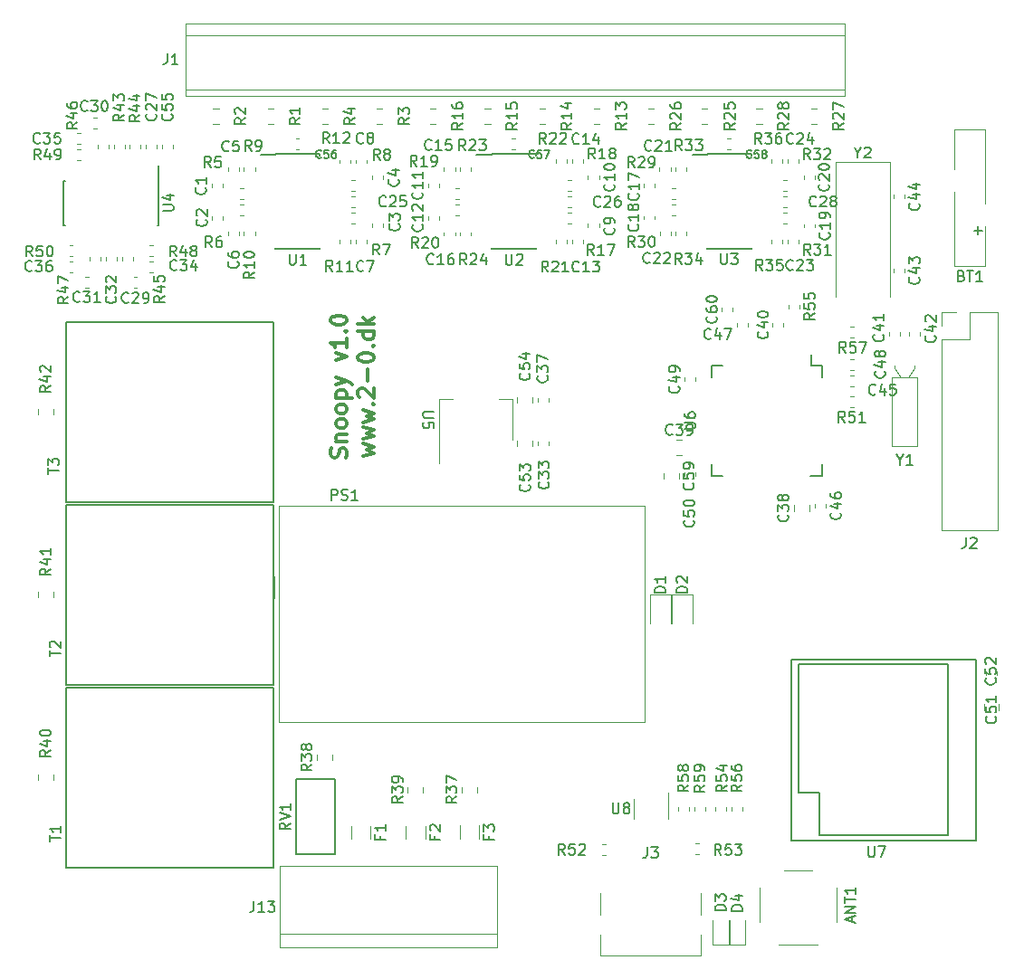
<source format=gbr>
G04 #@! TF.GenerationSoftware,KiCad,Pcbnew,5.1.8-db9833491~87~ubuntu20.04.1*
G04 #@! TF.CreationDate,2020-11-25T08:58:25+01:00*
G04 #@! TF.ProjectId,snoopy,736e6f6f-7079-42e6-9b69-6361645f7063,v1.0*
G04 #@! TF.SameCoordinates,Original*
G04 #@! TF.FileFunction,Legend,Top*
G04 #@! TF.FilePolarity,Positive*
%FSLAX46Y46*%
G04 Gerber Fmt 4.6, Leading zero omitted, Abs format (unit mm)*
G04 Created by KiCad (PCBNEW 5.1.8-db9833491~87~ubuntu20.04.1) date 2020-11-25 08:58:25*
%MOMM*%
%LPD*%
G01*
G04 APERTURE LIST*
%ADD10C,0.300000*%
%ADD11C,0.120000*%
%ADD12C,0.150000*%
G04 APERTURE END LIST*
D10*
X131666142Y-104940857D02*
X131737571Y-104726571D01*
X131737571Y-104369428D01*
X131666142Y-104226571D01*
X131594714Y-104155142D01*
X131451857Y-104083714D01*
X131309000Y-104083714D01*
X131166142Y-104155142D01*
X131094714Y-104226571D01*
X131023285Y-104369428D01*
X130951857Y-104655142D01*
X130880428Y-104798000D01*
X130809000Y-104869428D01*
X130666142Y-104940857D01*
X130523285Y-104940857D01*
X130380428Y-104869428D01*
X130309000Y-104798000D01*
X130237571Y-104655142D01*
X130237571Y-104298000D01*
X130309000Y-104083714D01*
X130737571Y-103440857D02*
X131737571Y-103440857D01*
X130880428Y-103440857D02*
X130809000Y-103369428D01*
X130737571Y-103226571D01*
X130737571Y-103012285D01*
X130809000Y-102869428D01*
X130951857Y-102798000D01*
X131737571Y-102798000D01*
X131737571Y-101869428D02*
X131666142Y-102012285D01*
X131594714Y-102083714D01*
X131451857Y-102155142D01*
X131023285Y-102155142D01*
X130880428Y-102083714D01*
X130809000Y-102012285D01*
X130737571Y-101869428D01*
X130737571Y-101655142D01*
X130809000Y-101512285D01*
X130880428Y-101440857D01*
X131023285Y-101369428D01*
X131451857Y-101369428D01*
X131594714Y-101440857D01*
X131666142Y-101512285D01*
X131737571Y-101655142D01*
X131737571Y-101869428D01*
X131737571Y-100512285D02*
X131666142Y-100655142D01*
X131594714Y-100726571D01*
X131451857Y-100798000D01*
X131023285Y-100798000D01*
X130880428Y-100726571D01*
X130809000Y-100655142D01*
X130737571Y-100512285D01*
X130737571Y-100298000D01*
X130809000Y-100155142D01*
X130880428Y-100083714D01*
X131023285Y-100012285D01*
X131451857Y-100012285D01*
X131594714Y-100083714D01*
X131666142Y-100155142D01*
X131737571Y-100298000D01*
X131737571Y-100512285D01*
X130737571Y-99369428D02*
X132237571Y-99369428D01*
X130809000Y-99369428D02*
X130737571Y-99226571D01*
X130737571Y-98940857D01*
X130809000Y-98798000D01*
X130880428Y-98726571D01*
X131023285Y-98655142D01*
X131451857Y-98655142D01*
X131594714Y-98726571D01*
X131666142Y-98798000D01*
X131737571Y-98940857D01*
X131737571Y-99226571D01*
X131666142Y-99369428D01*
X130737571Y-98155142D02*
X131737571Y-97798000D01*
X130737571Y-97440857D02*
X131737571Y-97798000D01*
X132094714Y-97940857D01*
X132166142Y-98012285D01*
X132237571Y-98155142D01*
X130737571Y-95869428D02*
X131737571Y-95512285D01*
X130737571Y-95155142D01*
X131737571Y-93798000D02*
X131737571Y-94655142D01*
X131737571Y-94226571D02*
X130237571Y-94226571D01*
X130451857Y-94369428D01*
X130594714Y-94512285D01*
X130666142Y-94655142D01*
X131594714Y-93155142D02*
X131666142Y-93083714D01*
X131737571Y-93155142D01*
X131666142Y-93226571D01*
X131594714Y-93155142D01*
X131737571Y-93155142D01*
X130237571Y-92155142D02*
X130237571Y-92012285D01*
X130309000Y-91869428D01*
X130380428Y-91798000D01*
X130523285Y-91726571D01*
X130809000Y-91655142D01*
X131166142Y-91655142D01*
X131451857Y-91726571D01*
X131594714Y-91798000D01*
X131666142Y-91869428D01*
X131737571Y-92012285D01*
X131737571Y-92155142D01*
X131666142Y-92298000D01*
X131594714Y-92369428D01*
X131451857Y-92440857D01*
X131166142Y-92512285D01*
X130809000Y-92512285D01*
X130523285Y-92440857D01*
X130380428Y-92369428D01*
X130309000Y-92298000D01*
X130237571Y-92155142D01*
X133287571Y-104798000D02*
X134287571Y-104512285D01*
X133573285Y-104226571D01*
X134287571Y-103940857D01*
X133287571Y-103655142D01*
X133287571Y-103226571D02*
X134287571Y-102940857D01*
X133573285Y-102655142D01*
X134287571Y-102369428D01*
X133287571Y-102083714D01*
X133287571Y-101655142D02*
X134287571Y-101369428D01*
X133573285Y-101083714D01*
X134287571Y-100798000D01*
X133287571Y-100512285D01*
X134144714Y-99940857D02*
X134216142Y-99869428D01*
X134287571Y-99940857D01*
X134216142Y-100012285D01*
X134144714Y-99940857D01*
X134287571Y-99940857D01*
X132930428Y-99298000D02*
X132859000Y-99226571D01*
X132787571Y-99083714D01*
X132787571Y-98726571D01*
X132859000Y-98583714D01*
X132930428Y-98512285D01*
X133073285Y-98440857D01*
X133216142Y-98440857D01*
X133430428Y-98512285D01*
X134287571Y-99369428D01*
X134287571Y-98440857D01*
X133716142Y-97798000D02*
X133716142Y-96655142D01*
X132787571Y-95655142D02*
X132787571Y-95512285D01*
X132859000Y-95369428D01*
X132930428Y-95298000D01*
X133073285Y-95226571D01*
X133359000Y-95155142D01*
X133716142Y-95155142D01*
X134001857Y-95226571D01*
X134144714Y-95298000D01*
X134216142Y-95369428D01*
X134287571Y-95512285D01*
X134287571Y-95655142D01*
X134216142Y-95798000D01*
X134144714Y-95869428D01*
X134001857Y-95940857D01*
X133716142Y-96012285D01*
X133359000Y-96012285D01*
X133073285Y-95940857D01*
X132930428Y-95869428D01*
X132859000Y-95798000D01*
X132787571Y-95655142D01*
X134144714Y-94512285D02*
X134216142Y-94440857D01*
X134287571Y-94512285D01*
X134216142Y-94583714D01*
X134144714Y-94512285D01*
X134287571Y-94512285D01*
X134287571Y-93155142D02*
X132787571Y-93155142D01*
X134216142Y-93155142D02*
X134287571Y-93298000D01*
X134287571Y-93583714D01*
X134216142Y-93726571D01*
X134144714Y-93798000D01*
X134001857Y-93869428D01*
X133573285Y-93869428D01*
X133430428Y-93798000D01*
X133359000Y-93726571D01*
X133287571Y-93583714D01*
X133287571Y-93298000D01*
X133359000Y-93155142D01*
X134287571Y-92440857D02*
X132787571Y-92440857D01*
X133716142Y-92298000D02*
X134287571Y-91869428D01*
X133287571Y-91869428D02*
X133859000Y-92440857D01*
D11*
X124990000Y-116100000D02*
X124990000Y-118110000D01*
X159580000Y-109500000D02*
X125380000Y-109500000D01*
X159580000Y-129700000D02*
X159580000Y-109500000D01*
X125380000Y-129700000D02*
X159580000Y-129700000D01*
X125380000Y-109500000D02*
X125380000Y-129700000D01*
X112950000Y-76032779D02*
X112950000Y-75707221D01*
X113970000Y-76032779D02*
X113970000Y-75707221D01*
X135100000Y-83412779D02*
X135100000Y-83087221D01*
X134080000Y-83412779D02*
X134080000Y-83087221D01*
X132580000Y-84912779D02*
X132580000Y-84587221D01*
X133600000Y-84912779D02*
X133600000Y-84587221D01*
X119120000Y-79337221D02*
X119120000Y-79662779D01*
X120140000Y-79337221D02*
X120140000Y-79662779D01*
X120140000Y-82672779D02*
X120140000Y-82347221D01*
X119120000Y-82672779D02*
X119120000Y-82347221D01*
X135100000Y-78577221D02*
X135100000Y-78902779D01*
X134080000Y-78577221D02*
X134080000Y-78902779D01*
X121640000Y-77837221D02*
X121640000Y-78162779D01*
X120620000Y-77837221D02*
X120620000Y-78162779D01*
X121640000Y-84172779D02*
X121640000Y-83847221D01*
X120620000Y-84172779D02*
X120620000Y-83847221D01*
X133600000Y-77077221D02*
X133600000Y-77402779D01*
X132580000Y-77077221D02*
X132580000Y-77402779D01*
X155310000Y-83412779D02*
X155310000Y-83087221D01*
X154290000Y-83412779D02*
X154290000Y-83087221D01*
X155310000Y-78567221D02*
X155310000Y-78892779D01*
X154290000Y-78567221D02*
X154290000Y-78892779D01*
X139320000Y-79337221D02*
X139320000Y-79662779D01*
X140340000Y-79337221D02*
X140340000Y-79662779D01*
X140340000Y-82672779D02*
X140340000Y-82347221D01*
X139320000Y-82672779D02*
X139320000Y-82347221D01*
X152780000Y-84922779D02*
X152780000Y-84597221D01*
X153800000Y-84922779D02*
X153800000Y-84597221D01*
X153800000Y-77067221D02*
X153800000Y-77392779D01*
X152780000Y-77067221D02*
X152780000Y-77392779D01*
X141850000Y-77837221D02*
X141850000Y-78162779D01*
X140830000Y-77837221D02*
X140830000Y-78162779D01*
X141850000Y-84182779D02*
X141850000Y-83857221D01*
X140830000Y-84182779D02*
X140830000Y-83857221D01*
X160520000Y-79337221D02*
X160520000Y-79662779D01*
X159500000Y-79337221D02*
X159500000Y-79662779D01*
X159500000Y-82662779D02*
X159500000Y-82337221D01*
X160520000Y-82662779D02*
X160520000Y-82337221D01*
X174460000Y-83422779D02*
X174460000Y-83097221D01*
X175480000Y-83422779D02*
X175480000Y-83097221D01*
X174460000Y-78567221D02*
X174460000Y-78892779D01*
X175480000Y-78567221D02*
X175480000Y-78892779D01*
X160980000Y-77827221D02*
X160980000Y-78152779D01*
X162000000Y-77827221D02*
X162000000Y-78152779D01*
X162020000Y-84172779D02*
X162020000Y-83847221D01*
X161000000Y-84172779D02*
X161000000Y-83847221D01*
X172950000Y-84932779D02*
X172950000Y-84607221D01*
X173970000Y-84932779D02*
X173970000Y-84607221D01*
X172950000Y-77067221D02*
X172950000Y-77392779D01*
X173970000Y-77067221D02*
X173970000Y-77392779D01*
X132177221Y-81510000D02*
X132502779Y-81510000D01*
X132177221Y-80490000D02*
X132502779Y-80490000D01*
X152377221Y-80490000D02*
X152702779Y-80490000D01*
X152377221Y-81510000D02*
X152702779Y-81510000D01*
X172547221Y-81510000D02*
X172872779Y-81510000D01*
X172547221Y-80490000D02*
X172872779Y-80490000D01*
X112122779Y-89090000D02*
X111797221Y-89090000D01*
X112122779Y-88070000D02*
X111797221Y-88070000D01*
X108037221Y-73100000D02*
X108362779Y-73100000D01*
X108037221Y-74120000D02*
X108362779Y-74120000D01*
X107287221Y-89090000D02*
X107612779Y-89090000D01*
X107287221Y-88070000D02*
X107612779Y-88070000D01*
X110210000Y-86157221D02*
X110210000Y-86482779D01*
X109190000Y-86157221D02*
X109190000Y-86482779D01*
X150610000Y-103437221D02*
X150610000Y-103762779D01*
X149590000Y-103437221D02*
X149590000Y-103762779D01*
X113622779Y-86560000D02*
X113297221Y-86560000D01*
X113622779Y-87580000D02*
X113297221Y-87580000D01*
X106537221Y-75620000D02*
X106862779Y-75620000D01*
X106537221Y-74600000D02*
X106862779Y-74600000D01*
X105787221Y-87580000D02*
X106112779Y-87580000D01*
X105787221Y-86560000D02*
X106112779Y-86560000D01*
X149590000Y-99377221D02*
X149590000Y-99702779D01*
X150610000Y-99377221D02*
X150610000Y-99702779D01*
X172580000Y-92367221D02*
X172580000Y-92692779D01*
X171560000Y-92367221D02*
X171560000Y-92692779D01*
X121717221Y-79740000D02*
X122042779Y-79740000D01*
X121717221Y-80760000D02*
X122042779Y-80760000D01*
X121717221Y-81250000D02*
X122042779Y-81250000D01*
X121717221Y-82270000D02*
X122042779Y-82270000D01*
X132502779Y-81990000D02*
X132177221Y-81990000D01*
X132502779Y-83010000D02*
X132177221Y-83010000D01*
X132502779Y-80010000D02*
X132177221Y-80010000D01*
X132502779Y-78990000D02*
X132177221Y-78990000D01*
X123140000Y-78162779D02*
X123140000Y-77837221D01*
X122120000Y-78162779D02*
X122120000Y-77837221D01*
X122120000Y-83847221D02*
X122120000Y-84172779D01*
X123140000Y-83847221D02*
X123140000Y-84172779D01*
X131080000Y-84587221D02*
X131080000Y-84912779D01*
X132100000Y-84587221D02*
X132100000Y-84912779D01*
X132100000Y-77402779D02*
X132100000Y-77077221D01*
X131080000Y-77402779D02*
X131080000Y-77077221D01*
X152702779Y-83010000D02*
X152377221Y-83010000D01*
X152702779Y-81990000D02*
X152377221Y-81990000D01*
X152702779Y-78980000D02*
X152377221Y-78980000D01*
X152702779Y-80000000D02*
X152377221Y-80000000D01*
X141927221Y-80760000D02*
X142252779Y-80760000D01*
X141927221Y-79740000D02*
X142252779Y-79740000D01*
X141927221Y-82270000D02*
X142252779Y-82270000D01*
X141927221Y-81250000D02*
X142252779Y-81250000D01*
X152310000Y-84597221D02*
X152310000Y-84922779D01*
X151290000Y-84597221D02*
X151290000Y-84922779D01*
X151280000Y-77392779D02*
X151280000Y-77067221D01*
X152300000Y-77392779D02*
X152300000Y-77067221D01*
X143350000Y-78162779D02*
X143350000Y-77837221D01*
X142330000Y-78162779D02*
X142330000Y-77837221D01*
X143350000Y-83857221D02*
X143350000Y-84182779D01*
X142330000Y-83857221D02*
X142330000Y-84182779D01*
X162097221Y-80760000D02*
X162422779Y-80760000D01*
X162097221Y-79740000D02*
X162422779Y-79740000D01*
X162097221Y-81240000D02*
X162422779Y-81240000D01*
X162097221Y-82260000D02*
X162422779Y-82260000D01*
X172872779Y-82000000D02*
X172547221Y-82000000D01*
X172872779Y-83020000D02*
X172547221Y-83020000D01*
X172872779Y-80000000D02*
X172547221Y-80000000D01*
X172872779Y-78980000D02*
X172547221Y-78980000D01*
X162500000Y-78162779D02*
X162500000Y-77837221D01*
X163520000Y-78162779D02*
X163520000Y-77837221D01*
X162500000Y-83847221D02*
X162500000Y-84172779D01*
X163520000Y-83847221D02*
X163520000Y-84172779D01*
X172480000Y-84607221D02*
X172480000Y-84932779D01*
X171460000Y-84607221D02*
X171460000Y-84932779D01*
X171450000Y-77392779D02*
X171450000Y-77067221D01*
X172470000Y-77392779D02*
X172470000Y-77067221D01*
X110960000Y-75707221D02*
X110960000Y-76032779D01*
X109940000Y-75707221D02*
X109940000Y-76032779D01*
X111440000Y-76032779D02*
X111440000Y-75707221D01*
X112460000Y-76032779D02*
X112460000Y-75707221D01*
X111720000Y-86482779D02*
X111720000Y-86157221D01*
X110700000Y-86482779D02*
X110700000Y-86157221D01*
X109460000Y-75707221D02*
X109460000Y-76032779D01*
X108440000Y-75707221D02*
X108440000Y-76032779D01*
X107690000Y-86482779D02*
X107690000Y-86157221D01*
X108710000Y-86482779D02*
X108710000Y-86157221D01*
X113297221Y-86090000D02*
X113622779Y-86090000D01*
X113297221Y-85070000D02*
X113622779Y-85070000D01*
X106862779Y-76110000D02*
X106537221Y-76110000D01*
X106862779Y-77130000D02*
X106537221Y-77130000D01*
X106112779Y-85060000D02*
X105787221Y-85060000D01*
X106112779Y-86080000D02*
X105787221Y-86080000D01*
X178797221Y-100260000D02*
X179122779Y-100260000D01*
X178797221Y-99240000D02*
X179122779Y-99240000D01*
D12*
X125035000Y-76575000D02*
X123660000Y-76575000D01*
X125035000Y-85450000D02*
X129185000Y-85450000D01*
X125035000Y-76550000D02*
X129185000Y-76550000D01*
X125035000Y-85450000D02*
X125035000Y-85335000D01*
X129185000Y-85450000D02*
X129185000Y-85335000D01*
X129185000Y-76550000D02*
X129185000Y-76665000D01*
X125035000Y-76550000D02*
X125035000Y-76575000D01*
X145245000Y-76575000D02*
X143870000Y-76575000D01*
X145245000Y-85450000D02*
X149395000Y-85450000D01*
X145245000Y-76550000D02*
X149395000Y-76550000D01*
X145245000Y-85450000D02*
X145245000Y-85335000D01*
X149395000Y-85450000D02*
X149395000Y-85335000D01*
X149395000Y-76550000D02*
X149395000Y-76665000D01*
X145245000Y-76550000D02*
X145245000Y-76575000D01*
X165415000Y-76550000D02*
X165415000Y-76575000D01*
X169565000Y-76550000D02*
X169565000Y-76665000D01*
X169565000Y-85450000D02*
X169565000Y-85335000D01*
X165415000Y-85450000D02*
X165415000Y-85335000D01*
X165415000Y-76550000D02*
X169565000Y-76550000D01*
X165415000Y-85450000D02*
X169565000Y-85450000D01*
X165415000Y-76575000D02*
X164040000Y-76575000D01*
X114150000Y-79025000D02*
X114125000Y-79025000D01*
X114150000Y-83175000D02*
X114035000Y-83175000D01*
X105250000Y-83175000D02*
X105365000Y-83175000D01*
X105250000Y-79025000D02*
X105365000Y-79025000D01*
X114150000Y-79025000D02*
X114150000Y-83175000D01*
X105250000Y-79025000D02*
X105250000Y-83175000D01*
X114125000Y-79025000D02*
X114125000Y-77650000D01*
D11*
X140386860Y-105510921D02*
X140386860Y-99500921D01*
X147206860Y-103260921D02*
X147206860Y-99500921D01*
X140386860Y-99500921D02*
X141646860Y-99500921D01*
X147206860Y-99500921D02*
X145946860Y-99500921D01*
D12*
X175175000Y-96325000D02*
X175175000Y-95300000D01*
X176175000Y-106675000D02*
X176175000Y-105600000D01*
X165825000Y-106675000D02*
X165825000Y-105600000D01*
X165825000Y-96325000D02*
X165825000Y-97400000D01*
X176175000Y-96325000D02*
X176175000Y-97400000D01*
X165825000Y-96325000D02*
X166900000Y-96325000D01*
X165825000Y-106675000D02*
X166900000Y-106675000D01*
X176175000Y-106675000D02*
X175100000Y-106675000D01*
X176175000Y-96325000D02*
X175175000Y-96325000D01*
D11*
X183440000Y-93522779D02*
X183440000Y-93197221D01*
X182420000Y-93522779D02*
X182420000Y-93197221D01*
X184320000Y-93522779D02*
X184320000Y-93197221D01*
X185340000Y-93522779D02*
X185340000Y-93197221D01*
X183890000Y-87612779D02*
X183890000Y-87287221D01*
X182870000Y-87612779D02*
X182870000Y-87287221D01*
X183890000Y-80367221D02*
X183890000Y-80692779D01*
X182870000Y-80367221D02*
X182870000Y-80692779D01*
X155942779Y-142110000D02*
X155617221Y-142110000D01*
X155942779Y-141090000D02*
X155617221Y-141090000D01*
X164327221Y-142100000D02*
X164652779Y-142100000D01*
X164327221Y-141080000D02*
X164652779Y-141080000D01*
X178817221Y-97240000D02*
X179142779Y-97240000D01*
X178817221Y-98260000D02*
X179142779Y-98260000D01*
X175470000Y-109307221D02*
X175470000Y-109632779D01*
X176490000Y-109307221D02*
X176490000Y-109632779D01*
X168240000Y-92722779D02*
X168240000Y-92397221D01*
X169260000Y-92722779D02*
X169260000Y-92397221D01*
X178817221Y-96760000D02*
X179142779Y-96760000D01*
X178817221Y-95740000D02*
X179142779Y-95740000D01*
X163270000Y-97802779D02*
X163270000Y-97477221D01*
X164290000Y-97802779D02*
X164290000Y-97477221D01*
X163270000Y-106347221D02*
X163270000Y-106672779D01*
X164290000Y-106347221D02*
X164290000Y-106672779D01*
X192500000Y-125262779D02*
X192500000Y-124937221D01*
X191480000Y-125262779D02*
X191480000Y-124937221D01*
X191300000Y-128041422D02*
X191300000Y-128558578D01*
X192720000Y-128041422D02*
X192720000Y-128558578D01*
X147680000Y-103361422D02*
X147680000Y-103878578D01*
X149100000Y-103361422D02*
X149100000Y-103878578D01*
X149090000Y-99281422D02*
X149090000Y-99798578D01*
X147670000Y-99281422D02*
X147670000Y-99798578D01*
X124341422Y-72290000D02*
X124858578Y-72290000D01*
X124341422Y-73710000D02*
X124858578Y-73710000D01*
X119241422Y-73710000D02*
X119758578Y-73710000D01*
X119241422Y-72290000D02*
X119758578Y-72290000D01*
X134541422Y-73710000D02*
X135058578Y-73710000D01*
X134541422Y-72290000D02*
X135058578Y-72290000D01*
X129441422Y-72290000D02*
X129958578Y-72290000D01*
X129441422Y-73710000D02*
X129958578Y-73710000D01*
X154841422Y-73710000D02*
X155358578Y-73710000D01*
X154841422Y-72290000D02*
X155358578Y-72290000D01*
X149741422Y-73710000D02*
X150258578Y-73710000D01*
X149741422Y-72290000D02*
X150258578Y-72290000D01*
X144641422Y-72290000D02*
X145158578Y-72290000D01*
X144641422Y-73710000D02*
X145158578Y-73710000D01*
X139541422Y-73710000D02*
X140058578Y-73710000D01*
X139541422Y-72290000D02*
X140058578Y-72290000D01*
X164941422Y-72290000D02*
X165458578Y-72290000D01*
X164941422Y-73710000D02*
X165458578Y-73710000D01*
X159941422Y-73710000D02*
X160458578Y-73710000D01*
X159941422Y-72290000D02*
X160458578Y-72290000D01*
X175141422Y-73710000D02*
X175658578Y-73710000D01*
X175141422Y-72290000D02*
X175658578Y-72290000D01*
X170041422Y-72290000D02*
X170558578Y-72290000D01*
X170041422Y-73710000D02*
X170558578Y-73710000D01*
X102870000Y-135148578D02*
X102870000Y-134631422D01*
X104290000Y-135148578D02*
X104290000Y-134631422D01*
X102870000Y-118048578D02*
X102870000Y-117531422D01*
X104290000Y-118048578D02*
X104290000Y-117531422D01*
X104290000Y-100948578D02*
X104290000Y-100431422D01*
X102870000Y-100948578D02*
X102870000Y-100431422D01*
X187392000Y-91316000D02*
X188722000Y-91316000D01*
X187392000Y-92646000D02*
X187392000Y-91316000D01*
X189992000Y-91316000D02*
X192592000Y-91316000D01*
X189992000Y-93916000D02*
X189992000Y-91316000D01*
X187392000Y-93916000D02*
X189992000Y-93916000D01*
X192592000Y-91316000D02*
X192592000Y-111756000D01*
X187392000Y-93916000D02*
X187392000Y-111756000D01*
X187392000Y-111756000D02*
X192592000Y-111756000D01*
X114450000Y-76032779D02*
X114450000Y-75707221D01*
X115470000Y-76032779D02*
X115470000Y-75707221D01*
X127282779Y-75080000D02*
X126957221Y-75080000D01*
X127282779Y-76100000D02*
X126957221Y-76100000D01*
X147482779Y-76090000D02*
X147157221Y-76090000D01*
X147482779Y-75070000D02*
X147157221Y-75070000D01*
X167642779Y-75070000D02*
X167317221Y-75070000D01*
X167642779Y-76090000D02*
X167317221Y-76090000D01*
X177450000Y-77290000D02*
X177450000Y-89890000D01*
X182550000Y-77290000D02*
X177450000Y-77290000D01*
X182550000Y-89890000D02*
X182550000Y-77290000D01*
X174080000Y-90677221D02*
X174080000Y-91002779D01*
X173060000Y-90677221D02*
X173060000Y-91002779D01*
X179152779Y-93750000D02*
X178827221Y-93750000D01*
X179152779Y-92730000D02*
X178827221Y-92730000D01*
X184830000Y-96580000D02*
X184830000Y-96380000D01*
X184230000Y-97480000D02*
X184830000Y-96580000D01*
X182930000Y-96580000D02*
X182930000Y-96380000D01*
X183530000Y-97480000D02*
X182930000Y-96580000D01*
X185080000Y-97480000D02*
X182680000Y-97480000D01*
X185080000Y-103880000D02*
X185080000Y-97480000D01*
X182680000Y-103880000D02*
X185080000Y-103880000D01*
X182680000Y-97480000D02*
X182680000Y-103880000D01*
X167770000Y-91242779D02*
X167770000Y-90917221D01*
X166750000Y-91242779D02*
X166750000Y-90917221D01*
X125430000Y-150810000D02*
X145750000Y-150810000D01*
X125430000Y-143190000D02*
X145750000Y-143190000D01*
X145750000Y-149540000D02*
X125430000Y-149540000D01*
X145750000Y-150810000D02*
X145750000Y-143190000D01*
X125430000Y-143190000D02*
X125430000Y-150810000D01*
D12*
X126965000Y-142040000D02*
X130665000Y-142040000D01*
X126965000Y-135040000D02*
X130665000Y-135040000D01*
X126965000Y-142040000D02*
X126965000Y-135040000D01*
X130665000Y-142040000D02*
X130665000Y-135040000D01*
D11*
X161760000Y-138730000D02*
X161760000Y-136280000D01*
X158540000Y-136930000D02*
X158540000Y-138730000D01*
X162010000Y-120470000D02*
X162010000Y-117785000D01*
X162010000Y-117785000D02*
X160090000Y-117785000D01*
X160090000Y-117785000D02*
X160090000Y-120470000D01*
X162140000Y-117785000D02*
X162140000Y-120470000D01*
X164060000Y-117785000D02*
X162140000Y-117785000D01*
X164060000Y-120470000D02*
X164060000Y-117785000D01*
X132140000Y-140612064D02*
X132140000Y-139407936D01*
X133960000Y-140612064D02*
X133960000Y-139407936D01*
X139070000Y-140602064D02*
X139070000Y-139397936D01*
X137250000Y-140602064D02*
X137250000Y-139397936D01*
X144120000Y-140582064D02*
X144120000Y-139377936D01*
X142300000Y-140582064D02*
X142300000Y-139377936D01*
X188550000Y-77930000D02*
X188550000Y-74205000D01*
X188550000Y-87025000D02*
X188550000Y-80050000D01*
X191420000Y-87025000D02*
X188550000Y-87025000D01*
X191420000Y-74205000D02*
X188550000Y-74205000D01*
X191420000Y-81180000D02*
X191420000Y-74205000D01*
X191420000Y-87020000D02*
X191420000Y-83300000D01*
X165965000Y-148200000D02*
X165965000Y-150485000D01*
X165965000Y-150485000D02*
X167435000Y-150485000D01*
X167435000Y-150485000D02*
X167435000Y-148200000D01*
X168975000Y-150485000D02*
X168975000Y-148200000D01*
X167505000Y-150485000D02*
X168975000Y-150485000D01*
X167505000Y-148200000D02*
X167505000Y-150485000D01*
X166210000Y-137677221D02*
X166210000Y-138002779D01*
X167230000Y-137677221D02*
X167230000Y-138002779D01*
X168750000Y-137677221D02*
X168750000Y-138002779D01*
X167730000Y-137677221D02*
X167730000Y-138002779D01*
X163740000Y-137992779D02*
X163740000Y-137667221D01*
X162720000Y-137992779D02*
X162720000Y-137667221D01*
X165250000Y-137667221D02*
X165250000Y-137992779D01*
X164230000Y-137667221D02*
X164230000Y-137992779D01*
X174960000Y-109928578D02*
X174960000Y-109411422D01*
X173540000Y-109928578D02*
X173540000Y-109411422D01*
X162561422Y-104740000D02*
X163078578Y-104740000D01*
X162561422Y-103320000D02*
X163078578Y-103320000D01*
X162800000Y-106441422D02*
X162800000Y-106958578D01*
X161380000Y-106441422D02*
X161380000Y-106958578D01*
X143910000Y-136278578D02*
X143910000Y-135761422D01*
X142490000Y-136278578D02*
X142490000Y-135761422D01*
X128950000Y-133258578D02*
X128950000Y-132741422D01*
X130370000Y-133258578D02*
X130370000Y-132741422D01*
X138850000Y-136288578D02*
X138850000Y-135771422D01*
X137430000Y-136288578D02*
X137430000Y-135771422D01*
X175720000Y-150490000D02*
X172120000Y-150490000D01*
X175220000Y-143610000D02*
X172620000Y-143610000D01*
X170320000Y-148410000D02*
X170320000Y-145210000D01*
X177520000Y-148410000D02*
X177520000Y-145210000D01*
X178290000Y-64330000D02*
X178290000Y-71070000D01*
X116630000Y-64330000D02*
X116630000Y-71070000D01*
X116630000Y-71070000D02*
X178290000Y-71070000D01*
X116630000Y-64330000D02*
X178290000Y-64330000D01*
X116630000Y-65450000D02*
X178290000Y-65450000D01*
X116630000Y-70550000D02*
X178290000Y-70550000D01*
X155450000Y-151500000D02*
X164850000Y-151500000D01*
X164850000Y-145700000D02*
X164850000Y-147700000D01*
X164850000Y-149600000D02*
X164850000Y-151500000D01*
X155450000Y-145700000D02*
X155450000Y-147700000D01*
X155450000Y-149600000D02*
X155450000Y-151500000D01*
D12*
X124880000Y-126490000D02*
X105480000Y-126490000D01*
X124880000Y-143290000D02*
X124880000Y-126490000D01*
X124880000Y-143290000D02*
X105480000Y-143290000D01*
X105480000Y-143290000D02*
X105480000Y-126490000D01*
X105480000Y-126190000D02*
X105480000Y-109390000D01*
X124880000Y-126190000D02*
X105480000Y-126190000D01*
X124880000Y-126190000D02*
X124880000Y-109390000D01*
X124880000Y-109390000D02*
X105480000Y-109390000D01*
X124880000Y-92290000D02*
X105480000Y-92290000D01*
X124880000Y-109090000D02*
X124880000Y-92290000D01*
X124880000Y-109090000D02*
X105480000Y-109090000D01*
X105480000Y-109090000D02*
X105480000Y-92290000D01*
X190614699Y-140819899D02*
X173314699Y-140819899D01*
X173314699Y-140819899D02*
X173314699Y-123819899D01*
X173314699Y-123819899D02*
X190614699Y-123819899D01*
X190614699Y-123819899D02*
X190614699Y-140819899D01*
X187964699Y-140319899D02*
X187964699Y-124319899D01*
X187964699Y-124319899D02*
X173964699Y-124319899D01*
X173964699Y-124319899D02*
X173964699Y-136319899D01*
X173964699Y-136319899D02*
X175964699Y-136319899D01*
X175964699Y-136319899D02*
X175964699Y-140319899D01*
X175964699Y-140319899D02*
X187964699Y-140319899D01*
X130285714Y-108932380D02*
X130285714Y-107932380D01*
X130666666Y-107932380D01*
X130761904Y-107980000D01*
X130809523Y-108027619D01*
X130857142Y-108122857D01*
X130857142Y-108265714D01*
X130809523Y-108360952D01*
X130761904Y-108408571D01*
X130666666Y-108456190D01*
X130285714Y-108456190D01*
X131238095Y-108884761D02*
X131380952Y-108932380D01*
X131619047Y-108932380D01*
X131714285Y-108884761D01*
X131761904Y-108837142D01*
X131809523Y-108741904D01*
X131809523Y-108646666D01*
X131761904Y-108551428D01*
X131714285Y-108503809D01*
X131619047Y-108456190D01*
X131428571Y-108408571D01*
X131333333Y-108360952D01*
X131285714Y-108313333D01*
X131238095Y-108218095D01*
X131238095Y-108122857D01*
X131285714Y-108027619D01*
X131333333Y-107980000D01*
X131428571Y-107932380D01*
X131666666Y-107932380D01*
X131809523Y-107980000D01*
X132761904Y-108932380D02*
X132190476Y-108932380D01*
X132476190Y-108932380D02*
X132476190Y-107932380D01*
X132380952Y-108075238D01*
X132285714Y-108170476D01*
X132190476Y-108218095D01*
X113837142Y-72782857D02*
X113884761Y-72830476D01*
X113932380Y-72973333D01*
X113932380Y-73068571D01*
X113884761Y-73211428D01*
X113789523Y-73306666D01*
X113694285Y-73354285D01*
X113503809Y-73401904D01*
X113360952Y-73401904D01*
X113170476Y-73354285D01*
X113075238Y-73306666D01*
X112980000Y-73211428D01*
X112932380Y-73068571D01*
X112932380Y-72973333D01*
X112980000Y-72830476D01*
X113027619Y-72782857D01*
X113027619Y-72401904D02*
X112980000Y-72354285D01*
X112932380Y-72259047D01*
X112932380Y-72020952D01*
X112980000Y-71925714D01*
X113027619Y-71878095D01*
X113122857Y-71830476D01*
X113218095Y-71830476D01*
X113360952Y-71878095D01*
X113932380Y-72449523D01*
X113932380Y-71830476D01*
X112932380Y-71497142D02*
X112932380Y-70830476D01*
X113932380Y-71259047D01*
X136597142Y-83086666D02*
X136644761Y-83134285D01*
X136692380Y-83277142D01*
X136692380Y-83372380D01*
X136644761Y-83515238D01*
X136549523Y-83610476D01*
X136454285Y-83658095D01*
X136263809Y-83705714D01*
X136120952Y-83705714D01*
X135930476Y-83658095D01*
X135835238Y-83610476D01*
X135740000Y-83515238D01*
X135692380Y-83372380D01*
X135692380Y-83277142D01*
X135740000Y-83134285D01*
X135787619Y-83086666D01*
X135692380Y-82753333D02*
X135692380Y-82134285D01*
X136073333Y-82467619D01*
X136073333Y-82324761D01*
X136120952Y-82229523D01*
X136168571Y-82181904D01*
X136263809Y-82134285D01*
X136501904Y-82134285D01*
X136597142Y-82181904D01*
X136644761Y-82229523D01*
X136692380Y-82324761D01*
X136692380Y-82610476D01*
X136644761Y-82705714D01*
X136597142Y-82753333D01*
X133293333Y-87427142D02*
X133245714Y-87474761D01*
X133102857Y-87522380D01*
X133007619Y-87522380D01*
X132864761Y-87474761D01*
X132769523Y-87379523D01*
X132721904Y-87284285D01*
X132674285Y-87093809D01*
X132674285Y-86950952D01*
X132721904Y-86760476D01*
X132769523Y-86665238D01*
X132864761Y-86570000D01*
X133007619Y-86522380D01*
X133102857Y-86522380D01*
X133245714Y-86570000D01*
X133293333Y-86617619D01*
X133626666Y-86522380D02*
X134293333Y-86522380D01*
X133864761Y-87522380D01*
X118487142Y-79686666D02*
X118534761Y-79734285D01*
X118582380Y-79877142D01*
X118582380Y-79972380D01*
X118534761Y-80115238D01*
X118439523Y-80210476D01*
X118344285Y-80258095D01*
X118153809Y-80305714D01*
X118010952Y-80305714D01*
X117820476Y-80258095D01*
X117725238Y-80210476D01*
X117630000Y-80115238D01*
X117582380Y-79972380D01*
X117582380Y-79877142D01*
X117630000Y-79734285D01*
X117677619Y-79686666D01*
X118582380Y-78734285D02*
X118582380Y-79305714D01*
X118582380Y-79020000D02*
X117582380Y-79020000D01*
X117725238Y-79115238D01*
X117820476Y-79210476D01*
X117868095Y-79305714D01*
X118557142Y-82676666D02*
X118604761Y-82724285D01*
X118652380Y-82867142D01*
X118652380Y-82962380D01*
X118604761Y-83105238D01*
X118509523Y-83200476D01*
X118414285Y-83248095D01*
X118223809Y-83295714D01*
X118080952Y-83295714D01*
X117890476Y-83248095D01*
X117795238Y-83200476D01*
X117700000Y-83105238D01*
X117652380Y-82962380D01*
X117652380Y-82867142D01*
X117700000Y-82724285D01*
X117747619Y-82676666D01*
X117747619Y-82295714D02*
X117700000Y-82248095D01*
X117652380Y-82152857D01*
X117652380Y-81914761D01*
X117700000Y-81819523D01*
X117747619Y-81771904D01*
X117842857Y-81724285D01*
X117938095Y-81724285D01*
X118080952Y-81771904D01*
X118652380Y-82343333D01*
X118652380Y-81724285D01*
X136517142Y-78916666D02*
X136564761Y-78964285D01*
X136612380Y-79107142D01*
X136612380Y-79202380D01*
X136564761Y-79345238D01*
X136469523Y-79440476D01*
X136374285Y-79488095D01*
X136183809Y-79535714D01*
X136040952Y-79535714D01*
X135850476Y-79488095D01*
X135755238Y-79440476D01*
X135660000Y-79345238D01*
X135612380Y-79202380D01*
X135612380Y-79107142D01*
X135660000Y-78964285D01*
X135707619Y-78916666D01*
X135945714Y-78059523D02*
X136612380Y-78059523D01*
X135564761Y-78297619D02*
X136279047Y-78535714D01*
X136279047Y-77916666D01*
X120703333Y-76217142D02*
X120655714Y-76264761D01*
X120512857Y-76312380D01*
X120417619Y-76312380D01*
X120274761Y-76264761D01*
X120179523Y-76169523D01*
X120131904Y-76074285D01*
X120084285Y-75883809D01*
X120084285Y-75740952D01*
X120131904Y-75550476D01*
X120179523Y-75455238D01*
X120274761Y-75360000D01*
X120417619Y-75312380D01*
X120512857Y-75312380D01*
X120655714Y-75360000D01*
X120703333Y-75407619D01*
X121608095Y-75312380D02*
X121131904Y-75312380D01*
X121084285Y-75788571D01*
X121131904Y-75740952D01*
X121227142Y-75693333D01*
X121465238Y-75693333D01*
X121560476Y-75740952D01*
X121608095Y-75788571D01*
X121655714Y-75883809D01*
X121655714Y-76121904D01*
X121608095Y-76217142D01*
X121560476Y-76264761D01*
X121465238Y-76312380D01*
X121227142Y-76312380D01*
X121131904Y-76264761D01*
X121084285Y-76217142D01*
X121517142Y-86616666D02*
X121564761Y-86664285D01*
X121612380Y-86807142D01*
X121612380Y-86902380D01*
X121564761Y-87045238D01*
X121469523Y-87140476D01*
X121374285Y-87188095D01*
X121183809Y-87235714D01*
X121040952Y-87235714D01*
X120850476Y-87188095D01*
X120755238Y-87140476D01*
X120660000Y-87045238D01*
X120612380Y-86902380D01*
X120612380Y-86807142D01*
X120660000Y-86664285D01*
X120707619Y-86616666D01*
X120612380Y-85759523D02*
X120612380Y-85950000D01*
X120660000Y-86045238D01*
X120707619Y-86092857D01*
X120850476Y-86188095D01*
X121040952Y-86235714D01*
X121421904Y-86235714D01*
X121517142Y-86188095D01*
X121564761Y-86140476D01*
X121612380Y-86045238D01*
X121612380Y-85854761D01*
X121564761Y-85759523D01*
X121517142Y-85711904D01*
X121421904Y-85664285D01*
X121183809Y-85664285D01*
X121088571Y-85711904D01*
X121040952Y-85759523D01*
X120993333Y-85854761D01*
X120993333Y-86045238D01*
X121040952Y-86140476D01*
X121088571Y-86188095D01*
X121183809Y-86235714D01*
X133263333Y-75467142D02*
X133215714Y-75514761D01*
X133072857Y-75562380D01*
X132977619Y-75562380D01*
X132834761Y-75514761D01*
X132739523Y-75419523D01*
X132691904Y-75324285D01*
X132644285Y-75133809D01*
X132644285Y-74990952D01*
X132691904Y-74800476D01*
X132739523Y-74705238D01*
X132834761Y-74610000D01*
X132977619Y-74562380D01*
X133072857Y-74562380D01*
X133215714Y-74610000D01*
X133263333Y-74657619D01*
X133834761Y-74990952D02*
X133739523Y-74943333D01*
X133691904Y-74895714D01*
X133644285Y-74800476D01*
X133644285Y-74752857D01*
X133691904Y-74657619D01*
X133739523Y-74610000D01*
X133834761Y-74562380D01*
X134025238Y-74562380D01*
X134120476Y-74610000D01*
X134168095Y-74657619D01*
X134215714Y-74752857D01*
X134215714Y-74800476D01*
X134168095Y-74895714D01*
X134120476Y-74943333D01*
X134025238Y-74990952D01*
X133834761Y-74990952D01*
X133739523Y-75038571D01*
X133691904Y-75086190D01*
X133644285Y-75181428D01*
X133644285Y-75371904D01*
X133691904Y-75467142D01*
X133739523Y-75514761D01*
X133834761Y-75562380D01*
X134025238Y-75562380D01*
X134120476Y-75514761D01*
X134168095Y-75467142D01*
X134215714Y-75371904D01*
X134215714Y-75181428D01*
X134168095Y-75086190D01*
X134120476Y-75038571D01*
X134025238Y-74990952D01*
X156687142Y-83456666D02*
X156734761Y-83504285D01*
X156782380Y-83647142D01*
X156782380Y-83742380D01*
X156734761Y-83885238D01*
X156639523Y-83980476D01*
X156544285Y-84028095D01*
X156353809Y-84075714D01*
X156210952Y-84075714D01*
X156020476Y-84028095D01*
X155925238Y-83980476D01*
X155830000Y-83885238D01*
X155782380Y-83742380D01*
X155782380Y-83647142D01*
X155830000Y-83504285D01*
X155877619Y-83456666D01*
X156782380Y-82980476D02*
X156782380Y-82790000D01*
X156734761Y-82694761D01*
X156687142Y-82647142D01*
X156544285Y-82551904D01*
X156353809Y-82504285D01*
X155972857Y-82504285D01*
X155877619Y-82551904D01*
X155830000Y-82599523D01*
X155782380Y-82694761D01*
X155782380Y-82885238D01*
X155830000Y-82980476D01*
X155877619Y-83028095D01*
X155972857Y-83075714D01*
X156210952Y-83075714D01*
X156306190Y-83028095D01*
X156353809Y-82980476D01*
X156401428Y-82885238D01*
X156401428Y-82694761D01*
X156353809Y-82599523D01*
X156306190Y-82551904D01*
X156210952Y-82504285D01*
X156697142Y-79382857D02*
X156744761Y-79430476D01*
X156792380Y-79573333D01*
X156792380Y-79668571D01*
X156744761Y-79811428D01*
X156649523Y-79906666D01*
X156554285Y-79954285D01*
X156363809Y-80001904D01*
X156220952Y-80001904D01*
X156030476Y-79954285D01*
X155935238Y-79906666D01*
X155840000Y-79811428D01*
X155792380Y-79668571D01*
X155792380Y-79573333D01*
X155840000Y-79430476D01*
X155887619Y-79382857D01*
X156792380Y-78430476D02*
X156792380Y-79001904D01*
X156792380Y-78716190D02*
X155792380Y-78716190D01*
X155935238Y-78811428D01*
X156030476Y-78906666D01*
X156078095Y-79001904D01*
X155792380Y-77811428D02*
X155792380Y-77716190D01*
X155840000Y-77620952D01*
X155887619Y-77573333D01*
X155982857Y-77525714D01*
X156173333Y-77478095D01*
X156411428Y-77478095D01*
X156601904Y-77525714D01*
X156697142Y-77573333D01*
X156744761Y-77620952D01*
X156792380Y-77716190D01*
X156792380Y-77811428D01*
X156744761Y-77906666D01*
X156697142Y-77954285D01*
X156601904Y-78001904D01*
X156411428Y-78049523D01*
X156173333Y-78049523D01*
X155982857Y-78001904D01*
X155887619Y-77954285D01*
X155840000Y-77906666D01*
X155792380Y-77811428D01*
X138747142Y-80132857D02*
X138794761Y-80180476D01*
X138842380Y-80323333D01*
X138842380Y-80418571D01*
X138794761Y-80561428D01*
X138699523Y-80656666D01*
X138604285Y-80704285D01*
X138413809Y-80751904D01*
X138270952Y-80751904D01*
X138080476Y-80704285D01*
X137985238Y-80656666D01*
X137890000Y-80561428D01*
X137842380Y-80418571D01*
X137842380Y-80323333D01*
X137890000Y-80180476D01*
X137937619Y-80132857D01*
X138842380Y-79180476D02*
X138842380Y-79751904D01*
X138842380Y-79466190D02*
X137842380Y-79466190D01*
X137985238Y-79561428D01*
X138080476Y-79656666D01*
X138128095Y-79751904D01*
X138842380Y-78228095D02*
X138842380Y-78799523D01*
X138842380Y-78513809D02*
X137842380Y-78513809D01*
X137985238Y-78609047D01*
X138080476Y-78704285D01*
X138128095Y-78799523D01*
X138757142Y-83152857D02*
X138804761Y-83200476D01*
X138852380Y-83343333D01*
X138852380Y-83438571D01*
X138804761Y-83581428D01*
X138709523Y-83676666D01*
X138614285Y-83724285D01*
X138423809Y-83771904D01*
X138280952Y-83771904D01*
X138090476Y-83724285D01*
X137995238Y-83676666D01*
X137900000Y-83581428D01*
X137852380Y-83438571D01*
X137852380Y-83343333D01*
X137900000Y-83200476D01*
X137947619Y-83152857D01*
X138852380Y-82200476D02*
X138852380Y-82771904D01*
X138852380Y-82486190D02*
X137852380Y-82486190D01*
X137995238Y-82581428D01*
X138090476Y-82676666D01*
X138138095Y-82771904D01*
X137947619Y-81819523D02*
X137900000Y-81771904D01*
X137852380Y-81676666D01*
X137852380Y-81438571D01*
X137900000Y-81343333D01*
X137947619Y-81295714D01*
X138042857Y-81248095D01*
X138138095Y-81248095D01*
X138280952Y-81295714D01*
X138852380Y-81867142D01*
X138852380Y-81248095D01*
X153437142Y-87467142D02*
X153389523Y-87514761D01*
X153246666Y-87562380D01*
X153151428Y-87562380D01*
X153008571Y-87514761D01*
X152913333Y-87419523D01*
X152865714Y-87324285D01*
X152818095Y-87133809D01*
X152818095Y-86990952D01*
X152865714Y-86800476D01*
X152913333Y-86705238D01*
X153008571Y-86610000D01*
X153151428Y-86562380D01*
X153246666Y-86562380D01*
X153389523Y-86610000D01*
X153437142Y-86657619D01*
X154389523Y-87562380D02*
X153818095Y-87562380D01*
X154103809Y-87562380D02*
X154103809Y-86562380D01*
X154008571Y-86705238D01*
X153913333Y-86800476D01*
X153818095Y-86848095D01*
X154722857Y-86562380D02*
X155341904Y-86562380D01*
X155008571Y-86943333D01*
X155151428Y-86943333D01*
X155246666Y-86990952D01*
X155294285Y-87038571D01*
X155341904Y-87133809D01*
X155341904Y-87371904D01*
X155294285Y-87467142D01*
X155246666Y-87514761D01*
X155151428Y-87562380D01*
X154865714Y-87562380D01*
X154770476Y-87514761D01*
X154722857Y-87467142D01*
X153427142Y-75507142D02*
X153379523Y-75554761D01*
X153236666Y-75602380D01*
X153141428Y-75602380D01*
X152998571Y-75554761D01*
X152903333Y-75459523D01*
X152855714Y-75364285D01*
X152808095Y-75173809D01*
X152808095Y-75030952D01*
X152855714Y-74840476D01*
X152903333Y-74745238D01*
X152998571Y-74650000D01*
X153141428Y-74602380D01*
X153236666Y-74602380D01*
X153379523Y-74650000D01*
X153427142Y-74697619D01*
X154379523Y-75602380D02*
X153808095Y-75602380D01*
X154093809Y-75602380D02*
X154093809Y-74602380D01*
X153998571Y-74745238D01*
X153903333Y-74840476D01*
X153808095Y-74888095D01*
X155236666Y-74935714D02*
X155236666Y-75602380D01*
X154998571Y-74554761D02*
X154760476Y-75269047D01*
X155379523Y-75269047D01*
X139647142Y-76087142D02*
X139599523Y-76134761D01*
X139456666Y-76182380D01*
X139361428Y-76182380D01*
X139218571Y-76134761D01*
X139123333Y-76039523D01*
X139075714Y-75944285D01*
X139028095Y-75753809D01*
X139028095Y-75610952D01*
X139075714Y-75420476D01*
X139123333Y-75325238D01*
X139218571Y-75230000D01*
X139361428Y-75182380D01*
X139456666Y-75182380D01*
X139599523Y-75230000D01*
X139647142Y-75277619D01*
X140599523Y-76182380D02*
X140028095Y-76182380D01*
X140313809Y-76182380D02*
X140313809Y-75182380D01*
X140218571Y-75325238D01*
X140123333Y-75420476D01*
X140028095Y-75468095D01*
X141504285Y-75182380D02*
X141028095Y-75182380D01*
X140980476Y-75658571D01*
X141028095Y-75610952D01*
X141123333Y-75563333D01*
X141361428Y-75563333D01*
X141456666Y-75610952D01*
X141504285Y-75658571D01*
X141551904Y-75753809D01*
X141551904Y-75991904D01*
X141504285Y-76087142D01*
X141456666Y-76134761D01*
X141361428Y-76182380D01*
X141123333Y-76182380D01*
X141028095Y-76134761D01*
X140980476Y-76087142D01*
X139837142Y-86787142D02*
X139789523Y-86834761D01*
X139646666Y-86882380D01*
X139551428Y-86882380D01*
X139408571Y-86834761D01*
X139313333Y-86739523D01*
X139265714Y-86644285D01*
X139218095Y-86453809D01*
X139218095Y-86310952D01*
X139265714Y-86120476D01*
X139313333Y-86025238D01*
X139408571Y-85930000D01*
X139551428Y-85882380D01*
X139646666Y-85882380D01*
X139789523Y-85930000D01*
X139837142Y-85977619D01*
X140789523Y-86882380D02*
X140218095Y-86882380D01*
X140503809Y-86882380D02*
X140503809Y-85882380D01*
X140408571Y-86025238D01*
X140313333Y-86120476D01*
X140218095Y-86168095D01*
X141646666Y-85882380D02*
X141456190Y-85882380D01*
X141360952Y-85930000D01*
X141313333Y-85977619D01*
X141218095Y-86120476D01*
X141170476Y-86310952D01*
X141170476Y-86691904D01*
X141218095Y-86787142D01*
X141265714Y-86834761D01*
X141360952Y-86882380D01*
X141551428Y-86882380D01*
X141646666Y-86834761D01*
X141694285Y-86787142D01*
X141741904Y-86691904D01*
X141741904Y-86453809D01*
X141694285Y-86358571D01*
X141646666Y-86310952D01*
X141551428Y-86263333D01*
X141360952Y-86263333D01*
X141265714Y-86310952D01*
X141218095Y-86358571D01*
X141170476Y-86453809D01*
X158947142Y-80232857D02*
X158994761Y-80280476D01*
X159042380Y-80423333D01*
X159042380Y-80518571D01*
X158994761Y-80661428D01*
X158899523Y-80756666D01*
X158804285Y-80804285D01*
X158613809Y-80851904D01*
X158470952Y-80851904D01*
X158280476Y-80804285D01*
X158185238Y-80756666D01*
X158090000Y-80661428D01*
X158042380Y-80518571D01*
X158042380Y-80423333D01*
X158090000Y-80280476D01*
X158137619Y-80232857D01*
X159042380Y-79280476D02*
X159042380Y-79851904D01*
X159042380Y-79566190D02*
X158042380Y-79566190D01*
X158185238Y-79661428D01*
X158280476Y-79756666D01*
X158328095Y-79851904D01*
X158042380Y-78947142D02*
X158042380Y-78280476D01*
X159042380Y-78709047D01*
X158937142Y-83142857D02*
X158984761Y-83190476D01*
X159032380Y-83333333D01*
X159032380Y-83428571D01*
X158984761Y-83571428D01*
X158889523Y-83666666D01*
X158794285Y-83714285D01*
X158603809Y-83761904D01*
X158460952Y-83761904D01*
X158270476Y-83714285D01*
X158175238Y-83666666D01*
X158080000Y-83571428D01*
X158032380Y-83428571D01*
X158032380Y-83333333D01*
X158080000Y-83190476D01*
X158127619Y-83142857D01*
X159032380Y-82190476D02*
X159032380Y-82761904D01*
X159032380Y-82476190D02*
X158032380Y-82476190D01*
X158175238Y-82571428D01*
X158270476Y-82666666D01*
X158318095Y-82761904D01*
X158460952Y-81619047D02*
X158413333Y-81714285D01*
X158365714Y-81761904D01*
X158270476Y-81809523D01*
X158222857Y-81809523D01*
X158127619Y-81761904D01*
X158080000Y-81714285D01*
X158032380Y-81619047D01*
X158032380Y-81428571D01*
X158080000Y-81333333D01*
X158127619Y-81285714D01*
X158222857Y-81238095D01*
X158270476Y-81238095D01*
X158365714Y-81285714D01*
X158413333Y-81333333D01*
X158460952Y-81428571D01*
X158460952Y-81619047D01*
X158508571Y-81714285D01*
X158556190Y-81761904D01*
X158651428Y-81809523D01*
X158841904Y-81809523D01*
X158937142Y-81761904D01*
X158984761Y-81714285D01*
X159032380Y-81619047D01*
X159032380Y-81428571D01*
X158984761Y-81333333D01*
X158937142Y-81285714D01*
X158841904Y-81238095D01*
X158651428Y-81238095D01*
X158556190Y-81285714D01*
X158508571Y-81333333D01*
X158460952Y-81428571D01*
X176807142Y-83912857D02*
X176854761Y-83960476D01*
X176902380Y-84103333D01*
X176902380Y-84198571D01*
X176854761Y-84341428D01*
X176759523Y-84436666D01*
X176664285Y-84484285D01*
X176473809Y-84531904D01*
X176330952Y-84531904D01*
X176140476Y-84484285D01*
X176045238Y-84436666D01*
X175950000Y-84341428D01*
X175902380Y-84198571D01*
X175902380Y-84103333D01*
X175950000Y-83960476D01*
X175997619Y-83912857D01*
X176902380Y-82960476D02*
X176902380Y-83531904D01*
X176902380Y-83246190D02*
X175902380Y-83246190D01*
X176045238Y-83341428D01*
X176140476Y-83436666D01*
X176188095Y-83531904D01*
X176902380Y-82484285D02*
X176902380Y-82293809D01*
X176854761Y-82198571D01*
X176807142Y-82150952D01*
X176664285Y-82055714D01*
X176473809Y-82008095D01*
X176092857Y-82008095D01*
X175997619Y-82055714D01*
X175950000Y-82103333D01*
X175902380Y-82198571D01*
X175902380Y-82389047D01*
X175950000Y-82484285D01*
X175997619Y-82531904D01*
X176092857Y-82579523D01*
X176330952Y-82579523D01*
X176426190Y-82531904D01*
X176473809Y-82484285D01*
X176521428Y-82389047D01*
X176521428Y-82198571D01*
X176473809Y-82103333D01*
X176426190Y-82055714D01*
X176330952Y-82008095D01*
X176757142Y-79372857D02*
X176804761Y-79420476D01*
X176852380Y-79563333D01*
X176852380Y-79658571D01*
X176804761Y-79801428D01*
X176709523Y-79896666D01*
X176614285Y-79944285D01*
X176423809Y-79991904D01*
X176280952Y-79991904D01*
X176090476Y-79944285D01*
X175995238Y-79896666D01*
X175900000Y-79801428D01*
X175852380Y-79658571D01*
X175852380Y-79563333D01*
X175900000Y-79420476D01*
X175947619Y-79372857D01*
X175947619Y-78991904D02*
X175900000Y-78944285D01*
X175852380Y-78849047D01*
X175852380Y-78610952D01*
X175900000Y-78515714D01*
X175947619Y-78468095D01*
X176042857Y-78420476D01*
X176138095Y-78420476D01*
X176280952Y-78468095D01*
X176852380Y-79039523D01*
X176852380Y-78420476D01*
X175852380Y-77801428D02*
X175852380Y-77706190D01*
X175900000Y-77610952D01*
X175947619Y-77563333D01*
X176042857Y-77515714D01*
X176233333Y-77468095D01*
X176471428Y-77468095D01*
X176661904Y-77515714D01*
X176757142Y-77563333D01*
X176804761Y-77610952D01*
X176852380Y-77706190D01*
X176852380Y-77801428D01*
X176804761Y-77896666D01*
X176757142Y-77944285D01*
X176661904Y-77991904D01*
X176471428Y-78039523D01*
X176233333Y-78039523D01*
X176042857Y-77991904D01*
X175947619Y-77944285D01*
X175900000Y-77896666D01*
X175852380Y-77801428D01*
X160217142Y-76147142D02*
X160169523Y-76194761D01*
X160026666Y-76242380D01*
X159931428Y-76242380D01*
X159788571Y-76194761D01*
X159693333Y-76099523D01*
X159645714Y-76004285D01*
X159598095Y-75813809D01*
X159598095Y-75670952D01*
X159645714Y-75480476D01*
X159693333Y-75385238D01*
X159788571Y-75290000D01*
X159931428Y-75242380D01*
X160026666Y-75242380D01*
X160169523Y-75290000D01*
X160217142Y-75337619D01*
X160598095Y-75337619D02*
X160645714Y-75290000D01*
X160740952Y-75242380D01*
X160979047Y-75242380D01*
X161074285Y-75290000D01*
X161121904Y-75337619D01*
X161169523Y-75432857D01*
X161169523Y-75528095D01*
X161121904Y-75670952D01*
X160550476Y-76242380D01*
X161169523Y-76242380D01*
X162121904Y-76242380D02*
X161550476Y-76242380D01*
X161836190Y-76242380D02*
X161836190Y-75242380D01*
X161740952Y-75385238D01*
X161645714Y-75480476D01*
X161550476Y-75528095D01*
X160057142Y-86657142D02*
X160009523Y-86704761D01*
X159866666Y-86752380D01*
X159771428Y-86752380D01*
X159628571Y-86704761D01*
X159533333Y-86609523D01*
X159485714Y-86514285D01*
X159438095Y-86323809D01*
X159438095Y-86180952D01*
X159485714Y-85990476D01*
X159533333Y-85895238D01*
X159628571Y-85800000D01*
X159771428Y-85752380D01*
X159866666Y-85752380D01*
X160009523Y-85800000D01*
X160057142Y-85847619D01*
X160438095Y-85847619D02*
X160485714Y-85800000D01*
X160580952Y-85752380D01*
X160819047Y-85752380D01*
X160914285Y-85800000D01*
X160961904Y-85847619D01*
X161009523Y-85942857D01*
X161009523Y-86038095D01*
X160961904Y-86180952D01*
X160390476Y-86752380D01*
X161009523Y-86752380D01*
X161390476Y-85847619D02*
X161438095Y-85800000D01*
X161533333Y-85752380D01*
X161771428Y-85752380D01*
X161866666Y-85800000D01*
X161914285Y-85847619D01*
X161961904Y-85942857D01*
X161961904Y-86038095D01*
X161914285Y-86180952D01*
X161342857Y-86752380D01*
X161961904Y-86752380D01*
X173447142Y-87337142D02*
X173399523Y-87384761D01*
X173256666Y-87432380D01*
X173161428Y-87432380D01*
X173018571Y-87384761D01*
X172923333Y-87289523D01*
X172875714Y-87194285D01*
X172828095Y-87003809D01*
X172828095Y-86860952D01*
X172875714Y-86670476D01*
X172923333Y-86575238D01*
X173018571Y-86480000D01*
X173161428Y-86432380D01*
X173256666Y-86432380D01*
X173399523Y-86480000D01*
X173447142Y-86527619D01*
X173828095Y-86527619D02*
X173875714Y-86480000D01*
X173970952Y-86432380D01*
X174209047Y-86432380D01*
X174304285Y-86480000D01*
X174351904Y-86527619D01*
X174399523Y-86622857D01*
X174399523Y-86718095D01*
X174351904Y-86860952D01*
X173780476Y-87432380D01*
X174399523Y-87432380D01*
X174732857Y-86432380D02*
X175351904Y-86432380D01*
X175018571Y-86813333D01*
X175161428Y-86813333D01*
X175256666Y-86860952D01*
X175304285Y-86908571D01*
X175351904Y-87003809D01*
X175351904Y-87241904D01*
X175304285Y-87337142D01*
X175256666Y-87384761D01*
X175161428Y-87432380D01*
X174875714Y-87432380D01*
X174780476Y-87384761D01*
X174732857Y-87337142D01*
X173457142Y-75487142D02*
X173409523Y-75534761D01*
X173266666Y-75582380D01*
X173171428Y-75582380D01*
X173028571Y-75534761D01*
X172933333Y-75439523D01*
X172885714Y-75344285D01*
X172838095Y-75153809D01*
X172838095Y-75010952D01*
X172885714Y-74820476D01*
X172933333Y-74725238D01*
X173028571Y-74630000D01*
X173171428Y-74582380D01*
X173266666Y-74582380D01*
X173409523Y-74630000D01*
X173457142Y-74677619D01*
X173838095Y-74677619D02*
X173885714Y-74630000D01*
X173980952Y-74582380D01*
X174219047Y-74582380D01*
X174314285Y-74630000D01*
X174361904Y-74677619D01*
X174409523Y-74772857D01*
X174409523Y-74868095D01*
X174361904Y-75010952D01*
X173790476Y-75582380D01*
X174409523Y-75582380D01*
X175266666Y-74915714D02*
X175266666Y-75582380D01*
X175028571Y-74534761D02*
X174790476Y-75249047D01*
X175409523Y-75249047D01*
X135377142Y-81367142D02*
X135329523Y-81414761D01*
X135186666Y-81462380D01*
X135091428Y-81462380D01*
X134948571Y-81414761D01*
X134853333Y-81319523D01*
X134805714Y-81224285D01*
X134758095Y-81033809D01*
X134758095Y-80890952D01*
X134805714Y-80700476D01*
X134853333Y-80605238D01*
X134948571Y-80510000D01*
X135091428Y-80462380D01*
X135186666Y-80462380D01*
X135329523Y-80510000D01*
X135377142Y-80557619D01*
X135758095Y-80557619D02*
X135805714Y-80510000D01*
X135900952Y-80462380D01*
X136139047Y-80462380D01*
X136234285Y-80510000D01*
X136281904Y-80557619D01*
X136329523Y-80652857D01*
X136329523Y-80748095D01*
X136281904Y-80890952D01*
X135710476Y-81462380D01*
X136329523Y-81462380D01*
X137234285Y-80462380D02*
X136758095Y-80462380D01*
X136710476Y-80938571D01*
X136758095Y-80890952D01*
X136853333Y-80843333D01*
X137091428Y-80843333D01*
X137186666Y-80890952D01*
X137234285Y-80938571D01*
X137281904Y-81033809D01*
X137281904Y-81271904D01*
X137234285Y-81367142D01*
X137186666Y-81414761D01*
X137091428Y-81462380D01*
X136853333Y-81462380D01*
X136758095Y-81414761D01*
X136710476Y-81367142D01*
X155447142Y-81387142D02*
X155399523Y-81434761D01*
X155256666Y-81482380D01*
X155161428Y-81482380D01*
X155018571Y-81434761D01*
X154923333Y-81339523D01*
X154875714Y-81244285D01*
X154828095Y-81053809D01*
X154828095Y-80910952D01*
X154875714Y-80720476D01*
X154923333Y-80625238D01*
X155018571Y-80530000D01*
X155161428Y-80482380D01*
X155256666Y-80482380D01*
X155399523Y-80530000D01*
X155447142Y-80577619D01*
X155828095Y-80577619D02*
X155875714Y-80530000D01*
X155970952Y-80482380D01*
X156209047Y-80482380D01*
X156304285Y-80530000D01*
X156351904Y-80577619D01*
X156399523Y-80672857D01*
X156399523Y-80768095D01*
X156351904Y-80910952D01*
X155780476Y-81482380D01*
X156399523Y-81482380D01*
X157256666Y-80482380D02*
X157066190Y-80482380D01*
X156970952Y-80530000D01*
X156923333Y-80577619D01*
X156828095Y-80720476D01*
X156780476Y-80910952D01*
X156780476Y-81291904D01*
X156828095Y-81387142D01*
X156875714Y-81434761D01*
X156970952Y-81482380D01*
X157161428Y-81482380D01*
X157256666Y-81434761D01*
X157304285Y-81387142D01*
X157351904Y-81291904D01*
X157351904Y-81053809D01*
X157304285Y-80958571D01*
X157256666Y-80910952D01*
X157161428Y-80863333D01*
X156970952Y-80863333D01*
X156875714Y-80910952D01*
X156828095Y-80958571D01*
X156780476Y-81053809D01*
X175617142Y-81377142D02*
X175569523Y-81424761D01*
X175426666Y-81472380D01*
X175331428Y-81472380D01*
X175188571Y-81424761D01*
X175093333Y-81329523D01*
X175045714Y-81234285D01*
X174998095Y-81043809D01*
X174998095Y-80900952D01*
X175045714Y-80710476D01*
X175093333Y-80615238D01*
X175188571Y-80520000D01*
X175331428Y-80472380D01*
X175426666Y-80472380D01*
X175569523Y-80520000D01*
X175617142Y-80567619D01*
X175998095Y-80567619D02*
X176045714Y-80520000D01*
X176140952Y-80472380D01*
X176379047Y-80472380D01*
X176474285Y-80520000D01*
X176521904Y-80567619D01*
X176569523Y-80662857D01*
X176569523Y-80758095D01*
X176521904Y-80900952D01*
X175950476Y-81472380D01*
X176569523Y-81472380D01*
X177140952Y-80900952D02*
X177045714Y-80853333D01*
X176998095Y-80805714D01*
X176950476Y-80710476D01*
X176950476Y-80662857D01*
X176998095Y-80567619D01*
X177045714Y-80520000D01*
X177140952Y-80472380D01*
X177331428Y-80472380D01*
X177426666Y-80520000D01*
X177474285Y-80567619D01*
X177521904Y-80662857D01*
X177521904Y-80710476D01*
X177474285Y-80805714D01*
X177426666Y-80853333D01*
X177331428Y-80900952D01*
X177140952Y-80900952D01*
X177045714Y-80948571D01*
X176998095Y-80996190D01*
X176950476Y-81091428D01*
X176950476Y-81281904D01*
X176998095Y-81377142D01*
X177045714Y-81424761D01*
X177140952Y-81472380D01*
X177331428Y-81472380D01*
X177426666Y-81424761D01*
X177474285Y-81377142D01*
X177521904Y-81281904D01*
X177521904Y-81091428D01*
X177474285Y-80996190D01*
X177426666Y-80948571D01*
X177331428Y-80900952D01*
X111307142Y-90387142D02*
X111259523Y-90434761D01*
X111116666Y-90482380D01*
X111021428Y-90482380D01*
X110878571Y-90434761D01*
X110783333Y-90339523D01*
X110735714Y-90244285D01*
X110688095Y-90053809D01*
X110688095Y-89910952D01*
X110735714Y-89720476D01*
X110783333Y-89625238D01*
X110878571Y-89530000D01*
X111021428Y-89482380D01*
X111116666Y-89482380D01*
X111259523Y-89530000D01*
X111307142Y-89577619D01*
X111688095Y-89577619D02*
X111735714Y-89530000D01*
X111830952Y-89482380D01*
X112069047Y-89482380D01*
X112164285Y-89530000D01*
X112211904Y-89577619D01*
X112259523Y-89672857D01*
X112259523Y-89768095D01*
X112211904Y-89910952D01*
X111640476Y-90482380D01*
X112259523Y-90482380D01*
X112735714Y-90482380D02*
X112926190Y-90482380D01*
X113021428Y-90434761D01*
X113069047Y-90387142D01*
X113164285Y-90244285D01*
X113211904Y-90053809D01*
X113211904Y-89672857D01*
X113164285Y-89577619D01*
X113116666Y-89530000D01*
X113021428Y-89482380D01*
X112830952Y-89482380D01*
X112735714Y-89530000D01*
X112688095Y-89577619D01*
X112640476Y-89672857D01*
X112640476Y-89910952D01*
X112688095Y-90006190D01*
X112735714Y-90053809D01*
X112830952Y-90101428D01*
X113021428Y-90101428D01*
X113116666Y-90053809D01*
X113164285Y-90006190D01*
X113211904Y-89910952D01*
X107477142Y-72447142D02*
X107429523Y-72494761D01*
X107286666Y-72542380D01*
X107191428Y-72542380D01*
X107048571Y-72494761D01*
X106953333Y-72399523D01*
X106905714Y-72304285D01*
X106858095Y-72113809D01*
X106858095Y-71970952D01*
X106905714Y-71780476D01*
X106953333Y-71685238D01*
X107048571Y-71590000D01*
X107191428Y-71542380D01*
X107286666Y-71542380D01*
X107429523Y-71590000D01*
X107477142Y-71637619D01*
X107810476Y-71542380D02*
X108429523Y-71542380D01*
X108096190Y-71923333D01*
X108239047Y-71923333D01*
X108334285Y-71970952D01*
X108381904Y-72018571D01*
X108429523Y-72113809D01*
X108429523Y-72351904D01*
X108381904Y-72447142D01*
X108334285Y-72494761D01*
X108239047Y-72542380D01*
X107953333Y-72542380D01*
X107858095Y-72494761D01*
X107810476Y-72447142D01*
X109048571Y-71542380D02*
X109143809Y-71542380D01*
X109239047Y-71590000D01*
X109286666Y-71637619D01*
X109334285Y-71732857D01*
X109381904Y-71923333D01*
X109381904Y-72161428D01*
X109334285Y-72351904D01*
X109286666Y-72447142D01*
X109239047Y-72494761D01*
X109143809Y-72542380D01*
X109048571Y-72542380D01*
X108953333Y-72494761D01*
X108905714Y-72447142D01*
X108858095Y-72351904D01*
X108810476Y-72161428D01*
X108810476Y-71923333D01*
X108858095Y-71732857D01*
X108905714Y-71637619D01*
X108953333Y-71590000D01*
X109048571Y-71542380D01*
X106757142Y-90307142D02*
X106709523Y-90354761D01*
X106566666Y-90402380D01*
X106471428Y-90402380D01*
X106328571Y-90354761D01*
X106233333Y-90259523D01*
X106185714Y-90164285D01*
X106138095Y-89973809D01*
X106138095Y-89830952D01*
X106185714Y-89640476D01*
X106233333Y-89545238D01*
X106328571Y-89450000D01*
X106471428Y-89402380D01*
X106566666Y-89402380D01*
X106709523Y-89450000D01*
X106757142Y-89497619D01*
X107090476Y-89402380D02*
X107709523Y-89402380D01*
X107376190Y-89783333D01*
X107519047Y-89783333D01*
X107614285Y-89830952D01*
X107661904Y-89878571D01*
X107709523Y-89973809D01*
X107709523Y-90211904D01*
X107661904Y-90307142D01*
X107614285Y-90354761D01*
X107519047Y-90402380D01*
X107233333Y-90402380D01*
X107138095Y-90354761D01*
X107090476Y-90307142D01*
X108661904Y-90402380D02*
X108090476Y-90402380D01*
X108376190Y-90402380D02*
X108376190Y-89402380D01*
X108280952Y-89545238D01*
X108185714Y-89640476D01*
X108090476Y-89688095D01*
X110077142Y-89872857D02*
X110124761Y-89920476D01*
X110172380Y-90063333D01*
X110172380Y-90158571D01*
X110124761Y-90301428D01*
X110029523Y-90396666D01*
X109934285Y-90444285D01*
X109743809Y-90491904D01*
X109600952Y-90491904D01*
X109410476Y-90444285D01*
X109315238Y-90396666D01*
X109220000Y-90301428D01*
X109172380Y-90158571D01*
X109172380Y-90063333D01*
X109220000Y-89920476D01*
X109267619Y-89872857D01*
X109172380Y-89539523D02*
X109172380Y-88920476D01*
X109553333Y-89253809D01*
X109553333Y-89110952D01*
X109600952Y-89015714D01*
X109648571Y-88968095D01*
X109743809Y-88920476D01*
X109981904Y-88920476D01*
X110077142Y-88968095D01*
X110124761Y-89015714D01*
X110172380Y-89110952D01*
X110172380Y-89396666D01*
X110124761Y-89491904D01*
X110077142Y-89539523D01*
X109267619Y-88539523D02*
X109220000Y-88491904D01*
X109172380Y-88396666D01*
X109172380Y-88158571D01*
X109220000Y-88063333D01*
X109267619Y-88015714D01*
X109362857Y-87968095D01*
X109458095Y-87968095D01*
X109600952Y-88015714D01*
X110172380Y-88587142D01*
X110172380Y-87968095D01*
X150557142Y-107222857D02*
X150604761Y-107270476D01*
X150652380Y-107413333D01*
X150652380Y-107508571D01*
X150604761Y-107651428D01*
X150509523Y-107746666D01*
X150414285Y-107794285D01*
X150223809Y-107841904D01*
X150080952Y-107841904D01*
X149890476Y-107794285D01*
X149795238Y-107746666D01*
X149700000Y-107651428D01*
X149652380Y-107508571D01*
X149652380Y-107413333D01*
X149700000Y-107270476D01*
X149747619Y-107222857D01*
X149652380Y-106889523D02*
X149652380Y-106270476D01*
X150033333Y-106603809D01*
X150033333Y-106460952D01*
X150080952Y-106365714D01*
X150128571Y-106318095D01*
X150223809Y-106270476D01*
X150461904Y-106270476D01*
X150557142Y-106318095D01*
X150604761Y-106365714D01*
X150652380Y-106460952D01*
X150652380Y-106746666D01*
X150604761Y-106841904D01*
X150557142Y-106889523D01*
X149652380Y-105937142D02*
X149652380Y-105318095D01*
X150033333Y-105651428D01*
X150033333Y-105508571D01*
X150080952Y-105413333D01*
X150128571Y-105365714D01*
X150223809Y-105318095D01*
X150461904Y-105318095D01*
X150557142Y-105365714D01*
X150604761Y-105413333D01*
X150652380Y-105508571D01*
X150652380Y-105794285D01*
X150604761Y-105889523D01*
X150557142Y-105937142D01*
X115817142Y-87347142D02*
X115769523Y-87394761D01*
X115626666Y-87442380D01*
X115531428Y-87442380D01*
X115388571Y-87394761D01*
X115293333Y-87299523D01*
X115245714Y-87204285D01*
X115198095Y-87013809D01*
X115198095Y-86870952D01*
X115245714Y-86680476D01*
X115293333Y-86585238D01*
X115388571Y-86490000D01*
X115531428Y-86442380D01*
X115626666Y-86442380D01*
X115769523Y-86490000D01*
X115817142Y-86537619D01*
X116150476Y-86442380D02*
X116769523Y-86442380D01*
X116436190Y-86823333D01*
X116579047Y-86823333D01*
X116674285Y-86870952D01*
X116721904Y-86918571D01*
X116769523Y-87013809D01*
X116769523Y-87251904D01*
X116721904Y-87347142D01*
X116674285Y-87394761D01*
X116579047Y-87442380D01*
X116293333Y-87442380D01*
X116198095Y-87394761D01*
X116150476Y-87347142D01*
X117626666Y-86775714D02*
X117626666Y-87442380D01*
X117388571Y-86394761D02*
X117150476Y-87109047D01*
X117769523Y-87109047D01*
X103047142Y-75467142D02*
X102999523Y-75514761D01*
X102856666Y-75562380D01*
X102761428Y-75562380D01*
X102618571Y-75514761D01*
X102523333Y-75419523D01*
X102475714Y-75324285D01*
X102428095Y-75133809D01*
X102428095Y-74990952D01*
X102475714Y-74800476D01*
X102523333Y-74705238D01*
X102618571Y-74610000D01*
X102761428Y-74562380D01*
X102856666Y-74562380D01*
X102999523Y-74610000D01*
X103047142Y-74657619D01*
X103380476Y-74562380D02*
X103999523Y-74562380D01*
X103666190Y-74943333D01*
X103809047Y-74943333D01*
X103904285Y-74990952D01*
X103951904Y-75038571D01*
X103999523Y-75133809D01*
X103999523Y-75371904D01*
X103951904Y-75467142D01*
X103904285Y-75514761D01*
X103809047Y-75562380D01*
X103523333Y-75562380D01*
X103428095Y-75514761D01*
X103380476Y-75467142D01*
X104904285Y-74562380D02*
X104428095Y-74562380D01*
X104380476Y-75038571D01*
X104428095Y-74990952D01*
X104523333Y-74943333D01*
X104761428Y-74943333D01*
X104856666Y-74990952D01*
X104904285Y-75038571D01*
X104951904Y-75133809D01*
X104951904Y-75371904D01*
X104904285Y-75467142D01*
X104856666Y-75514761D01*
X104761428Y-75562380D01*
X104523333Y-75562380D01*
X104428095Y-75514761D01*
X104380476Y-75467142D01*
X102277142Y-87427142D02*
X102229523Y-87474761D01*
X102086666Y-87522380D01*
X101991428Y-87522380D01*
X101848571Y-87474761D01*
X101753333Y-87379523D01*
X101705714Y-87284285D01*
X101658095Y-87093809D01*
X101658095Y-86950952D01*
X101705714Y-86760476D01*
X101753333Y-86665238D01*
X101848571Y-86570000D01*
X101991428Y-86522380D01*
X102086666Y-86522380D01*
X102229523Y-86570000D01*
X102277142Y-86617619D01*
X102610476Y-86522380D02*
X103229523Y-86522380D01*
X102896190Y-86903333D01*
X103039047Y-86903333D01*
X103134285Y-86950952D01*
X103181904Y-86998571D01*
X103229523Y-87093809D01*
X103229523Y-87331904D01*
X103181904Y-87427142D01*
X103134285Y-87474761D01*
X103039047Y-87522380D01*
X102753333Y-87522380D01*
X102658095Y-87474761D01*
X102610476Y-87427142D01*
X104086666Y-86522380D02*
X103896190Y-86522380D01*
X103800952Y-86570000D01*
X103753333Y-86617619D01*
X103658095Y-86760476D01*
X103610476Y-86950952D01*
X103610476Y-87331904D01*
X103658095Y-87427142D01*
X103705714Y-87474761D01*
X103800952Y-87522380D01*
X103991428Y-87522380D01*
X104086666Y-87474761D01*
X104134285Y-87427142D01*
X104181904Y-87331904D01*
X104181904Y-87093809D01*
X104134285Y-86998571D01*
X104086666Y-86950952D01*
X103991428Y-86903333D01*
X103800952Y-86903333D01*
X103705714Y-86950952D01*
X103658095Y-86998571D01*
X103610476Y-87093809D01*
X150437142Y-97292857D02*
X150484761Y-97340476D01*
X150532380Y-97483333D01*
X150532380Y-97578571D01*
X150484761Y-97721428D01*
X150389523Y-97816666D01*
X150294285Y-97864285D01*
X150103809Y-97911904D01*
X149960952Y-97911904D01*
X149770476Y-97864285D01*
X149675238Y-97816666D01*
X149580000Y-97721428D01*
X149532380Y-97578571D01*
X149532380Y-97483333D01*
X149580000Y-97340476D01*
X149627619Y-97292857D01*
X149532380Y-96959523D02*
X149532380Y-96340476D01*
X149913333Y-96673809D01*
X149913333Y-96530952D01*
X149960952Y-96435714D01*
X150008571Y-96388095D01*
X150103809Y-96340476D01*
X150341904Y-96340476D01*
X150437142Y-96388095D01*
X150484761Y-96435714D01*
X150532380Y-96530952D01*
X150532380Y-96816666D01*
X150484761Y-96911904D01*
X150437142Y-96959523D01*
X149532380Y-96007142D02*
X149532380Y-95340476D01*
X150532380Y-95769047D01*
X171037142Y-93172857D02*
X171084761Y-93220476D01*
X171132380Y-93363333D01*
X171132380Y-93458571D01*
X171084761Y-93601428D01*
X170989523Y-93696666D01*
X170894285Y-93744285D01*
X170703809Y-93791904D01*
X170560952Y-93791904D01*
X170370476Y-93744285D01*
X170275238Y-93696666D01*
X170180000Y-93601428D01*
X170132380Y-93458571D01*
X170132380Y-93363333D01*
X170180000Y-93220476D01*
X170227619Y-93172857D01*
X170465714Y-92315714D02*
X171132380Y-92315714D01*
X170084761Y-92553809D02*
X170799047Y-92791904D01*
X170799047Y-92172857D01*
X170132380Y-91601428D02*
X170132380Y-91506190D01*
X170180000Y-91410952D01*
X170227619Y-91363333D01*
X170322857Y-91315714D01*
X170513333Y-91268095D01*
X170751428Y-91268095D01*
X170941904Y-91315714D01*
X171037142Y-91363333D01*
X171084761Y-91410952D01*
X171132380Y-91506190D01*
X171132380Y-91601428D01*
X171084761Y-91696666D01*
X171037142Y-91744285D01*
X170941904Y-91791904D01*
X170751428Y-91839523D01*
X170513333Y-91839523D01*
X170322857Y-91791904D01*
X170227619Y-91744285D01*
X170180000Y-91696666D01*
X170132380Y-91601428D01*
X119023333Y-77782380D02*
X118690000Y-77306190D01*
X118451904Y-77782380D02*
X118451904Y-76782380D01*
X118832857Y-76782380D01*
X118928095Y-76830000D01*
X118975714Y-76877619D01*
X119023333Y-76972857D01*
X119023333Y-77115714D01*
X118975714Y-77210952D01*
X118928095Y-77258571D01*
X118832857Y-77306190D01*
X118451904Y-77306190D01*
X119928095Y-76782380D02*
X119451904Y-76782380D01*
X119404285Y-77258571D01*
X119451904Y-77210952D01*
X119547142Y-77163333D01*
X119785238Y-77163333D01*
X119880476Y-77210952D01*
X119928095Y-77258571D01*
X119975714Y-77353809D01*
X119975714Y-77591904D01*
X119928095Y-77687142D01*
X119880476Y-77734761D01*
X119785238Y-77782380D01*
X119547142Y-77782380D01*
X119451904Y-77734761D01*
X119404285Y-77687142D01*
X119133333Y-85262380D02*
X118800000Y-84786190D01*
X118561904Y-85262380D02*
X118561904Y-84262380D01*
X118942857Y-84262380D01*
X119038095Y-84310000D01*
X119085714Y-84357619D01*
X119133333Y-84452857D01*
X119133333Y-84595714D01*
X119085714Y-84690952D01*
X119038095Y-84738571D01*
X118942857Y-84786190D01*
X118561904Y-84786190D01*
X119990476Y-84262380D02*
X119800000Y-84262380D01*
X119704761Y-84310000D01*
X119657142Y-84357619D01*
X119561904Y-84500476D01*
X119514285Y-84690952D01*
X119514285Y-85071904D01*
X119561904Y-85167142D01*
X119609523Y-85214761D01*
X119704761Y-85262380D01*
X119895238Y-85262380D01*
X119990476Y-85214761D01*
X120038095Y-85167142D01*
X120085714Y-85071904D01*
X120085714Y-84833809D01*
X120038095Y-84738571D01*
X119990476Y-84690952D01*
X119895238Y-84643333D01*
X119704761Y-84643333D01*
X119609523Y-84690952D01*
X119561904Y-84738571D01*
X119514285Y-84833809D01*
X134763333Y-85962380D02*
X134430000Y-85486190D01*
X134191904Y-85962380D02*
X134191904Y-84962380D01*
X134572857Y-84962380D01*
X134668095Y-85010000D01*
X134715714Y-85057619D01*
X134763333Y-85152857D01*
X134763333Y-85295714D01*
X134715714Y-85390952D01*
X134668095Y-85438571D01*
X134572857Y-85486190D01*
X134191904Y-85486190D01*
X135096666Y-84962380D02*
X135763333Y-84962380D01*
X135334761Y-85962380D01*
X134823333Y-77082380D02*
X134490000Y-76606190D01*
X134251904Y-77082380D02*
X134251904Y-76082380D01*
X134632857Y-76082380D01*
X134728095Y-76130000D01*
X134775714Y-76177619D01*
X134823333Y-76272857D01*
X134823333Y-76415714D01*
X134775714Y-76510952D01*
X134728095Y-76558571D01*
X134632857Y-76606190D01*
X134251904Y-76606190D01*
X135394761Y-76510952D02*
X135299523Y-76463333D01*
X135251904Y-76415714D01*
X135204285Y-76320476D01*
X135204285Y-76272857D01*
X135251904Y-76177619D01*
X135299523Y-76130000D01*
X135394761Y-76082380D01*
X135585238Y-76082380D01*
X135680476Y-76130000D01*
X135728095Y-76177619D01*
X135775714Y-76272857D01*
X135775714Y-76320476D01*
X135728095Y-76415714D01*
X135680476Y-76463333D01*
X135585238Y-76510952D01*
X135394761Y-76510952D01*
X135299523Y-76558571D01*
X135251904Y-76606190D01*
X135204285Y-76701428D01*
X135204285Y-76891904D01*
X135251904Y-76987142D01*
X135299523Y-77034761D01*
X135394761Y-77082380D01*
X135585238Y-77082380D01*
X135680476Y-77034761D01*
X135728095Y-76987142D01*
X135775714Y-76891904D01*
X135775714Y-76701428D01*
X135728095Y-76606190D01*
X135680476Y-76558571D01*
X135585238Y-76510952D01*
X122823333Y-76242380D02*
X122490000Y-75766190D01*
X122251904Y-76242380D02*
X122251904Y-75242380D01*
X122632857Y-75242380D01*
X122728095Y-75290000D01*
X122775714Y-75337619D01*
X122823333Y-75432857D01*
X122823333Y-75575714D01*
X122775714Y-75670952D01*
X122728095Y-75718571D01*
X122632857Y-75766190D01*
X122251904Y-75766190D01*
X123299523Y-76242380D02*
X123490000Y-76242380D01*
X123585238Y-76194761D01*
X123632857Y-76147142D01*
X123728095Y-76004285D01*
X123775714Y-75813809D01*
X123775714Y-75432857D01*
X123728095Y-75337619D01*
X123680476Y-75290000D01*
X123585238Y-75242380D01*
X123394761Y-75242380D01*
X123299523Y-75290000D01*
X123251904Y-75337619D01*
X123204285Y-75432857D01*
X123204285Y-75670952D01*
X123251904Y-75766190D01*
X123299523Y-75813809D01*
X123394761Y-75861428D01*
X123585238Y-75861428D01*
X123680476Y-75813809D01*
X123728095Y-75766190D01*
X123775714Y-75670952D01*
X123092380Y-87582857D02*
X122616190Y-87916190D01*
X123092380Y-88154285D02*
X122092380Y-88154285D01*
X122092380Y-87773333D01*
X122140000Y-87678095D01*
X122187619Y-87630476D01*
X122282857Y-87582857D01*
X122425714Y-87582857D01*
X122520952Y-87630476D01*
X122568571Y-87678095D01*
X122616190Y-87773333D01*
X122616190Y-88154285D01*
X123092380Y-86630476D02*
X123092380Y-87201904D01*
X123092380Y-86916190D02*
X122092380Y-86916190D01*
X122235238Y-87011428D01*
X122330476Y-87106666D01*
X122378095Y-87201904D01*
X122092380Y-86011428D02*
X122092380Y-85916190D01*
X122140000Y-85820952D01*
X122187619Y-85773333D01*
X122282857Y-85725714D01*
X122473333Y-85678095D01*
X122711428Y-85678095D01*
X122901904Y-85725714D01*
X122997142Y-85773333D01*
X123044761Y-85820952D01*
X123092380Y-85916190D01*
X123092380Y-86011428D01*
X123044761Y-86106666D01*
X122997142Y-86154285D01*
X122901904Y-86201904D01*
X122711428Y-86249523D01*
X122473333Y-86249523D01*
X122282857Y-86201904D01*
X122187619Y-86154285D01*
X122140000Y-86106666D01*
X122092380Y-86011428D01*
X130387142Y-87502380D02*
X130053809Y-87026190D01*
X129815714Y-87502380D02*
X129815714Y-86502380D01*
X130196666Y-86502380D01*
X130291904Y-86550000D01*
X130339523Y-86597619D01*
X130387142Y-86692857D01*
X130387142Y-86835714D01*
X130339523Y-86930952D01*
X130291904Y-86978571D01*
X130196666Y-87026190D01*
X129815714Y-87026190D01*
X131339523Y-87502380D02*
X130768095Y-87502380D01*
X131053809Y-87502380D02*
X131053809Y-86502380D01*
X130958571Y-86645238D01*
X130863333Y-86740476D01*
X130768095Y-86788095D01*
X132291904Y-87502380D02*
X131720476Y-87502380D01*
X132006190Y-87502380D02*
X132006190Y-86502380D01*
X131910952Y-86645238D01*
X131815714Y-86740476D01*
X131720476Y-86788095D01*
X130087142Y-75522380D02*
X129753809Y-75046190D01*
X129515714Y-75522380D02*
X129515714Y-74522380D01*
X129896666Y-74522380D01*
X129991904Y-74570000D01*
X130039523Y-74617619D01*
X130087142Y-74712857D01*
X130087142Y-74855714D01*
X130039523Y-74950952D01*
X129991904Y-74998571D01*
X129896666Y-75046190D01*
X129515714Y-75046190D01*
X131039523Y-75522380D02*
X130468095Y-75522380D01*
X130753809Y-75522380D02*
X130753809Y-74522380D01*
X130658571Y-74665238D01*
X130563333Y-74760476D01*
X130468095Y-74808095D01*
X131420476Y-74617619D02*
X131468095Y-74570000D01*
X131563333Y-74522380D01*
X131801428Y-74522380D01*
X131896666Y-74570000D01*
X131944285Y-74617619D01*
X131991904Y-74712857D01*
X131991904Y-74808095D01*
X131944285Y-74950952D01*
X131372857Y-75522380D01*
X131991904Y-75522380D01*
X154837142Y-85982380D02*
X154503809Y-85506190D01*
X154265714Y-85982380D02*
X154265714Y-84982380D01*
X154646666Y-84982380D01*
X154741904Y-85030000D01*
X154789523Y-85077619D01*
X154837142Y-85172857D01*
X154837142Y-85315714D01*
X154789523Y-85410952D01*
X154741904Y-85458571D01*
X154646666Y-85506190D01*
X154265714Y-85506190D01*
X155789523Y-85982380D02*
X155218095Y-85982380D01*
X155503809Y-85982380D02*
X155503809Y-84982380D01*
X155408571Y-85125238D01*
X155313333Y-85220476D01*
X155218095Y-85268095D01*
X156122857Y-84982380D02*
X156789523Y-84982380D01*
X156360952Y-85982380D01*
X154947142Y-76992380D02*
X154613809Y-76516190D01*
X154375714Y-76992380D02*
X154375714Y-75992380D01*
X154756666Y-75992380D01*
X154851904Y-76040000D01*
X154899523Y-76087619D01*
X154947142Y-76182857D01*
X154947142Y-76325714D01*
X154899523Y-76420952D01*
X154851904Y-76468571D01*
X154756666Y-76516190D01*
X154375714Y-76516190D01*
X155899523Y-76992380D02*
X155328095Y-76992380D01*
X155613809Y-76992380D02*
X155613809Y-75992380D01*
X155518571Y-76135238D01*
X155423333Y-76230476D01*
X155328095Y-76278095D01*
X156470952Y-76420952D02*
X156375714Y-76373333D01*
X156328095Y-76325714D01*
X156280476Y-76230476D01*
X156280476Y-76182857D01*
X156328095Y-76087619D01*
X156375714Y-76040000D01*
X156470952Y-75992380D01*
X156661428Y-75992380D01*
X156756666Y-76040000D01*
X156804285Y-76087619D01*
X156851904Y-76182857D01*
X156851904Y-76230476D01*
X156804285Y-76325714D01*
X156756666Y-76373333D01*
X156661428Y-76420952D01*
X156470952Y-76420952D01*
X156375714Y-76468571D01*
X156328095Y-76516190D01*
X156280476Y-76611428D01*
X156280476Y-76801904D01*
X156328095Y-76897142D01*
X156375714Y-76944761D01*
X156470952Y-76992380D01*
X156661428Y-76992380D01*
X156756666Y-76944761D01*
X156804285Y-76897142D01*
X156851904Y-76801904D01*
X156851904Y-76611428D01*
X156804285Y-76516190D01*
X156756666Y-76468571D01*
X156661428Y-76420952D01*
X138277142Y-77682380D02*
X137943809Y-77206190D01*
X137705714Y-77682380D02*
X137705714Y-76682380D01*
X138086666Y-76682380D01*
X138181904Y-76730000D01*
X138229523Y-76777619D01*
X138277142Y-76872857D01*
X138277142Y-77015714D01*
X138229523Y-77110952D01*
X138181904Y-77158571D01*
X138086666Y-77206190D01*
X137705714Y-77206190D01*
X139229523Y-77682380D02*
X138658095Y-77682380D01*
X138943809Y-77682380D02*
X138943809Y-76682380D01*
X138848571Y-76825238D01*
X138753333Y-76920476D01*
X138658095Y-76968095D01*
X139705714Y-77682380D02*
X139896190Y-77682380D01*
X139991428Y-77634761D01*
X140039047Y-77587142D01*
X140134285Y-77444285D01*
X140181904Y-77253809D01*
X140181904Y-76872857D01*
X140134285Y-76777619D01*
X140086666Y-76730000D01*
X139991428Y-76682380D01*
X139800952Y-76682380D01*
X139705714Y-76730000D01*
X139658095Y-76777619D01*
X139610476Y-76872857D01*
X139610476Y-77110952D01*
X139658095Y-77206190D01*
X139705714Y-77253809D01*
X139800952Y-77301428D01*
X139991428Y-77301428D01*
X140086666Y-77253809D01*
X140134285Y-77206190D01*
X140181904Y-77110952D01*
X138387142Y-85332380D02*
X138053809Y-84856190D01*
X137815714Y-85332380D02*
X137815714Y-84332380D01*
X138196666Y-84332380D01*
X138291904Y-84380000D01*
X138339523Y-84427619D01*
X138387142Y-84522857D01*
X138387142Y-84665714D01*
X138339523Y-84760952D01*
X138291904Y-84808571D01*
X138196666Y-84856190D01*
X137815714Y-84856190D01*
X138768095Y-84427619D02*
X138815714Y-84380000D01*
X138910952Y-84332380D01*
X139149047Y-84332380D01*
X139244285Y-84380000D01*
X139291904Y-84427619D01*
X139339523Y-84522857D01*
X139339523Y-84618095D01*
X139291904Y-84760952D01*
X138720476Y-85332380D01*
X139339523Y-85332380D01*
X139958571Y-84332380D02*
X140053809Y-84332380D01*
X140149047Y-84380000D01*
X140196666Y-84427619D01*
X140244285Y-84522857D01*
X140291904Y-84713333D01*
X140291904Y-84951428D01*
X140244285Y-85141904D01*
X140196666Y-85237142D01*
X140149047Y-85284761D01*
X140053809Y-85332380D01*
X139958571Y-85332380D01*
X139863333Y-85284761D01*
X139815714Y-85237142D01*
X139768095Y-85141904D01*
X139720476Y-84951428D01*
X139720476Y-84713333D01*
X139768095Y-84522857D01*
X139815714Y-84427619D01*
X139863333Y-84380000D01*
X139958571Y-84332380D01*
X150557142Y-87562380D02*
X150223809Y-87086190D01*
X149985714Y-87562380D02*
X149985714Y-86562380D01*
X150366666Y-86562380D01*
X150461904Y-86610000D01*
X150509523Y-86657619D01*
X150557142Y-86752857D01*
X150557142Y-86895714D01*
X150509523Y-86990952D01*
X150461904Y-87038571D01*
X150366666Y-87086190D01*
X149985714Y-87086190D01*
X150938095Y-86657619D02*
X150985714Y-86610000D01*
X151080952Y-86562380D01*
X151319047Y-86562380D01*
X151414285Y-86610000D01*
X151461904Y-86657619D01*
X151509523Y-86752857D01*
X151509523Y-86848095D01*
X151461904Y-86990952D01*
X150890476Y-87562380D01*
X151509523Y-87562380D01*
X152461904Y-87562380D02*
X151890476Y-87562380D01*
X152176190Y-87562380D02*
X152176190Y-86562380D01*
X152080952Y-86705238D01*
X151985714Y-86800476D01*
X151890476Y-86848095D01*
X150347142Y-75572380D02*
X150013809Y-75096190D01*
X149775714Y-75572380D02*
X149775714Y-74572380D01*
X150156666Y-74572380D01*
X150251904Y-74620000D01*
X150299523Y-74667619D01*
X150347142Y-74762857D01*
X150347142Y-74905714D01*
X150299523Y-75000952D01*
X150251904Y-75048571D01*
X150156666Y-75096190D01*
X149775714Y-75096190D01*
X150728095Y-74667619D02*
X150775714Y-74620000D01*
X150870952Y-74572380D01*
X151109047Y-74572380D01*
X151204285Y-74620000D01*
X151251904Y-74667619D01*
X151299523Y-74762857D01*
X151299523Y-74858095D01*
X151251904Y-75000952D01*
X150680476Y-75572380D01*
X151299523Y-75572380D01*
X151680476Y-74667619D02*
X151728095Y-74620000D01*
X151823333Y-74572380D01*
X152061428Y-74572380D01*
X152156666Y-74620000D01*
X152204285Y-74667619D01*
X152251904Y-74762857D01*
X152251904Y-74858095D01*
X152204285Y-75000952D01*
X151632857Y-75572380D01*
X152251904Y-75572380D01*
X142827142Y-76202380D02*
X142493809Y-75726190D01*
X142255714Y-76202380D02*
X142255714Y-75202380D01*
X142636666Y-75202380D01*
X142731904Y-75250000D01*
X142779523Y-75297619D01*
X142827142Y-75392857D01*
X142827142Y-75535714D01*
X142779523Y-75630952D01*
X142731904Y-75678571D01*
X142636666Y-75726190D01*
X142255714Y-75726190D01*
X143208095Y-75297619D02*
X143255714Y-75250000D01*
X143350952Y-75202380D01*
X143589047Y-75202380D01*
X143684285Y-75250000D01*
X143731904Y-75297619D01*
X143779523Y-75392857D01*
X143779523Y-75488095D01*
X143731904Y-75630952D01*
X143160476Y-76202380D01*
X143779523Y-76202380D01*
X144112857Y-75202380D02*
X144731904Y-75202380D01*
X144398571Y-75583333D01*
X144541428Y-75583333D01*
X144636666Y-75630952D01*
X144684285Y-75678571D01*
X144731904Y-75773809D01*
X144731904Y-76011904D01*
X144684285Y-76107142D01*
X144636666Y-76154761D01*
X144541428Y-76202380D01*
X144255714Y-76202380D01*
X144160476Y-76154761D01*
X144112857Y-76107142D01*
X142917142Y-86882380D02*
X142583809Y-86406190D01*
X142345714Y-86882380D02*
X142345714Y-85882380D01*
X142726666Y-85882380D01*
X142821904Y-85930000D01*
X142869523Y-85977619D01*
X142917142Y-86072857D01*
X142917142Y-86215714D01*
X142869523Y-86310952D01*
X142821904Y-86358571D01*
X142726666Y-86406190D01*
X142345714Y-86406190D01*
X143298095Y-85977619D02*
X143345714Y-85930000D01*
X143440952Y-85882380D01*
X143679047Y-85882380D01*
X143774285Y-85930000D01*
X143821904Y-85977619D01*
X143869523Y-86072857D01*
X143869523Y-86168095D01*
X143821904Y-86310952D01*
X143250476Y-86882380D01*
X143869523Y-86882380D01*
X144726666Y-86215714D02*
X144726666Y-86882380D01*
X144488571Y-85834761D02*
X144250476Y-86549047D01*
X144869523Y-86549047D01*
X158617142Y-77802380D02*
X158283809Y-77326190D01*
X158045714Y-77802380D02*
X158045714Y-76802380D01*
X158426666Y-76802380D01*
X158521904Y-76850000D01*
X158569523Y-76897619D01*
X158617142Y-76992857D01*
X158617142Y-77135714D01*
X158569523Y-77230952D01*
X158521904Y-77278571D01*
X158426666Y-77326190D01*
X158045714Y-77326190D01*
X158998095Y-76897619D02*
X159045714Y-76850000D01*
X159140952Y-76802380D01*
X159379047Y-76802380D01*
X159474285Y-76850000D01*
X159521904Y-76897619D01*
X159569523Y-76992857D01*
X159569523Y-77088095D01*
X159521904Y-77230952D01*
X158950476Y-77802380D01*
X159569523Y-77802380D01*
X160045714Y-77802380D02*
X160236190Y-77802380D01*
X160331428Y-77754761D01*
X160379047Y-77707142D01*
X160474285Y-77564285D01*
X160521904Y-77373809D01*
X160521904Y-76992857D01*
X160474285Y-76897619D01*
X160426666Y-76850000D01*
X160331428Y-76802380D01*
X160140952Y-76802380D01*
X160045714Y-76850000D01*
X159998095Y-76897619D01*
X159950476Y-76992857D01*
X159950476Y-77230952D01*
X159998095Y-77326190D01*
X160045714Y-77373809D01*
X160140952Y-77421428D01*
X160331428Y-77421428D01*
X160426666Y-77373809D01*
X160474285Y-77326190D01*
X160521904Y-77230952D01*
X158627142Y-85252380D02*
X158293809Y-84776190D01*
X158055714Y-85252380D02*
X158055714Y-84252380D01*
X158436666Y-84252380D01*
X158531904Y-84300000D01*
X158579523Y-84347619D01*
X158627142Y-84442857D01*
X158627142Y-84585714D01*
X158579523Y-84680952D01*
X158531904Y-84728571D01*
X158436666Y-84776190D01*
X158055714Y-84776190D01*
X158960476Y-84252380D02*
X159579523Y-84252380D01*
X159246190Y-84633333D01*
X159389047Y-84633333D01*
X159484285Y-84680952D01*
X159531904Y-84728571D01*
X159579523Y-84823809D01*
X159579523Y-85061904D01*
X159531904Y-85157142D01*
X159484285Y-85204761D01*
X159389047Y-85252380D01*
X159103333Y-85252380D01*
X159008095Y-85204761D01*
X158960476Y-85157142D01*
X160198571Y-84252380D02*
X160293809Y-84252380D01*
X160389047Y-84300000D01*
X160436666Y-84347619D01*
X160484285Y-84442857D01*
X160531904Y-84633333D01*
X160531904Y-84871428D01*
X160484285Y-85061904D01*
X160436666Y-85157142D01*
X160389047Y-85204761D01*
X160293809Y-85252380D01*
X160198571Y-85252380D01*
X160103333Y-85204761D01*
X160055714Y-85157142D01*
X160008095Y-85061904D01*
X159960476Y-84871428D01*
X159960476Y-84633333D01*
X160008095Y-84442857D01*
X160055714Y-84347619D01*
X160103333Y-84300000D01*
X160198571Y-84252380D01*
X175097142Y-85972380D02*
X174763809Y-85496190D01*
X174525714Y-85972380D02*
X174525714Y-84972380D01*
X174906666Y-84972380D01*
X175001904Y-85020000D01*
X175049523Y-85067619D01*
X175097142Y-85162857D01*
X175097142Y-85305714D01*
X175049523Y-85400952D01*
X175001904Y-85448571D01*
X174906666Y-85496190D01*
X174525714Y-85496190D01*
X175430476Y-84972380D02*
X176049523Y-84972380D01*
X175716190Y-85353333D01*
X175859047Y-85353333D01*
X175954285Y-85400952D01*
X176001904Y-85448571D01*
X176049523Y-85543809D01*
X176049523Y-85781904D01*
X176001904Y-85877142D01*
X175954285Y-85924761D01*
X175859047Y-85972380D01*
X175573333Y-85972380D01*
X175478095Y-85924761D01*
X175430476Y-85877142D01*
X177001904Y-85972380D02*
X176430476Y-85972380D01*
X176716190Y-85972380D02*
X176716190Y-84972380D01*
X176620952Y-85115238D01*
X176525714Y-85210476D01*
X176430476Y-85258095D01*
X175047142Y-77042380D02*
X174713809Y-76566190D01*
X174475714Y-77042380D02*
X174475714Y-76042380D01*
X174856666Y-76042380D01*
X174951904Y-76090000D01*
X174999523Y-76137619D01*
X175047142Y-76232857D01*
X175047142Y-76375714D01*
X174999523Y-76470952D01*
X174951904Y-76518571D01*
X174856666Y-76566190D01*
X174475714Y-76566190D01*
X175380476Y-76042380D02*
X175999523Y-76042380D01*
X175666190Y-76423333D01*
X175809047Y-76423333D01*
X175904285Y-76470952D01*
X175951904Y-76518571D01*
X175999523Y-76613809D01*
X175999523Y-76851904D01*
X175951904Y-76947142D01*
X175904285Y-76994761D01*
X175809047Y-77042380D01*
X175523333Y-77042380D01*
X175428095Y-76994761D01*
X175380476Y-76947142D01*
X176380476Y-76137619D02*
X176428095Y-76090000D01*
X176523333Y-76042380D01*
X176761428Y-76042380D01*
X176856666Y-76090000D01*
X176904285Y-76137619D01*
X176951904Y-76232857D01*
X176951904Y-76328095D01*
X176904285Y-76470952D01*
X176332857Y-77042380D01*
X176951904Y-77042380D01*
X163077142Y-76212380D02*
X162743809Y-75736190D01*
X162505714Y-76212380D02*
X162505714Y-75212380D01*
X162886666Y-75212380D01*
X162981904Y-75260000D01*
X163029523Y-75307619D01*
X163077142Y-75402857D01*
X163077142Y-75545714D01*
X163029523Y-75640952D01*
X162981904Y-75688571D01*
X162886666Y-75736190D01*
X162505714Y-75736190D01*
X163410476Y-75212380D02*
X164029523Y-75212380D01*
X163696190Y-75593333D01*
X163839047Y-75593333D01*
X163934285Y-75640952D01*
X163981904Y-75688571D01*
X164029523Y-75783809D01*
X164029523Y-76021904D01*
X163981904Y-76117142D01*
X163934285Y-76164761D01*
X163839047Y-76212380D01*
X163553333Y-76212380D01*
X163458095Y-76164761D01*
X163410476Y-76117142D01*
X164362857Y-75212380D02*
X164981904Y-75212380D01*
X164648571Y-75593333D01*
X164791428Y-75593333D01*
X164886666Y-75640952D01*
X164934285Y-75688571D01*
X164981904Y-75783809D01*
X164981904Y-76021904D01*
X164934285Y-76117142D01*
X164886666Y-76164761D01*
X164791428Y-76212380D01*
X164505714Y-76212380D01*
X164410476Y-76164761D01*
X164362857Y-76117142D01*
X163037142Y-86822380D02*
X162703809Y-86346190D01*
X162465714Y-86822380D02*
X162465714Y-85822380D01*
X162846666Y-85822380D01*
X162941904Y-85870000D01*
X162989523Y-85917619D01*
X163037142Y-86012857D01*
X163037142Y-86155714D01*
X162989523Y-86250952D01*
X162941904Y-86298571D01*
X162846666Y-86346190D01*
X162465714Y-86346190D01*
X163370476Y-85822380D02*
X163989523Y-85822380D01*
X163656190Y-86203333D01*
X163799047Y-86203333D01*
X163894285Y-86250952D01*
X163941904Y-86298571D01*
X163989523Y-86393809D01*
X163989523Y-86631904D01*
X163941904Y-86727142D01*
X163894285Y-86774761D01*
X163799047Y-86822380D01*
X163513333Y-86822380D01*
X163418095Y-86774761D01*
X163370476Y-86727142D01*
X164846666Y-86155714D02*
X164846666Y-86822380D01*
X164608571Y-85774761D02*
X164370476Y-86489047D01*
X164989523Y-86489047D01*
X170607142Y-87422380D02*
X170273809Y-86946190D01*
X170035714Y-87422380D02*
X170035714Y-86422380D01*
X170416666Y-86422380D01*
X170511904Y-86470000D01*
X170559523Y-86517619D01*
X170607142Y-86612857D01*
X170607142Y-86755714D01*
X170559523Y-86850952D01*
X170511904Y-86898571D01*
X170416666Y-86946190D01*
X170035714Y-86946190D01*
X170940476Y-86422380D02*
X171559523Y-86422380D01*
X171226190Y-86803333D01*
X171369047Y-86803333D01*
X171464285Y-86850952D01*
X171511904Y-86898571D01*
X171559523Y-86993809D01*
X171559523Y-87231904D01*
X171511904Y-87327142D01*
X171464285Y-87374761D01*
X171369047Y-87422380D01*
X171083333Y-87422380D01*
X170988095Y-87374761D01*
X170940476Y-87327142D01*
X172464285Y-86422380D02*
X171988095Y-86422380D01*
X171940476Y-86898571D01*
X171988095Y-86850952D01*
X172083333Y-86803333D01*
X172321428Y-86803333D01*
X172416666Y-86850952D01*
X172464285Y-86898571D01*
X172511904Y-86993809D01*
X172511904Y-87231904D01*
X172464285Y-87327142D01*
X172416666Y-87374761D01*
X172321428Y-87422380D01*
X172083333Y-87422380D01*
X171988095Y-87374761D01*
X171940476Y-87327142D01*
X170507142Y-75572380D02*
X170173809Y-75096190D01*
X169935714Y-75572380D02*
X169935714Y-74572380D01*
X170316666Y-74572380D01*
X170411904Y-74620000D01*
X170459523Y-74667619D01*
X170507142Y-74762857D01*
X170507142Y-74905714D01*
X170459523Y-75000952D01*
X170411904Y-75048571D01*
X170316666Y-75096190D01*
X169935714Y-75096190D01*
X170840476Y-74572380D02*
X171459523Y-74572380D01*
X171126190Y-74953333D01*
X171269047Y-74953333D01*
X171364285Y-75000952D01*
X171411904Y-75048571D01*
X171459523Y-75143809D01*
X171459523Y-75381904D01*
X171411904Y-75477142D01*
X171364285Y-75524761D01*
X171269047Y-75572380D01*
X170983333Y-75572380D01*
X170888095Y-75524761D01*
X170840476Y-75477142D01*
X172316666Y-74572380D02*
X172126190Y-74572380D01*
X172030952Y-74620000D01*
X171983333Y-74667619D01*
X171888095Y-74810476D01*
X171840476Y-75000952D01*
X171840476Y-75381904D01*
X171888095Y-75477142D01*
X171935714Y-75524761D01*
X172030952Y-75572380D01*
X172221428Y-75572380D01*
X172316666Y-75524761D01*
X172364285Y-75477142D01*
X172411904Y-75381904D01*
X172411904Y-75143809D01*
X172364285Y-75048571D01*
X172316666Y-75000952D01*
X172221428Y-74953333D01*
X172030952Y-74953333D01*
X171935714Y-75000952D01*
X171888095Y-75048571D01*
X171840476Y-75143809D01*
X110912380Y-72852857D02*
X110436190Y-73186190D01*
X110912380Y-73424285D02*
X109912380Y-73424285D01*
X109912380Y-73043333D01*
X109960000Y-72948095D01*
X110007619Y-72900476D01*
X110102857Y-72852857D01*
X110245714Y-72852857D01*
X110340952Y-72900476D01*
X110388571Y-72948095D01*
X110436190Y-73043333D01*
X110436190Y-73424285D01*
X110245714Y-71995714D02*
X110912380Y-71995714D01*
X109864761Y-72233809D02*
X110579047Y-72471904D01*
X110579047Y-71852857D01*
X109912380Y-71567142D02*
X109912380Y-70948095D01*
X110293333Y-71281428D01*
X110293333Y-71138571D01*
X110340952Y-71043333D01*
X110388571Y-70995714D01*
X110483809Y-70948095D01*
X110721904Y-70948095D01*
X110817142Y-70995714D01*
X110864761Y-71043333D01*
X110912380Y-71138571D01*
X110912380Y-71424285D01*
X110864761Y-71519523D01*
X110817142Y-71567142D01*
X112382380Y-72892857D02*
X111906190Y-73226190D01*
X112382380Y-73464285D02*
X111382380Y-73464285D01*
X111382380Y-73083333D01*
X111430000Y-72988095D01*
X111477619Y-72940476D01*
X111572857Y-72892857D01*
X111715714Y-72892857D01*
X111810952Y-72940476D01*
X111858571Y-72988095D01*
X111906190Y-73083333D01*
X111906190Y-73464285D01*
X111715714Y-72035714D02*
X112382380Y-72035714D01*
X111334761Y-72273809D02*
X112049047Y-72511904D01*
X112049047Y-71892857D01*
X111715714Y-71083333D02*
X112382380Y-71083333D01*
X111334761Y-71321428D02*
X112049047Y-71559523D01*
X112049047Y-70940476D01*
X114672380Y-89832857D02*
X114196190Y-90166190D01*
X114672380Y-90404285D02*
X113672380Y-90404285D01*
X113672380Y-90023333D01*
X113720000Y-89928095D01*
X113767619Y-89880476D01*
X113862857Y-89832857D01*
X114005714Y-89832857D01*
X114100952Y-89880476D01*
X114148571Y-89928095D01*
X114196190Y-90023333D01*
X114196190Y-90404285D01*
X114005714Y-88975714D02*
X114672380Y-88975714D01*
X113624761Y-89213809D02*
X114339047Y-89451904D01*
X114339047Y-88832857D01*
X113672380Y-87975714D02*
X113672380Y-88451904D01*
X114148571Y-88499523D01*
X114100952Y-88451904D01*
X114053333Y-88356666D01*
X114053333Y-88118571D01*
X114100952Y-88023333D01*
X114148571Y-87975714D01*
X114243809Y-87928095D01*
X114481904Y-87928095D01*
X114577142Y-87975714D01*
X114624761Y-88023333D01*
X114672380Y-88118571D01*
X114672380Y-88356666D01*
X114624761Y-88451904D01*
X114577142Y-88499523D01*
X106532380Y-73592857D02*
X106056190Y-73926190D01*
X106532380Y-74164285D02*
X105532380Y-74164285D01*
X105532380Y-73783333D01*
X105580000Y-73688095D01*
X105627619Y-73640476D01*
X105722857Y-73592857D01*
X105865714Y-73592857D01*
X105960952Y-73640476D01*
X106008571Y-73688095D01*
X106056190Y-73783333D01*
X106056190Y-74164285D01*
X105865714Y-72735714D02*
X106532380Y-72735714D01*
X105484761Y-72973809D02*
X106199047Y-73211904D01*
X106199047Y-72592857D01*
X105532380Y-71783333D02*
X105532380Y-71973809D01*
X105580000Y-72069047D01*
X105627619Y-72116666D01*
X105770476Y-72211904D01*
X105960952Y-72259523D01*
X106341904Y-72259523D01*
X106437142Y-72211904D01*
X106484761Y-72164285D01*
X106532380Y-72069047D01*
X106532380Y-71878571D01*
X106484761Y-71783333D01*
X106437142Y-71735714D01*
X106341904Y-71688095D01*
X106103809Y-71688095D01*
X106008571Y-71735714D01*
X105960952Y-71783333D01*
X105913333Y-71878571D01*
X105913333Y-72069047D01*
X105960952Y-72164285D01*
X106008571Y-72211904D01*
X106103809Y-72259523D01*
X105692380Y-89902857D02*
X105216190Y-90236190D01*
X105692380Y-90474285D02*
X104692380Y-90474285D01*
X104692380Y-90093333D01*
X104740000Y-89998095D01*
X104787619Y-89950476D01*
X104882857Y-89902857D01*
X105025714Y-89902857D01*
X105120952Y-89950476D01*
X105168571Y-89998095D01*
X105216190Y-90093333D01*
X105216190Y-90474285D01*
X105025714Y-89045714D02*
X105692380Y-89045714D01*
X104644761Y-89283809D02*
X105359047Y-89521904D01*
X105359047Y-88902857D01*
X104692380Y-88617142D02*
X104692380Y-87950476D01*
X105692380Y-88379047D01*
X115787142Y-86122380D02*
X115453809Y-85646190D01*
X115215714Y-86122380D02*
X115215714Y-85122380D01*
X115596666Y-85122380D01*
X115691904Y-85170000D01*
X115739523Y-85217619D01*
X115787142Y-85312857D01*
X115787142Y-85455714D01*
X115739523Y-85550952D01*
X115691904Y-85598571D01*
X115596666Y-85646190D01*
X115215714Y-85646190D01*
X116644285Y-85455714D02*
X116644285Y-86122380D01*
X116406190Y-85074761D02*
X116168095Y-85789047D01*
X116787142Y-85789047D01*
X117310952Y-85550952D02*
X117215714Y-85503333D01*
X117168095Y-85455714D01*
X117120476Y-85360476D01*
X117120476Y-85312857D01*
X117168095Y-85217619D01*
X117215714Y-85170000D01*
X117310952Y-85122380D01*
X117501428Y-85122380D01*
X117596666Y-85170000D01*
X117644285Y-85217619D01*
X117691904Y-85312857D01*
X117691904Y-85360476D01*
X117644285Y-85455714D01*
X117596666Y-85503333D01*
X117501428Y-85550952D01*
X117310952Y-85550952D01*
X117215714Y-85598571D01*
X117168095Y-85646190D01*
X117120476Y-85741428D01*
X117120476Y-85931904D01*
X117168095Y-86027142D01*
X117215714Y-86074761D01*
X117310952Y-86122380D01*
X117501428Y-86122380D01*
X117596666Y-86074761D01*
X117644285Y-86027142D01*
X117691904Y-85931904D01*
X117691904Y-85741428D01*
X117644285Y-85646190D01*
X117596666Y-85598571D01*
X117501428Y-85550952D01*
X103087142Y-77072380D02*
X102753809Y-76596190D01*
X102515714Y-77072380D02*
X102515714Y-76072380D01*
X102896666Y-76072380D01*
X102991904Y-76120000D01*
X103039523Y-76167619D01*
X103087142Y-76262857D01*
X103087142Y-76405714D01*
X103039523Y-76500952D01*
X102991904Y-76548571D01*
X102896666Y-76596190D01*
X102515714Y-76596190D01*
X103944285Y-76405714D02*
X103944285Y-77072380D01*
X103706190Y-76024761D02*
X103468095Y-76739047D01*
X104087142Y-76739047D01*
X104515714Y-77072380D02*
X104706190Y-77072380D01*
X104801428Y-77024761D01*
X104849047Y-76977142D01*
X104944285Y-76834285D01*
X104991904Y-76643809D01*
X104991904Y-76262857D01*
X104944285Y-76167619D01*
X104896666Y-76120000D01*
X104801428Y-76072380D01*
X104610952Y-76072380D01*
X104515714Y-76120000D01*
X104468095Y-76167619D01*
X104420476Y-76262857D01*
X104420476Y-76500952D01*
X104468095Y-76596190D01*
X104515714Y-76643809D01*
X104610952Y-76691428D01*
X104801428Y-76691428D01*
X104896666Y-76643809D01*
X104944285Y-76596190D01*
X104991904Y-76500952D01*
X102347142Y-86122380D02*
X102013809Y-85646190D01*
X101775714Y-86122380D02*
X101775714Y-85122380D01*
X102156666Y-85122380D01*
X102251904Y-85170000D01*
X102299523Y-85217619D01*
X102347142Y-85312857D01*
X102347142Y-85455714D01*
X102299523Y-85550952D01*
X102251904Y-85598571D01*
X102156666Y-85646190D01*
X101775714Y-85646190D01*
X103251904Y-85122380D02*
X102775714Y-85122380D01*
X102728095Y-85598571D01*
X102775714Y-85550952D01*
X102870952Y-85503333D01*
X103109047Y-85503333D01*
X103204285Y-85550952D01*
X103251904Y-85598571D01*
X103299523Y-85693809D01*
X103299523Y-85931904D01*
X103251904Y-86027142D01*
X103204285Y-86074761D01*
X103109047Y-86122380D01*
X102870952Y-86122380D01*
X102775714Y-86074761D01*
X102728095Y-86027142D01*
X103918571Y-85122380D02*
X104013809Y-85122380D01*
X104109047Y-85170000D01*
X104156666Y-85217619D01*
X104204285Y-85312857D01*
X104251904Y-85503333D01*
X104251904Y-85741428D01*
X104204285Y-85931904D01*
X104156666Y-86027142D01*
X104109047Y-86074761D01*
X104013809Y-86122380D01*
X103918571Y-86122380D01*
X103823333Y-86074761D01*
X103775714Y-86027142D01*
X103728095Y-85931904D01*
X103680476Y-85741428D01*
X103680476Y-85503333D01*
X103728095Y-85312857D01*
X103775714Y-85217619D01*
X103823333Y-85170000D01*
X103918571Y-85122380D01*
X178313142Y-101634380D02*
X177979809Y-101158190D01*
X177741714Y-101634380D02*
X177741714Y-100634380D01*
X178122666Y-100634380D01*
X178217904Y-100682000D01*
X178265523Y-100729619D01*
X178313142Y-100824857D01*
X178313142Y-100967714D01*
X178265523Y-101062952D01*
X178217904Y-101110571D01*
X178122666Y-101158190D01*
X177741714Y-101158190D01*
X179217904Y-100634380D02*
X178741714Y-100634380D01*
X178694095Y-101110571D01*
X178741714Y-101062952D01*
X178836952Y-101015333D01*
X179075047Y-101015333D01*
X179170285Y-101062952D01*
X179217904Y-101110571D01*
X179265523Y-101205809D01*
X179265523Y-101443904D01*
X179217904Y-101539142D01*
X179170285Y-101586761D01*
X179075047Y-101634380D01*
X178836952Y-101634380D01*
X178741714Y-101586761D01*
X178694095Y-101539142D01*
X180217904Y-101634380D02*
X179646476Y-101634380D01*
X179932190Y-101634380D02*
X179932190Y-100634380D01*
X179836952Y-100777238D01*
X179741714Y-100872476D01*
X179646476Y-100920095D01*
X126378095Y-85902380D02*
X126378095Y-86711904D01*
X126425714Y-86807142D01*
X126473333Y-86854761D01*
X126568571Y-86902380D01*
X126759047Y-86902380D01*
X126854285Y-86854761D01*
X126901904Y-86807142D01*
X126949523Y-86711904D01*
X126949523Y-85902380D01*
X127949523Y-86902380D02*
X127378095Y-86902380D01*
X127663809Y-86902380D02*
X127663809Y-85902380D01*
X127568571Y-86045238D01*
X127473333Y-86140476D01*
X127378095Y-86188095D01*
X146608095Y-85912380D02*
X146608095Y-86721904D01*
X146655714Y-86817142D01*
X146703333Y-86864761D01*
X146798571Y-86912380D01*
X146989047Y-86912380D01*
X147084285Y-86864761D01*
X147131904Y-86817142D01*
X147179523Y-86721904D01*
X147179523Y-85912380D01*
X147608095Y-86007619D02*
X147655714Y-85960000D01*
X147750952Y-85912380D01*
X147989047Y-85912380D01*
X148084285Y-85960000D01*
X148131904Y-86007619D01*
X148179523Y-86102857D01*
X148179523Y-86198095D01*
X148131904Y-86340952D01*
X147560476Y-86912380D01*
X148179523Y-86912380D01*
X166718095Y-85842380D02*
X166718095Y-86651904D01*
X166765714Y-86747142D01*
X166813333Y-86794761D01*
X166908571Y-86842380D01*
X167099047Y-86842380D01*
X167194285Y-86794761D01*
X167241904Y-86747142D01*
X167289523Y-86651904D01*
X167289523Y-85842380D01*
X167670476Y-85842380D02*
X168289523Y-85842380D01*
X167956190Y-86223333D01*
X168099047Y-86223333D01*
X168194285Y-86270952D01*
X168241904Y-86318571D01*
X168289523Y-86413809D01*
X168289523Y-86651904D01*
X168241904Y-86747142D01*
X168194285Y-86794761D01*
X168099047Y-86842380D01*
X167813333Y-86842380D01*
X167718095Y-86794761D01*
X167670476Y-86747142D01*
X114527380Y-81861904D02*
X115336904Y-81861904D01*
X115432142Y-81814285D01*
X115479761Y-81766666D01*
X115527380Y-81671428D01*
X115527380Y-81480952D01*
X115479761Y-81385714D01*
X115432142Y-81338095D01*
X115336904Y-81290476D01*
X114527380Y-81290476D01*
X114860714Y-80385714D02*
X115527380Y-80385714D01*
X114479761Y-80623809D02*
X115194047Y-80861904D01*
X115194047Y-80242857D01*
X139844479Y-100649016D02*
X139034955Y-100649016D01*
X138939717Y-100696635D01*
X138892098Y-100744254D01*
X138844479Y-100839492D01*
X138844479Y-101029968D01*
X138892098Y-101125206D01*
X138939717Y-101172825D01*
X139034955Y-101220444D01*
X139844479Y-101220444D01*
X139844479Y-102172825D02*
X139844479Y-101696635D01*
X139368288Y-101649016D01*
X139415907Y-101696635D01*
X139463526Y-101791873D01*
X139463526Y-102029968D01*
X139415907Y-102125206D01*
X139368288Y-102172825D01*
X139273050Y-102220444D01*
X139034955Y-102220444D01*
X138939717Y-102172825D01*
X138892098Y-102125206D01*
X138844479Y-102029968D01*
X138844479Y-101791873D01*
X138892098Y-101696635D01*
X138939717Y-101649016D01*
X163302380Y-102261904D02*
X164111904Y-102261904D01*
X164207142Y-102214285D01*
X164254761Y-102166666D01*
X164302380Y-102071428D01*
X164302380Y-101880952D01*
X164254761Y-101785714D01*
X164207142Y-101738095D01*
X164111904Y-101690476D01*
X163302380Y-101690476D01*
X163302380Y-100785714D02*
X163302380Y-100976190D01*
X163350000Y-101071428D01*
X163397619Y-101119047D01*
X163540476Y-101214285D01*
X163730952Y-101261904D01*
X164111904Y-101261904D01*
X164207142Y-101214285D01*
X164254761Y-101166666D01*
X164302380Y-101071428D01*
X164302380Y-100880952D01*
X164254761Y-100785714D01*
X164207142Y-100738095D01*
X164111904Y-100690476D01*
X163873809Y-100690476D01*
X163778571Y-100738095D01*
X163730952Y-100785714D01*
X163683333Y-100880952D01*
X163683333Y-101071428D01*
X163730952Y-101166666D01*
X163778571Y-101214285D01*
X163873809Y-101261904D01*
X181867142Y-93442857D02*
X181914761Y-93490476D01*
X181962380Y-93633333D01*
X181962380Y-93728571D01*
X181914761Y-93871428D01*
X181819523Y-93966666D01*
X181724285Y-94014285D01*
X181533809Y-94061904D01*
X181390952Y-94061904D01*
X181200476Y-94014285D01*
X181105238Y-93966666D01*
X181010000Y-93871428D01*
X180962380Y-93728571D01*
X180962380Y-93633333D01*
X181010000Y-93490476D01*
X181057619Y-93442857D01*
X181295714Y-92585714D02*
X181962380Y-92585714D01*
X180914761Y-92823809D02*
X181629047Y-93061904D01*
X181629047Y-92442857D01*
X181962380Y-91538095D02*
X181962380Y-92109523D01*
X181962380Y-91823809D02*
X180962380Y-91823809D01*
X181105238Y-91919047D01*
X181200476Y-92014285D01*
X181248095Y-92109523D01*
X186717142Y-93542857D02*
X186764761Y-93590476D01*
X186812380Y-93733333D01*
X186812380Y-93828571D01*
X186764761Y-93971428D01*
X186669523Y-94066666D01*
X186574285Y-94114285D01*
X186383809Y-94161904D01*
X186240952Y-94161904D01*
X186050476Y-94114285D01*
X185955238Y-94066666D01*
X185860000Y-93971428D01*
X185812380Y-93828571D01*
X185812380Y-93733333D01*
X185860000Y-93590476D01*
X185907619Y-93542857D01*
X186145714Y-92685714D02*
X186812380Y-92685714D01*
X185764761Y-92923809D02*
X186479047Y-93161904D01*
X186479047Y-92542857D01*
X185907619Y-92209523D02*
X185860000Y-92161904D01*
X185812380Y-92066666D01*
X185812380Y-91828571D01*
X185860000Y-91733333D01*
X185907619Y-91685714D01*
X186002857Y-91638095D01*
X186098095Y-91638095D01*
X186240952Y-91685714D01*
X186812380Y-92257142D01*
X186812380Y-91638095D01*
X185207142Y-88082857D02*
X185254761Y-88130476D01*
X185302380Y-88273333D01*
X185302380Y-88368571D01*
X185254761Y-88511428D01*
X185159523Y-88606666D01*
X185064285Y-88654285D01*
X184873809Y-88701904D01*
X184730952Y-88701904D01*
X184540476Y-88654285D01*
X184445238Y-88606666D01*
X184350000Y-88511428D01*
X184302380Y-88368571D01*
X184302380Y-88273333D01*
X184350000Y-88130476D01*
X184397619Y-88082857D01*
X184635714Y-87225714D02*
X185302380Y-87225714D01*
X184254761Y-87463809D02*
X184969047Y-87701904D01*
X184969047Y-87082857D01*
X184302380Y-86797142D02*
X184302380Y-86178095D01*
X184683333Y-86511428D01*
X184683333Y-86368571D01*
X184730952Y-86273333D01*
X184778571Y-86225714D01*
X184873809Y-86178095D01*
X185111904Y-86178095D01*
X185207142Y-86225714D01*
X185254761Y-86273333D01*
X185302380Y-86368571D01*
X185302380Y-86654285D01*
X185254761Y-86749523D01*
X185207142Y-86797142D01*
X185197142Y-81172857D02*
X185244761Y-81220476D01*
X185292380Y-81363333D01*
X185292380Y-81458571D01*
X185244761Y-81601428D01*
X185149523Y-81696666D01*
X185054285Y-81744285D01*
X184863809Y-81791904D01*
X184720952Y-81791904D01*
X184530476Y-81744285D01*
X184435238Y-81696666D01*
X184340000Y-81601428D01*
X184292380Y-81458571D01*
X184292380Y-81363333D01*
X184340000Y-81220476D01*
X184387619Y-81172857D01*
X184625714Y-80315714D02*
X185292380Y-80315714D01*
X184244761Y-80553809D02*
X184959047Y-80791904D01*
X184959047Y-80172857D01*
X184625714Y-79363333D02*
X185292380Y-79363333D01*
X184244761Y-79601428D02*
X184959047Y-79839523D01*
X184959047Y-79220476D01*
X152127142Y-142102380D02*
X151793809Y-141626190D01*
X151555714Y-142102380D02*
X151555714Y-141102380D01*
X151936666Y-141102380D01*
X152031904Y-141150000D01*
X152079523Y-141197619D01*
X152127142Y-141292857D01*
X152127142Y-141435714D01*
X152079523Y-141530952D01*
X152031904Y-141578571D01*
X151936666Y-141626190D01*
X151555714Y-141626190D01*
X153031904Y-141102380D02*
X152555714Y-141102380D01*
X152508095Y-141578571D01*
X152555714Y-141530952D01*
X152650952Y-141483333D01*
X152889047Y-141483333D01*
X152984285Y-141530952D01*
X153031904Y-141578571D01*
X153079523Y-141673809D01*
X153079523Y-141911904D01*
X153031904Y-142007142D01*
X152984285Y-142054761D01*
X152889047Y-142102380D01*
X152650952Y-142102380D01*
X152555714Y-142054761D01*
X152508095Y-142007142D01*
X153460476Y-141197619D02*
X153508095Y-141150000D01*
X153603333Y-141102380D01*
X153841428Y-141102380D01*
X153936666Y-141150000D01*
X153984285Y-141197619D01*
X154031904Y-141292857D01*
X154031904Y-141388095D01*
X153984285Y-141530952D01*
X153412857Y-142102380D01*
X154031904Y-142102380D01*
X166737142Y-142122380D02*
X166403809Y-141646190D01*
X166165714Y-142122380D02*
X166165714Y-141122380D01*
X166546666Y-141122380D01*
X166641904Y-141170000D01*
X166689523Y-141217619D01*
X166737142Y-141312857D01*
X166737142Y-141455714D01*
X166689523Y-141550952D01*
X166641904Y-141598571D01*
X166546666Y-141646190D01*
X166165714Y-141646190D01*
X167641904Y-141122380D02*
X167165714Y-141122380D01*
X167118095Y-141598571D01*
X167165714Y-141550952D01*
X167260952Y-141503333D01*
X167499047Y-141503333D01*
X167594285Y-141550952D01*
X167641904Y-141598571D01*
X167689523Y-141693809D01*
X167689523Y-141931904D01*
X167641904Y-142027142D01*
X167594285Y-142074761D01*
X167499047Y-142122380D01*
X167260952Y-142122380D01*
X167165714Y-142074761D01*
X167118095Y-142027142D01*
X168022857Y-141122380D02*
X168641904Y-141122380D01*
X168308571Y-141503333D01*
X168451428Y-141503333D01*
X168546666Y-141550952D01*
X168594285Y-141598571D01*
X168641904Y-141693809D01*
X168641904Y-141931904D01*
X168594285Y-142027142D01*
X168546666Y-142074761D01*
X168451428Y-142122380D01*
X168165714Y-142122380D01*
X168070476Y-142074761D01*
X168022857Y-142027142D01*
X181177142Y-98997142D02*
X181129523Y-99044761D01*
X180986666Y-99092380D01*
X180891428Y-99092380D01*
X180748571Y-99044761D01*
X180653333Y-98949523D01*
X180605714Y-98854285D01*
X180558095Y-98663809D01*
X180558095Y-98520952D01*
X180605714Y-98330476D01*
X180653333Y-98235238D01*
X180748571Y-98140000D01*
X180891428Y-98092380D01*
X180986666Y-98092380D01*
X181129523Y-98140000D01*
X181177142Y-98187619D01*
X182034285Y-98425714D02*
X182034285Y-99092380D01*
X181796190Y-98044761D02*
X181558095Y-98759047D01*
X182177142Y-98759047D01*
X183034285Y-98092380D02*
X182558095Y-98092380D01*
X182510476Y-98568571D01*
X182558095Y-98520952D01*
X182653333Y-98473333D01*
X182891428Y-98473333D01*
X182986666Y-98520952D01*
X183034285Y-98568571D01*
X183081904Y-98663809D01*
X183081904Y-98901904D01*
X183034285Y-98997142D01*
X182986666Y-99044761D01*
X182891428Y-99092380D01*
X182653333Y-99092380D01*
X182558095Y-99044761D01*
X182510476Y-98997142D01*
X177857142Y-110112857D02*
X177904761Y-110160476D01*
X177952380Y-110303333D01*
X177952380Y-110398571D01*
X177904761Y-110541428D01*
X177809523Y-110636666D01*
X177714285Y-110684285D01*
X177523809Y-110731904D01*
X177380952Y-110731904D01*
X177190476Y-110684285D01*
X177095238Y-110636666D01*
X177000000Y-110541428D01*
X176952380Y-110398571D01*
X176952380Y-110303333D01*
X177000000Y-110160476D01*
X177047619Y-110112857D01*
X177285714Y-109255714D02*
X177952380Y-109255714D01*
X176904761Y-109493809D02*
X177619047Y-109731904D01*
X177619047Y-109112857D01*
X176952380Y-108303333D02*
X176952380Y-108493809D01*
X177000000Y-108589047D01*
X177047619Y-108636666D01*
X177190476Y-108731904D01*
X177380952Y-108779523D01*
X177761904Y-108779523D01*
X177857142Y-108731904D01*
X177904761Y-108684285D01*
X177952380Y-108589047D01*
X177952380Y-108398571D01*
X177904761Y-108303333D01*
X177857142Y-108255714D01*
X177761904Y-108208095D01*
X177523809Y-108208095D01*
X177428571Y-108255714D01*
X177380952Y-108303333D01*
X177333333Y-108398571D01*
X177333333Y-108589047D01*
X177380952Y-108684285D01*
X177428571Y-108731904D01*
X177523809Y-108779523D01*
X165767142Y-93777142D02*
X165719523Y-93824761D01*
X165576666Y-93872380D01*
X165481428Y-93872380D01*
X165338571Y-93824761D01*
X165243333Y-93729523D01*
X165195714Y-93634285D01*
X165148095Y-93443809D01*
X165148095Y-93300952D01*
X165195714Y-93110476D01*
X165243333Y-93015238D01*
X165338571Y-92920000D01*
X165481428Y-92872380D01*
X165576666Y-92872380D01*
X165719523Y-92920000D01*
X165767142Y-92967619D01*
X166624285Y-93205714D02*
X166624285Y-93872380D01*
X166386190Y-92824761D02*
X166148095Y-93539047D01*
X166767142Y-93539047D01*
X167052857Y-92872380D02*
X167719523Y-92872380D01*
X167290952Y-93872380D01*
X181997142Y-96862857D02*
X182044761Y-96910476D01*
X182092380Y-97053333D01*
X182092380Y-97148571D01*
X182044761Y-97291428D01*
X181949523Y-97386666D01*
X181854285Y-97434285D01*
X181663809Y-97481904D01*
X181520952Y-97481904D01*
X181330476Y-97434285D01*
X181235238Y-97386666D01*
X181140000Y-97291428D01*
X181092380Y-97148571D01*
X181092380Y-97053333D01*
X181140000Y-96910476D01*
X181187619Y-96862857D01*
X181425714Y-96005714D02*
X182092380Y-96005714D01*
X181044761Y-96243809D02*
X181759047Y-96481904D01*
X181759047Y-95862857D01*
X181520952Y-95339047D02*
X181473333Y-95434285D01*
X181425714Y-95481904D01*
X181330476Y-95529523D01*
X181282857Y-95529523D01*
X181187619Y-95481904D01*
X181140000Y-95434285D01*
X181092380Y-95339047D01*
X181092380Y-95148571D01*
X181140000Y-95053333D01*
X181187619Y-95005714D01*
X181282857Y-94958095D01*
X181330476Y-94958095D01*
X181425714Y-95005714D01*
X181473333Y-95053333D01*
X181520952Y-95148571D01*
X181520952Y-95339047D01*
X181568571Y-95434285D01*
X181616190Y-95481904D01*
X181711428Y-95529523D01*
X181901904Y-95529523D01*
X181997142Y-95481904D01*
X182044761Y-95434285D01*
X182092380Y-95339047D01*
X182092380Y-95148571D01*
X182044761Y-95053333D01*
X181997142Y-95005714D01*
X181901904Y-94958095D01*
X181711428Y-94958095D01*
X181616190Y-95005714D01*
X181568571Y-95053333D01*
X181520952Y-95148571D01*
X162757142Y-98282857D02*
X162804761Y-98330476D01*
X162852380Y-98473333D01*
X162852380Y-98568571D01*
X162804761Y-98711428D01*
X162709523Y-98806666D01*
X162614285Y-98854285D01*
X162423809Y-98901904D01*
X162280952Y-98901904D01*
X162090476Y-98854285D01*
X161995238Y-98806666D01*
X161900000Y-98711428D01*
X161852380Y-98568571D01*
X161852380Y-98473333D01*
X161900000Y-98330476D01*
X161947619Y-98282857D01*
X162185714Y-97425714D02*
X162852380Y-97425714D01*
X161804761Y-97663809D02*
X162519047Y-97901904D01*
X162519047Y-97282857D01*
X162852380Y-96854285D02*
X162852380Y-96663809D01*
X162804761Y-96568571D01*
X162757142Y-96520952D01*
X162614285Y-96425714D01*
X162423809Y-96378095D01*
X162042857Y-96378095D01*
X161947619Y-96425714D01*
X161900000Y-96473333D01*
X161852380Y-96568571D01*
X161852380Y-96759047D01*
X161900000Y-96854285D01*
X161947619Y-96901904D01*
X162042857Y-96949523D01*
X162280952Y-96949523D01*
X162376190Y-96901904D01*
X162423809Y-96854285D01*
X162471428Y-96759047D01*
X162471428Y-96568571D01*
X162423809Y-96473333D01*
X162376190Y-96425714D01*
X162280952Y-96378095D01*
X164137142Y-110822857D02*
X164184761Y-110870476D01*
X164232380Y-111013333D01*
X164232380Y-111108571D01*
X164184761Y-111251428D01*
X164089523Y-111346666D01*
X163994285Y-111394285D01*
X163803809Y-111441904D01*
X163660952Y-111441904D01*
X163470476Y-111394285D01*
X163375238Y-111346666D01*
X163280000Y-111251428D01*
X163232380Y-111108571D01*
X163232380Y-111013333D01*
X163280000Y-110870476D01*
X163327619Y-110822857D01*
X163232380Y-109918095D02*
X163232380Y-110394285D01*
X163708571Y-110441904D01*
X163660952Y-110394285D01*
X163613333Y-110299047D01*
X163613333Y-110060952D01*
X163660952Y-109965714D01*
X163708571Y-109918095D01*
X163803809Y-109870476D01*
X164041904Y-109870476D01*
X164137142Y-109918095D01*
X164184761Y-109965714D01*
X164232380Y-110060952D01*
X164232380Y-110299047D01*
X164184761Y-110394285D01*
X164137142Y-110441904D01*
X163232380Y-109251428D02*
X163232380Y-109156190D01*
X163280000Y-109060952D01*
X163327619Y-109013333D01*
X163422857Y-108965714D01*
X163613333Y-108918095D01*
X163851428Y-108918095D01*
X164041904Y-108965714D01*
X164137142Y-109013333D01*
X164184761Y-109060952D01*
X164232380Y-109156190D01*
X164232380Y-109251428D01*
X164184761Y-109346666D01*
X164137142Y-109394285D01*
X164041904Y-109441904D01*
X163851428Y-109489523D01*
X163613333Y-109489523D01*
X163422857Y-109441904D01*
X163327619Y-109394285D01*
X163280000Y-109346666D01*
X163232380Y-109251428D01*
X192367142Y-129172857D02*
X192414761Y-129220476D01*
X192462380Y-129363333D01*
X192462380Y-129458571D01*
X192414761Y-129601428D01*
X192319523Y-129696666D01*
X192224285Y-129744285D01*
X192033809Y-129791904D01*
X191890952Y-129791904D01*
X191700476Y-129744285D01*
X191605238Y-129696666D01*
X191510000Y-129601428D01*
X191462380Y-129458571D01*
X191462380Y-129363333D01*
X191510000Y-129220476D01*
X191557619Y-129172857D01*
X191462380Y-128268095D02*
X191462380Y-128744285D01*
X191938571Y-128791904D01*
X191890952Y-128744285D01*
X191843333Y-128649047D01*
X191843333Y-128410952D01*
X191890952Y-128315714D01*
X191938571Y-128268095D01*
X192033809Y-128220476D01*
X192271904Y-128220476D01*
X192367142Y-128268095D01*
X192414761Y-128315714D01*
X192462380Y-128410952D01*
X192462380Y-128649047D01*
X192414761Y-128744285D01*
X192367142Y-128791904D01*
X192462380Y-127268095D02*
X192462380Y-127839523D01*
X192462380Y-127553809D02*
X191462380Y-127553809D01*
X191605238Y-127649047D01*
X191700476Y-127744285D01*
X191748095Y-127839523D01*
X192347142Y-125572857D02*
X192394761Y-125620476D01*
X192442380Y-125763333D01*
X192442380Y-125858571D01*
X192394761Y-126001428D01*
X192299523Y-126096666D01*
X192204285Y-126144285D01*
X192013809Y-126191904D01*
X191870952Y-126191904D01*
X191680476Y-126144285D01*
X191585238Y-126096666D01*
X191490000Y-126001428D01*
X191442380Y-125858571D01*
X191442380Y-125763333D01*
X191490000Y-125620476D01*
X191537619Y-125572857D01*
X191442380Y-124668095D02*
X191442380Y-125144285D01*
X191918571Y-125191904D01*
X191870952Y-125144285D01*
X191823333Y-125049047D01*
X191823333Y-124810952D01*
X191870952Y-124715714D01*
X191918571Y-124668095D01*
X192013809Y-124620476D01*
X192251904Y-124620476D01*
X192347142Y-124668095D01*
X192394761Y-124715714D01*
X192442380Y-124810952D01*
X192442380Y-125049047D01*
X192394761Y-125144285D01*
X192347142Y-125191904D01*
X191537619Y-124239523D02*
X191490000Y-124191904D01*
X191442380Y-124096666D01*
X191442380Y-123858571D01*
X191490000Y-123763333D01*
X191537619Y-123715714D01*
X191632857Y-123668095D01*
X191728095Y-123668095D01*
X191870952Y-123715714D01*
X192442380Y-124287142D01*
X192442380Y-123668095D01*
X148787142Y-107472857D02*
X148834761Y-107520476D01*
X148882380Y-107663333D01*
X148882380Y-107758571D01*
X148834761Y-107901428D01*
X148739523Y-107996666D01*
X148644285Y-108044285D01*
X148453809Y-108091904D01*
X148310952Y-108091904D01*
X148120476Y-108044285D01*
X148025238Y-107996666D01*
X147930000Y-107901428D01*
X147882380Y-107758571D01*
X147882380Y-107663333D01*
X147930000Y-107520476D01*
X147977619Y-107472857D01*
X147882380Y-106568095D02*
X147882380Y-107044285D01*
X148358571Y-107091904D01*
X148310952Y-107044285D01*
X148263333Y-106949047D01*
X148263333Y-106710952D01*
X148310952Y-106615714D01*
X148358571Y-106568095D01*
X148453809Y-106520476D01*
X148691904Y-106520476D01*
X148787142Y-106568095D01*
X148834761Y-106615714D01*
X148882380Y-106710952D01*
X148882380Y-106949047D01*
X148834761Y-107044285D01*
X148787142Y-107091904D01*
X147882380Y-106187142D02*
X147882380Y-105568095D01*
X148263333Y-105901428D01*
X148263333Y-105758571D01*
X148310952Y-105663333D01*
X148358571Y-105615714D01*
X148453809Y-105568095D01*
X148691904Y-105568095D01*
X148787142Y-105615714D01*
X148834761Y-105663333D01*
X148882380Y-105758571D01*
X148882380Y-106044285D01*
X148834761Y-106139523D01*
X148787142Y-106187142D01*
X148767142Y-97062857D02*
X148814761Y-97110476D01*
X148862380Y-97253333D01*
X148862380Y-97348571D01*
X148814761Y-97491428D01*
X148719523Y-97586666D01*
X148624285Y-97634285D01*
X148433809Y-97681904D01*
X148290952Y-97681904D01*
X148100476Y-97634285D01*
X148005238Y-97586666D01*
X147910000Y-97491428D01*
X147862380Y-97348571D01*
X147862380Y-97253333D01*
X147910000Y-97110476D01*
X147957619Y-97062857D01*
X147862380Y-96158095D02*
X147862380Y-96634285D01*
X148338571Y-96681904D01*
X148290952Y-96634285D01*
X148243333Y-96539047D01*
X148243333Y-96300952D01*
X148290952Y-96205714D01*
X148338571Y-96158095D01*
X148433809Y-96110476D01*
X148671904Y-96110476D01*
X148767142Y-96158095D01*
X148814761Y-96205714D01*
X148862380Y-96300952D01*
X148862380Y-96539047D01*
X148814761Y-96634285D01*
X148767142Y-96681904D01*
X148195714Y-95253333D02*
X148862380Y-95253333D01*
X147814761Y-95491428D02*
X148529047Y-95729523D01*
X148529047Y-95110476D01*
X127362380Y-73166666D02*
X126886190Y-73500000D01*
X127362380Y-73738095D02*
X126362380Y-73738095D01*
X126362380Y-73357142D01*
X126410000Y-73261904D01*
X126457619Y-73214285D01*
X126552857Y-73166666D01*
X126695714Y-73166666D01*
X126790952Y-73214285D01*
X126838571Y-73261904D01*
X126886190Y-73357142D01*
X126886190Y-73738095D01*
X127362380Y-72214285D02*
X127362380Y-72785714D01*
X127362380Y-72500000D02*
X126362380Y-72500000D01*
X126505238Y-72595238D01*
X126600476Y-72690476D01*
X126648095Y-72785714D01*
X122262380Y-73166666D02*
X121786190Y-73500000D01*
X122262380Y-73738095D02*
X121262380Y-73738095D01*
X121262380Y-73357142D01*
X121310000Y-73261904D01*
X121357619Y-73214285D01*
X121452857Y-73166666D01*
X121595714Y-73166666D01*
X121690952Y-73214285D01*
X121738571Y-73261904D01*
X121786190Y-73357142D01*
X121786190Y-73738095D01*
X121357619Y-72785714D02*
X121310000Y-72738095D01*
X121262380Y-72642857D01*
X121262380Y-72404761D01*
X121310000Y-72309523D01*
X121357619Y-72261904D01*
X121452857Y-72214285D01*
X121548095Y-72214285D01*
X121690952Y-72261904D01*
X122262380Y-72833333D01*
X122262380Y-72214285D01*
X137562380Y-73176666D02*
X137086190Y-73510000D01*
X137562380Y-73748095D02*
X136562380Y-73748095D01*
X136562380Y-73367142D01*
X136610000Y-73271904D01*
X136657619Y-73224285D01*
X136752857Y-73176666D01*
X136895714Y-73176666D01*
X136990952Y-73224285D01*
X137038571Y-73271904D01*
X137086190Y-73367142D01*
X137086190Y-73748095D01*
X136562380Y-72843333D02*
X136562380Y-72224285D01*
X136943333Y-72557619D01*
X136943333Y-72414761D01*
X136990952Y-72319523D01*
X137038571Y-72271904D01*
X137133809Y-72224285D01*
X137371904Y-72224285D01*
X137467142Y-72271904D01*
X137514761Y-72319523D01*
X137562380Y-72414761D01*
X137562380Y-72700476D01*
X137514761Y-72795714D01*
X137467142Y-72843333D01*
X132472380Y-73166666D02*
X131996190Y-73500000D01*
X132472380Y-73738095D02*
X131472380Y-73738095D01*
X131472380Y-73357142D01*
X131520000Y-73261904D01*
X131567619Y-73214285D01*
X131662857Y-73166666D01*
X131805714Y-73166666D01*
X131900952Y-73214285D01*
X131948571Y-73261904D01*
X131996190Y-73357142D01*
X131996190Y-73738095D01*
X131805714Y-72309523D02*
X132472380Y-72309523D01*
X131424761Y-72547619D02*
X132139047Y-72785714D01*
X132139047Y-72166666D01*
X157852380Y-73642857D02*
X157376190Y-73976190D01*
X157852380Y-74214285D02*
X156852380Y-74214285D01*
X156852380Y-73833333D01*
X156900000Y-73738095D01*
X156947619Y-73690476D01*
X157042857Y-73642857D01*
X157185714Y-73642857D01*
X157280952Y-73690476D01*
X157328571Y-73738095D01*
X157376190Y-73833333D01*
X157376190Y-74214285D01*
X157852380Y-72690476D02*
X157852380Y-73261904D01*
X157852380Y-72976190D02*
X156852380Y-72976190D01*
X156995238Y-73071428D01*
X157090476Y-73166666D01*
X157138095Y-73261904D01*
X156852380Y-72357142D02*
X156852380Y-71738095D01*
X157233333Y-72071428D01*
X157233333Y-71928571D01*
X157280952Y-71833333D01*
X157328571Y-71785714D01*
X157423809Y-71738095D01*
X157661904Y-71738095D01*
X157757142Y-71785714D01*
X157804761Y-71833333D01*
X157852380Y-71928571D01*
X157852380Y-72214285D01*
X157804761Y-72309523D01*
X157757142Y-72357142D01*
X152762380Y-73632857D02*
X152286190Y-73966190D01*
X152762380Y-74204285D02*
X151762380Y-74204285D01*
X151762380Y-73823333D01*
X151810000Y-73728095D01*
X151857619Y-73680476D01*
X151952857Y-73632857D01*
X152095714Y-73632857D01*
X152190952Y-73680476D01*
X152238571Y-73728095D01*
X152286190Y-73823333D01*
X152286190Y-74204285D01*
X152762380Y-72680476D02*
X152762380Y-73251904D01*
X152762380Y-72966190D02*
X151762380Y-72966190D01*
X151905238Y-73061428D01*
X152000476Y-73156666D01*
X152048095Y-73251904D01*
X152095714Y-71823333D02*
X152762380Y-71823333D01*
X151714761Y-72061428D02*
X152429047Y-72299523D01*
X152429047Y-71680476D01*
X147662380Y-73642857D02*
X147186190Y-73976190D01*
X147662380Y-74214285D02*
X146662380Y-74214285D01*
X146662380Y-73833333D01*
X146710000Y-73738095D01*
X146757619Y-73690476D01*
X146852857Y-73642857D01*
X146995714Y-73642857D01*
X147090952Y-73690476D01*
X147138571Y-73738095D01*
X147186190Y-73833333D01*
X147186190Y-74214285D01*
X147662380Y-72690476D02*
X147662380Y-73261904D01*
X147662380Y-72976190D02*
X146662380Y-72976190D01*
X146805238Y-73071428D01*
X146900476Y-73166666D01*
X146948095Y-73261904D01*
X146662380Y-71785714D02*
X146662380Y-72261904D01*
X147138571Y-72309523D01*
X147090952Y-72261904D01*
X147043333Y-72166666D01*
X147043333Y-71928571D01*
X147090952Y-71833333D01*
X147138571Y-71785714D01*
X147233809Y-71738095D01*
X147471904Y-71738095D01*
X147567142Y-71785714D01*
X147614761Y-71833333D01*
X147662380Y-71928571D01*
X147662380Y-72166666D01*
X147614761Y-72261904D01*
X147567142Y-72309523D01*
X142562380Y-73642857D02*
X142086190Y-73976190D01*
X142562380Y-74214285D02*
X141562380Y-74214285D01*
X141562380Y-73833333D01*
X141610000Y-73738095D01*
X141657619Y-73690476D01*
X141752857Y-73642857D01*
X141895714Y-73642857D01*
X141990952Y-73690476D01*
X142038571Y-73738095D01*
X142086190Y-73833333D01*
X142086190Y-74214285D01*
X142562380Y-72690476D02*
X142562380Y-73261904D01*
X142562380Y-72976190D02*
X141562380Y-72976190D01*
X141705238Y-73071428D01*
X141800476Y-73166666D01*
X141848095Y-73261904D01*
X141562380Y-71833333D02*
X141562380Y-72023809D01*
X141610000Y-72119047D01*
X141657619Y-72166666D01*
X141800476Y-72261904D01*
X141990952Y-72309523D01*
X142371904Y-72309523D01*
X142467142Y-72261904D01*
X142514761Y-72214285D01*
X142562380Y-72119047D01*
X142562380Y-71928571D01*
X142514761Y-71833333D01*
X142467142Y-71785714D01*
X142371904Y-71738095D01*
X142133809Y-71738095D01*
X142038571Y-71785714D01*
X141990952Y-71833333D01*
X141943333Y-71928571D01*
X141943333Y-72119047D01*
X141990952Y-72214285D01*
X142038571Y-72261904D01*
X142133809Y-72309523D01*
X168012380Y-73642857D02*
X167536190Y-73976190D01*
X168012380Y-74214285D02*
X167012380Y-74214285D01*
X167012380Y-73833333D01*
X167060000Y-73738095D01*
X167107619Y-73690476D01*
X167202857Y-73642857D01*
X167345714Y-73642857D01*
X167440952Y-73690476D01*
X167488571Y-73738095D01*
X167536190Y-73833333D01*
X167536190Y-74214285D01*
X167107619Y-73261904D02*
X167060000Y-73214285D01*
X167012380Y-73119047D01*
X167012380Y-72880952D01*
X167060000Y-72785714D01*
X167107619Y-72738095D01*
X167202857Y-72690476D01*
X167298095Y-72690476D01*
X167440952Y-72738095D01*
X168012380Y-73309523D01*
X168012380Y-72690476D01*
X167012380Y-71785714D02*
X167012380Y-72261904D01*
X167488571Y-72309523D01*
X167440952Y-72261904D01*
X167393333Y-72166666D01*
X167393333Y-71928571D01*
X167440952Y-71833333D01*
X167488571Y-71785714D01*
X167583809Y-71738095D01*
X167821904Y-71738095D01*
X167917142Y-71785714D01*
X167964761Y-71833333D01*
X168012380Y-71928571D01*
X168012380Y-72166666D01*
X167964761Y-72261904D01*
X167917142Y-72309523D01*
X162992380Y-73642857D02*
X162516190Y-73976190D01*
X162992380Y-74214285D02*
X161992380Y-74214285D01*
X161992380Y-73833333D01*
X162040000Y-73738095D01*
X162087619Y-73690476D01*
X162182857Y-73642857D01*
X162325714Y-73642857D01*
X162420952Y-73690476D01*
X162468571Y-73738095D01*
X162516190Y-73833333D01*
X162516190Y-74214285D01*
X162087619Y-73261904D02*
X162040000Y-73214285D01*
X161992380Y-73119047D01*
X161992380Y-72880952D01*
X162040000Y-72785714D01*
X162087619Y-72738095D01*
X162182857Y-72690476D01*
X162278095Y-72690476D01*
X162420952Y-72738095D01*
X162992380Y-73309523D01*
X162992380Y-72690476D01*
X161992380Y-71833333D02*
X161992380Y-72023809D01*
X162040000Y-72119047D01*
X162087619Y-72166666D01*
X162230476Y-72261904D01*
X162420952Y-72309523D01*
X162801904Y-72309523D01*
X162897142Y-72261904D01*
X162944761Y-72214285D01*
X162992380Y-72119047D01*
X162992380Y-71928571D01*
X162944761Y-71833333D01*
X162897142Y-71785714D01*
X162801904Y-71738095D01*
X162563809Y-71738095D01*
X162468571Y-71785714D01*
X162420952Y-71833333D01*
X162373333Y-71928571D01*
X162373333Y-72119047D01*
X162420952Y-72214285D01*
X162468571Y-72261904D01*
X162563809Y-72309523D01*
X178182380Y-73642857D02*
X177706190Y-73976190D01*
X178182380Y-74214285D02*
X177182380Y-74214285D01*
X177182380Y-73833333D01*
X177230000Y-73738095D01*
X177277619Y-73690476D01*
X177372857Y-73642857D01*
X177515714Y-73642857D01*
X177610952Y-73690476D01*
X177658571Y-73738095D01*
X177706190Y-73833333D01*
X177706190Y-74214285D01*
X177277619Y-73261904D02*
X177230000Y-73214285D01*
X177182380Y-73119047D01*
X177182380Y-72880952D01*
X177230000Y-72785714D01*
X177277619Y-72738095D01*
X177372857Y-72690476D01*
X177468095Y-72690476D01*
X177610952Y-72738095D01*
X178182380Y-73309523D01*
X178182380Y-72690476D01*
X177182380Y-72357142D02*
X177182380Y-71690476D01*
X178182380Y-72119047D01*
X173062380Y-73642857D02*
X172586190Y-73976190D01*
X173062380Y-74214285D02*
X172062380Y-74214285D01*
X172062380Y-73833333D01*
X172110000Y-73738095D01*
X172157619Y-73690476D01*
X172252857Y-73642857D01*
X172395714Y-73642857D01*
X172490952Y-73690476D01*
X172538571Y-73738095D01*
X172586190Y-73833333D01*
X172586190Y-74214285D01*
X172157619Y-73261904D02*
X172110000Y-73214285D01*
X172062380Y-73119047D01*
X172062380Y-72880952D01*
X172110000Y-72785714D01*
X172157619Y-72738095D01*
X172252857Y-72690476D01*
X172348095Y-72690476D01*
X172490952Y-72738095D01*
X173062380Y-73309523D01*
X173062380Y-72690476D01*
X172490952Y-72119047D02*
X172443333Y-72214285D01*
X172395714Y-72261904D01*
X172300476Y-72309523D01*
X172252857Y-72309523D01*
X172157619Y-72261904D01*
X172110000Y-72214285D01*
X172062380Y-72119047D01*
X172062380Y-71928571D01*
X172110000Y-71833333D01*
X172157619Y-71785714D01*
X172252857Y-71738095D01*
X172300476Y-71738095D01*
X172395714Y-71785714D01*
X172443333Y-71833333D01*
X172490952Y-71928571D01*
X172490952Y-72119047D01*
X172538571Y-72214285D01*
X172586190Y-72261904D01*
X172681428Y-72309523D01*
X172871904Y-72309523D01*
X172967142Y-72261904D01*
X173014761Y-72214285D01*
X173062380Y-72119047D01*
X173062380Y-71928571D01*
X173014761Y-71833333D01*
X172967142Y-71785714D01*
X172871904Y-71738095D01*
X172681428Y-71738095D01*
X172586190Y-71785714D01*
X172538571Y-71833333D01*
X172490952Y-71928571D01*
X104042380Y-132332857D02*
X103566190Y-132666190D01*
X104042380Y-132904285D02*
X103042380Y-132904285D01*
X103042380Y-132523333D01*
X103090000Y-132428095D01*
X103137619Y-132380476D01*
X103232857Y-132332857D01*
X103375714Y-132332857D01*
X103470952Y-132380476D01*
X103518571Y-132428095D01*
X103566190Y-132523333D01*
X103566190Y-132904285D01*
X103375714Y-131475714D02*
X104042380Y-131475714D01*
X102994761Y-131713809D02*
X103709047Y-131951904D01*
X103709047Y-131332857D01*
X103042380Y-130761428D02*
X103042380Y-130666190D01*
X103090000Y-130570952D01*
X103137619Y-130523333D01*
X103232857Y-130475714D01*
X103423333Y-130428095D01*
X103661428Y-130428095D01*
X103851904Y-130475714D01*
X103947142Y-130523333D01*
X103994761Y-130570952D01*
X104042380Y-130666190D01*
X104042380Y-130761428D01*
X103994761Y-130856666D01*
X103947142Y-130904285D01*
X103851904Y-130951904D01*
X103661428Y-130999523D01*
X103423333Y-130999523D01*
X103232857Y-130951904D01*
X103137619Y-130904285D01*
X103090000Y-130856666D01*
X103042380Y-130761428D01*
X104052380Y-115352857D02*
X103576190Y-115686190D01*
X104052380Y-115924285D02*
X103052380Y-115924285D01*
X103052380Y-115543333D01*
X103100000Y-115448095D01*
X103147619Y-115400476D01*
X103242857Y-115352857D01*
X103385714Y-115352857D01*
X103480952Y-115400476D01*
X103528571Y-115448095D01*
X103576190Y-115543333D01*
X103576190Y-115924285D01*
X103385714Y-114495714D02*
X104052380Y-114495714D01*
X103004761Y-114733809D02*
X103719047Y-114971904D01*
X103719047Y-114352857D01*
X104052380Y-113448095D02*
X104052380Y-114019523D01*
X104052380Y-113733809D02*
X103052380Y-113733809D01*
X103195238Y-113829047D01*
X103290476Y-113924285D01*
X103338095Y-114019523D01*
X104032380Y-98242857D02*
X103556190Y-98576190D01*
X104032380Y-98814285D02*
X103032380Y-98814285D01*
X103032380Y-98433333D01*
X103080000Y-98338095D01*
X103127619Y-98290476D01*
X103222857Y-98242857D01*
X103365714Y-98242857D01*
X103460952Y-98290476D01*
X103508571Y-98338095D01*
X103556190Y-98433333D01*
X103556190Y-98814285D01*
X103365714Y-97385714D02*
X104032380Y-97385714D01*
X102984761Y-97623809D02*
X103699047Y-97861904D01*
X103699047Y-97242857D01*
X103127619Y-96909523D02*
X103080000Y-96861904D01*
X103032380Y-96766666D01*
X103032380Y-96528571D01*
X103080000Y-96433333D01*
X103127619Y-96385714D01*
X103222857Y-96338095D01*
X103318095Y-96338095D01*
X103460952Y-96385714D01*
X104032380Y-96957142D01*
X104032380Y-96338095D01*
X189616666Y-112442380D02*
X189616666Y-113156666D01*
X189569047Y-113299523D01*
X189473809Y-113394761D01*
X189330952Y-113442380D01*
X189235714Y-113442380D01*
X190045238Y-112537619D02*
X190092857Y-112490000D01*
X190188095Y-112442380D01*
X190426190Y-112442380D01*
X190521428Y-112490000D01*
X190569047Y-112537619D01*
X190616666Y-112632857D01*
X190616666Y-112728095D01*
X190569047Y-112870952D01*
X189997619Y-113442380D01*
X190616666Y-113442380D01*
X115337142Y-72812857D02*
X115384761Y-72860476D01*
X115432380Y-73003333D01*
X115432380Y-73098571D01*
X115384761Y-73241428D01*
X115289523Y-73336666D01*
X115194285Y-73384285D01*
X115003809Y-73431904D01*
X114860952Y-73431904D01*
X114670476Y-73384285D01*
X114575238Y-73336666D01*
X114480000Y-73241428D01*
X114432380Y-73098571D01*
X114432380Y-73003333D01*
X114480000Y-72860476D01*
X114527619Y-72812857D01*
X114432380Y-71908095D02*
X114432380Y-72384285D01*
X114908571Y-72431904D01*
X114860952Y-72384285D01*
X114813333Y-72289047D01*
X114813333Y-72050952D01*
X114860952Y-71955714D01*
X114908571Y-71908095D01*
X115003809Y-71860476D01*
X115241904Y-71860476D01*
X115337142Y-71908095D01*
X115384761Y-71955714D01*
X115432380Y-72050952D01*
X115432380Y-72289047D01*
X115384761Y-72384285D01*
X115337142Y-72431904D01*
X114432380Y-70955714D02*
X114432380Y-71431904D01*
X114908571Y-71479523D01*
X114860952Y-71431904D01*
X114813333Y-71336666D01*
X114813333Y-71098571D01*
X114860952Y-71003333D01*
X114908571Y-70955714D01*
X115003809Y-70908095D01*
X115241904Y-70908095D01*
X115337142Y-70955714D01*
X115384761Y-71003333D01*
X115432380Y-71098571D01*
X115432380Y-71336666D01*
X115384761Y-71431904D01*
X115337142Y-71479523D01*
X129317857Y-76847857D02*
X129282142Y-76883571D01*
X129175000Y-76919285D01*
X129103571Y-76919285D01*
X128996428Y-76883571D01*
X128925000Y-76812142D01*
X128889285Y-76740714D01*
X128853571Y-76597857D01*
X128853571Y-76490714D01*
X128889285Y-76347857D01*
X128925000Y-76276428D01*
X128996428Y-76205000D01*
X129103571Y-76169285D01*
X129175000Y-76169285D01*
X129282142Y-76205000D01*
X129317857Y-76240714D01*
X129996428Y-76169285D02*
X129639285Y-76169285D01*
X129603571Y-76526428D01*
X129639285Y-76490714D01*
X129710714Y-76455000D01*
X129889285Y-76455000D01*
X129960714Y-76490714D01*
X129996428Y-76526428D01*
X130032142Y-76597857D01*
X130032142Y-76776428D01*
X129996428Y-76847857D01*
X129960714Y-76883571D01*
X129889285Y-76919285D01*
X129710714Y-76919285D01*
X129639285Y-76883571D01*
X129603571Y-76847857D01*
X130675000Y-76169285D02*
X130532142Y-76169285D01*
X130460714Y-76205000D01*
X130425000Y-76240714D01*
X130353571Y-76347857D01*
X130317857Y-76490714D01*
X130317857Y-76776428D01*
X130353571Y-76847857D01*
X130389285Y-76883571D01*
X130460714Y-76919285D01*
X130603571Y-76919285D01*
X130675000Y-76883571D01*
X130710714Y-76847857D01*
X130746428Y-76776428D01*
X130746428Y-76597857D01*
X130710714Y-76526428D01*
X130675000Y-76490714D01*
X130603571Y-76455000D01*
X130460714Y-76455000D01*
X130389285Y-76490714D01*
X130353571Y-76526428D01*
X130317857Y-76597857D01*
X149237857Y-76847857D02*
X149202142Y-76883571D01*
X149095000Y-76919285D01*
X149023571Y-76919285D01*
X148916428Y-76883571D01*
X148845000Y-76812142D01*
X148809285Y-76740714D01*
X148773571Y-76597857D01*
X148773571Y-76490714D01*
X148809285Y-76347857D01*
X148845000Y-76276428D01*
X148916428Y-76205000D01*
X149023571Y-76169285D01*
X149095000Y-76169285D01*
X149202142Y-76205000D01*
X149237857Y-76240714D01*
X149916428Y-76169285D02*
X149559285Y-76169285D01*
X149523571Y-76526428D01*
X149559285Y-76490714D01*
X149630714Y-76455000D01*
X149809285Y-76455000D01*
X149880714Y-76490714D01*
X149916428Y-76526428D01*
X149952142Y-76597857D01*
X149952142Y-76776428D01*
X149916428Y-76847857D01*
X149880714Y-76883571D01*
X149809285Y-76919285D01*
X149630714Y-76919285D01*
X149559285Y-76883571D01*
X149523571Y-76847857D01*
X150202142Y-76169285D02*
X150702142Y-76169285D01*
X150380714Y-76919285D01*
X169567857Y-76867857D02*
X169532142Y-76903571D01*
X169425000Y-76939285D01*
X169353571Y-76939285D01*
X169246428Y-76903571D01*
X169175000Y-76832142D01*
X169139285Y-76760714D01*
X169103571Y-76617857D01*
X169103571Y-76510714D01*
X169139285Y-76367857D01*
X169175000Y-76296428D01*
X169246428Y-76225000D01*
X169353571Y-76189285D01*
X169425000Y-76189285D01*
X169532142Y-76225000D01*
X169567857Y-76260714D01*
X170246428Y-76189285D02*
X169889285Y-76189285D01*
X169853571Y-76546428D01*
X169889285Y-76510714D01*
X169960714Y-76475000D01*
X170139285Y-76475000D01*
X170210714Y-76510714D01*
X170246428Y-76546428D01*
X170282142Y-76617857D01*
X170282142Y-76796428D01*
X170246428Y-76867857D01*
X170210714Y-76903571D01*
X170139285Y-76939285D01*
X169960714Y-76939285D01*
X169889285Y-76903571D01*
X169853571Y-76867857D01*
X170710714Y-76510714D02*
X170639285Y-76475000D01*
X170603571Y-76439285D01*
X170567857Y-76367857D01*
X170567857Y-76332142D01*
X170603571Y-76260714D01*
X170639285Y-76225000D01*
X170710714Y-76189285D01*
X170853571Y-76189285D01*
X170925000Y-76225000D01*
X170960714Y-76260714D01*
X170996428Y-76332142D01*
X170996428Y-76367857D01*
X170960714Y-76439285D01*
X170925000Y-76475000D01*
X170853571Y-76510714D01*
X170710714Y-76510714D01*
X170639285Y-76546428D01*
X170603571Y-76582142D01*
X170567857Y-76653571D01*
X170567857Y-76796428D01*
X170603571Y-76867857D01*
X170639285Y-76903571D01*
X170710714Y-76939285D01*
X170853571Y-76939285D01*
X170925000Y-76903571D01*
X170960714Y-76867857D01*
X170996428Y-76796428D01*
X170996428Y-76653571D01*
X170960714Y-76582142D01*
X170925000Y-76546428D01*
X170853571Y-76510714D01*
X179523809Y-76426190D02*
X179523809Y-76902380D01*
X179190476Y-75902380D02*
X179523809Y-76426190D01*
X179857142Y-75902380D01*
X180142857Y-75997619D02*
X180190476Y-75950000D01*
X180285714Y-75902380D01*
X180523809Y-75902380D01*
X180619047Y-75950000D01*
X180666666Y-75997619D01*
X180714285Y-76092857D01*
X180714285Y-76188095D01*
X180666666Y-76330952D01*
X180095238Y-76902380D01*
X180714285Y-76902380D01*
X175502380Y-91432857D02*
X175026190Y-91766190D01*
X175502380Y-92004285D02*
X174502380Y-92004285D01*
X174502380Y-91623333D01*
X174550000Y-91528095D01*
X174597619Y-91480476D01*
X174692857Y-91432857D01*
X174835714Y-91432857D01*
X174930952Y-91480476D01*
X174978571Y-91528095D01*
X175026190Y-91623333D01*
X175026190Y-92004285D01*
X174502380Y-90528095D02*
X174502380Y-91004285D01*
X174978571Y-91051904D01*
X174930952Y-91004285D01*
X174883333Y-90909047D01*
X174883333Y-90670952D01*
X174930952Y-90575714D01*
X174978571Y-90528095D01*
X175073809Y-90480476D01*
X175311904Y-90480476D01*
X175407142Y-90528095D01*
X175454761Y-90575714D01*
X175502380Y-90670952D01*
X175502380Y-90909047D01*
X175454761Y-91004285D01*
X175407142Y-91051904D01*
X174502380Y-89575714D02*
X174502380Y-90051904D01*
X174978571Y-90099523D01*
X174930952Y-90051904D01*
X174883333Y-89956666D01*
X174883333Y-89718571D01*
X174930952Y-89623333D01*
X174978571Y-89575714D01*
X175073809Y-89528095D01*
X175311904Y-89528095D01*
X175407142Y-89575714D01*
X175454761Y-89623333D01*
X175502380Y-89718571D01*
X175502380Y-89956666D01*
X175454761Y-90051904D01*
X175407142Y-90099523D01*
X178397142Y-95122380D02*
X178063809Y-94646190D01*
X177825714Y-95122380D02*
X177825714Y-94122380D01*
X178206666Y-94122380D01*
X178301904Y-94170000D01*
X178349523Y-94217619D01*
X178397142Y-94312857D01*
X178397142Y-94455714D01*
X178349523Y-94550952D01*
X178301904Y-94598571D01*
X178206666Y-94646190D01*
X177825714Y-94646190D01*
X179301904Y-94122380D02*
X178825714Y-94122380D01*
X178778095Y-94598571D01*
X178825714Y-94550952D01*
X178920952Y-94503333D01*
X179159047Y-94503333D01*
X179254285Y-94550952D01*
X179301904Y-94598571D01*
X179349523Y-94693809D01*
X179349523Y-94931904D01*
X179301904Y-95027142D01*
X179254285Y-95074761D01*
X179159047Y-95122380D01*
X178920952Y-95122380D01*
X178825714Y-95074761D01*
X178778095Y-95027142D01*
X179682857Y-94122380D02*
X180349523Y-94122380D01*
X179920952Y-95122380D01*
X183453809Y-105166190D02*
X183453809Y-105642380D01*
X183120476Y-104642380D02*
X183453809Y-105166190D01*
X183787142Y-104642380D01*
X184644285Y-105642380D02*
X184072857Y-105642380D01*
X184358571Y-105642380D02*
X184358571Y-104642380D01*
X184263333Y-104785238D01*
X184168095Y-104880476D01*
X184072857Y-104928095D01*
X166257142Y-91742857D02*
X166304761Y-91790476D01*
X166352380Y-91933333D01*
X166352380Y-92028571D01*
X166304761Y-92171428D01*
X166209523Y-92266666D01*
X166114285Y-92314285D01*
X165923809Y-92361904D01*
X165780952Y-92361904D01*
X165590476Y-92314285D01*
X165495238Y-92266666D01*
X165400000Y-92171428D01*
X165352380Y-92028571D01*
X165352380Y-91933333D01*
X165400000Y-91790476D01*
X165447619Y-91742857D01*
X165352380Y-90885714D02*
X165352380Y-91076190D01*
X165400000Y-91171428D01*
X165447619Y-91219047D01*
X165590476Y-91314285D01*
X165780952Y-91361904D01*
X166161904Y-91361904D01*
X166257142Y-91314285D01*
X166304761Y-91266666D01*
X166352380Y-91171428D01*
X166352380Y-90980952D01*
X166304761Y-90885714D01*
X166257142Y-90838095D01*
X166161904Y-90790476D01*
X165923809Y-90790476D01*
X165828571Y-90838095D01*
X165780952Y-90885714D01*
X165733333Y-90980952D01*
X165733333Y-91171428D01*
X165780952Y-91266666D01*
X165828571Y-91314285D01*
X165923809Y-91361904D01*
X165352380Y-90171428D02*
X165352380Y-90076190D01*
X165400000Y-89980952D01*
X165447619Y-89933333D01*
X165542857Y-89885714D01*
X165733333Y-89838095D01*
X165971428Y-89838095D01*
X166161904Y-89885714D01*
X166257142Y-89933333D01*
X166304761Y-89980952D01*
X166352380Y-90076190D01*
X166352380Y-90171428D01*
X166304761Y-90266666D01*
X166257142Y-90314285D01*
X166161904Y-90361904D01*
X165971428Y-90409523D01*
X165733333Y-90409523D01*
X165542857Y-90361904D01*
X165447619Y-90314285D01*
X165400000Y-90266666D01*
X165352380Y-90171428D01*
X123040476Y-146452380D02*
X123040476Y-147166666D01*
X122992857Y-147309523D01*
X122897619Y-147404761D01*
X122754761Y-147452380D01*
X122659523Y-147452380D01*
X124040476Y-147452380D02*
X123469047Y-147452380D01*
X123754761Y-147452380D02*
X123754761Y-146452380D01*
X123659523Y-146595238D01*
X123564285Y-146690476D01*
X123469047Y-146738095D01*
X124373809Y-146452380D02*
X124992857Y-146452380D01*
X124659523Y-146833333D01*
X124802380Y-146833333D01*
X124897619Y-146880952D01*
X124945238Y-146928571D01*
X124992857Y-147023809D01*
X124992857Y-147261904D01*
X124945238Y-147357142D01*
X124897619Y-147404761D01*
X124802380Y-147452380D01*
X124516666Y-147452380D01*
X124421428Y-147404761D01*
X124373809Y-147357142D01*
X126452380Y-139145238D02*
X125976190Y-139478571D01*
X126452380Y-139716666D02*
X125452380Y-139716666D01*
X125452380Y-139335714D01*
X125500000Y-139240476D01*
X125547619Y-139192857D01*
X125642857Y-139145238D01*
X125785714Y-139145238D01*
X125880952Y-139192857D01*
X125928571Y-139240476D01*
X125976190Y-139335714D01*
X125976190Y-139716666D01*
X125452380Y-138859523D02*
X126452380Y-138526190D01*
X125452380Y-138192857D01*
X126452380Y-137335714D02*
X126452380Y-137907142D01*
X126452380Y-137621428D02*
X125452380Y-137621428D01*
X125595238Y-137716666D01*
X125690476Y-137811904D01*
X125738095Y-137907142D01*
X156598095Y-137262380D02*
X156598095Y-138071904D01*
X156645714Y-138167142D01*
X156693333Y-138214761D01*
X156788571Y-138262380D01*
X156979047Y-138262380D01*
X157074285Y-138214761D01*
X157121904Y-138167142D01*
X157169523Y-138071904D01*
X157169523Y-137262380D01*
X157788571Y-137690952D02*
X157693333Y-137643333D01*
X157645714Y-137595714D01*
X157598095Y-137500476D01*
X157598095Y-137452857D01*
X157645714Y-137357619D01*
X157693333Y-137310000D01*
X157788571Y-137262380D01*
X157979047Y-137262380D01*
X158074285Y-137310000D01*
X158121904Y-137357619D01*
X158169523Y-137452857D01*
X158169523Y-137500476D01*
X158121904Y-137595714D01*
X158074285Y-137643333D01*
X157979047Y-137690952D01*
X157788571Y-137690952D01*
X157693333Y-137738571D01*
X157645714Y-137786190D01*
X157598095Y-137881428D01*
X157598095Y-138071904D01*
X157645714Y-138167142D01*
X157693333Y-138214761D01*
X157788571Y-138262380D01*
X157979047Y-138262380D01*
X158074285Y-138214761D01*
X158121904Y-138167142D01*
X158169523Y-138071904D01*
X158169523Y-137881428D01*
X158121904Y-137786190D01*
X158074285Y-137738571D01*
X157979047Y-137690952D01*
X161512380Y-117578095D02*
X160512380Y-117578095D01*
X160512380Y-117340000D01*
X160560000Y-117197142D01*
X160655238Y-117101904D01*
X160750476Y-117054285D01*
X160940952Y-117006666D01*
X161083809Y-117006666D01*
X161274285Y-117054285D01*
X161369523Y-117101904D01*
X161464761Y-117197142D01*
X161512380Y-117340000D01*
X161512380Y-117578095D01*
X161512380Y-116054285D02*
X161512380Y-116625714D01*
X161512380Y-116340000D02*
X160512380Y-116340000D01*
X160655238Y-116435238D01*
X160750476Y-116530476D01*
X160798095Y-116625714D01*
X163572380Y-117578095D02*
X162572380Y-117578095D01*
X162572380Y-117340000D01*
X162620000Y-117197142D01*
X162715238Y-117101904D01*
X162810476Y-117054285D01*
X163000952Y-117006666D01*
X163143809Y-117006666D01*
X163334285Y-117054285D01*
X163429523Y-117101904D01*
X163524761Y-117197142D01*
X163572380Y-117340000D01*
X163572380Y-117578095D01*
X162667619Y-116625714D02*
X162620000Y-116578095D01*
X162572380Y-116482857D01*
X162572380Y-116244761D01*
X162620000Y-116149523D01*
X162667619Y-116101904D01*
X162762857Y-116054285D01*
X162858095Y-116054285D01*
X163000952Y-116101904D01*
X163572380Y-116673333D01*
X163572380Y-116054285D01*
X134838571Y-140343333D02*
X134838571Y-140676666D01*
X135362380Y-140676666D02*
X134362380Y-140676666D01*
X134362380Y-140200476D01*
X135362380Y-139295714D02*
X135362380Y-139867142D01*
X135362380Y-139581428D02*
X134362380Y-139581428D01*
X134505238Y-139676666D01*
X134600476Y-139771904D01*
X134648095Y-139867142D01*
X139958571Y-140333333D02*
X139958571Y-140666666D01*
X140482380Y-140666666D02*
X139482380Y-140666666D01*
X139482380Y-140190476D01*
X139577619Y-139857142D02*
X139530000Y-139809523D01*
X139482380Y-139714285D01*
X139482380Y-139476190D01*
X139530000Y-139380952D01*
X139577619Y-139333333D01*
X139672857Y-139285714D01*
X139768095Y-139285714D01*
X139910952Y-139333333D01*
X140482380Y-139904761D01*
X140482380Y-139285714D01*
X144998571Y-140353333D02*
X144998571Y-140686666D01*
X145522380Y-140686666D02*
X144522380Y-140686666D01*
X144522380Y-140210476D01*
X144522380Y-139924761D02*
X144522380Y-139305714D01*
X144903333Y-139639047D01*
X144903333Y-139496190D01*
X144950952Y-139400952D01*
X144998571Y-139353333D01*
X145093809Y-139305714D01*
X145331904Y-139305714D01*
X145427142Y-139353333D01*
X145474761Y-139400952D01*
X145522380Y-139496190D01*
X145522380Y-139781904D01*
X145474761Y-139877142D01*
X145427142Y-139924761D01*
X189204285Y-87938571D02*
X189347142Y-87986190D01*
X189394761Y-88033809D01*
X189442380Y-88129047D01*
X189442380Y-88271904D01*
X189394761Y-88367142D01*
X189347142Y-88414761D01*
X189251904Y-88462380D01*
X188870952Y-88462380D01*
X188870952Y-87462380D01*
X189204285Y-87462380D01*
X189299523Y-87510000D01*
X189347142Y-87557619D01*
X189394761Y-87652857D01*
X189394761Y-87748095D01*
X189347142Y-87843333D01*
X189299523Y-87890952D01*
X189204285Y-87938571D01*
X188870952Y-87938571D01*
X189728095Y-87462380D02*
X190299523Y-87462380D01*
X190013809Y-88462380D02*
X190013809Y-87462380D01*
X191156666Y-88462380D02*
X190585238Y-88462380D01*
X190870952Y-88462380D02*
X190870952Y-87462380D01*
X190775714Y-87605238D01*
X190680476Y-87700476D01*
X190585238Y-87748095D01*
X190781428Y-84080952D02*
X190781428Y-83319047D01*
X191162380Y-83700000D02*
X190400476Y-83700000D01*
X167172380Y-147348095D02*
X166172380Y-147348095D01*
X166172380Y-147110000D01*
X166220000Y-146967142D01*
X166315238Y-146871904D01*
X166410476Y-146824285D01*
X166600952Y-146776666D01*
X166743809Y-146776666D01*
X166934285Y-146824285D01*
X167029523Y-146871904D01*
X167124761Y-146967142D01*
X167172380Y-147110000D01*
X167172380Y-147348095D01*
X166172380Y-146443333D02*
X166172380Y-145824285D01*
X166553333Y-146157619D01*
X166553333Y-146014761D01*
X166600952Y-145919523D01*
X166648571Y-145871904D01*
X166743809Y-145824285D01*
X166981904Y-145824285D01*
X167077142Y-145871904D01*
X167124761Y-145919523D01*
X167172380Y-146014761D01*
X167172380Y-146300476D01*
X167124761Y-146395714D01*
X167077142Y-146443333D01*
X168712380Y-147358095D02*
X167712380Y-147358095D01*
X167712380Y-147120000D01*
X167760000Y-146977142D01*
X167855238Y-146881904D01*
X167950476Y-146834285D01*
X168140952Y-146786666D01*
X168283809Y-146786666D01*
X168474285Y-146834285D01*
X168569523Y-146881904D01*
X168664761Y-146977142D01*
X168712380Y-147120000D01*
X168712380Y-147358095D01*
X168045714Y-145929523D02*
X168712380Y-145929523D01*
X167664761Y-146167619D02*
X168379047Y-146405714D01*
X168379047Y-145786666D01*
X167292380Y-135602857D02*
X166816190Y-135936190D01*
X167292380Y-136174285D02*
X166292380Y-136174285D01*
X166292380Y-135793333D01*
X166340000Y-135698095D01*
X166387619Y-135650476D01*
X166482857Y-135602857D01*
X166625714Y-135602857D01*
X166720952Y-135650476D01*
X166768571Y-135698095D01*
X166816190Y-135793333D01*
X166816190Y-136174285D01*
X166292380Y-134698095D02*
X166292380Y-135174285D01*
X166768571Y-135221904D01*
X166720952Y-135174285D01*
X166673333Y-135079047D01*
X166673333Y-134840952D01*
X166720952Y-134745714D01*
X166768571Y-134698095D01*
X166863809Y-134650476D01*
X167101904Y-134650476D01*
X167197142Y-134698095D01*
X167244761Y-134745714D01*
X167292380Y-134840952D01*
X167292380Y-135079047D01*
X167244761Y-135174285D01*
X167197142Y-135221904D01*
X166625714Y-133793333D02*
X167292380Y-133793333D01*
X166244761Y-134031428D02*
X166959047Y-134269523D01*
X166959047Y-133650476D01*
X168682380Y-135582857D02*
X168206190Y-135916190D01*
X168682380Y-136154285D02*
X167682380Y-136154285D01*
X167682380Y-135773333D01*
X167730000Y-135678095D01*
X167777619Y-135630476D01*
X167872857Y-135582857D01*
X168015714Y-135582857D01*
X168110952Y-135630476D01*
X168158571Y-135678095D01*
X168206190Y-135773333D01*
X168206190Y-136154285D01*
X167682380Y-134678095D02*
X167682380Y-135154285D01*
X168158571Y-135201904D01*
X168110952Y-135154285D01*
X168063333Y-135059047D01*
X168063333Y-134820952D01*
X168110952Y-134725714D01*
X168158571Y-134678095D01*
X168253809Y-134630476D01*
X168491904Y-134630476D01*
X168587142Y-134678095D01*
X168634761Y-134725714D01*
X168682380Y-134820952D01*
X168682380Y-135059047D01*
X168634761Y-135154285D01*
X168587142Y-135201904D01*
X167682380Y-133773333D02*
X167682380Y-133963809D01*
X167730000Y-134059047D01*
X167777619Y-134106666D01*
X167920476Y-134201904D01*
X168110952Y-134249523D01*
X168491904Y-134249523D01*
X168587142Y-134201904D01*
X168634761Y-134154285D01*
X168682380Y-134059047D01*
X168682380Y-133868571D01*
X168634761Y-133773333D01*
X168587142Y-133725714D01*
X168491904Y-133678095D01*
X168253809Y-133678095D01*
X168158571Y-133725714D01*
X168110952Y-133773333D01*
X168063333Y-133868571D01*
X168063333Y-134059047D01*
X168110952Y-134154285D01*
X168158571Y-134201904D01*
X168253809Y-134249523D01*
X163682380Y-135602857D02*
X163206190Y-135936190D01*
X163682380Y-136174285D02*
X162682380Y-136174285D01*
X162682380Y-135793333D01*
X162730000Y-135698095D01*
X162777619Y-135650476D01*
X162872857Y-135602857D01*
X163015714Y-135602857D01*
X163110952Y-135650476D01*
X163158571Y-135698095D01*
X163206190Y-135793333D01*
X163206190Y-136174285D01*
X162682380Y-134698095D02*
X162682380Y-135174285D01*
X163158571Y-135221904D01*
X163110952Y-135174285D01*
X163063333Y-135079047D01*
X163063333Y-134840952D01*
X163110952Y-134745714D01*
X163158571Y-134698095D01*
X163253809Y-134650476D01*
X163491904Y-134650476D01*
X163587142Y-134698095D01*
X163634761Y-134745714D01*
X163682380Y-134840952D01*
X163682380Y-135079047D01*
X163634761Y-135174285D01*
X163587142Y-135221904D01*
X163110952Y-134079047D02*
X163063333Y-134174285D01*
X163015714Y-134221904D01*
X162920476Y-134269523D01*
X162872857Y-134269523D01*
X162777619Y-134221904D01*
X162730000Y-134174285D01*
X162682380Y-134079047D01*
X162682380Y-133888571D01*
X162730000Y-133793333D01*
X162777619Y-133745714D01*
X162872857Y-133698095D01*
X162920476Y-133698095D01*
X163015714Y-133745714D01*
X163063333Y-133793333D01*
X163110952Y-133888571D01*
X163110952Y-134079047D01*
X163158571Y-134174285D01*
X163206190Y-134221904D01*
X163301428Y-134269523D01*
X163491904Y-134269523D01*
X163587142Y-134221904D01*
X163634761Y-134174285D01*
X163682380Y-134079047D01*
X163682380Y-133888571D01*
X163634761Y-133793333D01*
X163587142Y-133745714D01*
X163491904Y-133698095D01*
X163301428Y-133698095D01*
X163206190Y-133745714D01*
X163158571Y-133793333D01*
X163110952Y-133888571D01*
X165202380Y-135622857D02*
X164726190Y-135956190D01*
X165202380Y-136194285D02*
X164202380Y-136194285D01*
X164202380Y-135813333D01*
X164250000Y-135718095D01*
X164297619Y-135670476D01*
X164392857Y-135622857D01*
X164535714Y-135622857D01*
X164630952Y-135670476D01*
X164678571Y-135718095D01*
X164726190Y-135813333D01*
X164726190Y-136194285D01*
X164202380Y-134718095D02*
X164202380Y-135194285D01*
X164678571Y-135241904D01*
X164630952Y-135194285D01*
X164583333Y-135099047D01*
X164583333Y-134860952D01*
X164630952Y-134765714D01*
X164678571Y-134718095D01*
X164773809Y-134670476D01*
X165011904Y-134670476D01*
X165107142Y-134718095D01*
X165154761Y-134765714D01*
X165202380Y-134860952D01*
X165202380Y-135099047D01*
X165154761Y-135194285D01*
X165107142Y-135241904D01*
X165202380Y-134194285D02*
X165202380Y-134003809D01*
X165154761Y-133908571D01*
X165107142Y-133860952D01*
X164964285Y-133765714D01*
X164773809Y-133718095D01*
X164392857Y-133718095D01*
X164297619Y-133765714D01*
X164250000Y-133813333D01*
X164202380Y-133908571D01*
X164202380Y-134099047D01*
X164250000Y-134194285D01*
X164297619Y-134241904D01*
X164392857Y-134289523D01*
X164630952Y-134289523D01*
X164726190Y-134241904D01*
X164773809Y-134194285D01*
X164821428Y-134099047D01*
X164821428Y-133908571D01*
X164773809Y-133813333D01*
X164726190Y-133765714D01*
X164630952Y-133718095D01*
X172957142Y-110312857D02*
X173004761Y-110360476D01*
X173052380Y-110503333D01*
X173052380Y-110598571D01*
X173004761Y-110741428D01*
X172909523Y-110836666D01*
X172814285Y-110884285D01*
X172623809Y-110931904D01*
X172480952Y-110931904D01*
X172290476Y-110884285D01*
X172195238Y-110836666D01*
X172100000Y-110741428D01*
X172052380Y-110598571D01*
X172052380Y-110503333D01*
X172100000Y-110360476D01*
X172147619Y-110312857D01*
X172052380Y-109979523D02*
X172052380Y-109360476D01*
X172433333Y-109693809D01*
X172433333Y-109550952D01*
X172480952Y-109455714D01*
X172528571Y-109408095D01*
X172623809Y-109360476D01*
X172861904Y-109360476D01*
X172957142Y-109408095D01*
X173004761Y-109455714D01*
X173052380Y-109550952D01*
X173052380Y-109836666D01*
X173004761Y-109931904D01*
X172957142Y-109979523D01*
X172480952Y-108789047D02*
X172433333Y-108884285D01*
X172385714Y-108931904D01*
X172290476Y-108979523D01*
X172242857Y-108979523D01*
X172147619Y-108931904D01*
X172100000Y-108884285D01*
X172052380Y-108789047D01*
X172052380Y-108598571D01*
X172100000Y-108503333D01*
X172147619Y-108455714D01*
X172242857Y-108408095D01*
X172290476Y-108408095D01*
X172385714Y-108455714D01*
X172433333Y-108503333D01*
X172480952Y-108598571D01*
X172480952Y-108789047D01*
X172528571Y-108884285D01*
X172576190Y-108931904D01*
X172671428Y-108979523D01*
X172861904Y-108979523D01*
X172957142Y-108931904D01*
X173004761Y-108884285D01*
X173052380Y-108789047D01*
X173052380Y-108598571D01*
X173004761Y-108503333D01*
X172957142Y-108455714D01*
X172861904Y-108408095D01*
X172671428Y-108408095D01*
X172576190Y-108455714D01*
X172528571Y-108503333D01*
X172480952Y-108598571D01*
X162177142Y-102737142D02*
X162129523Y-102784761D01*
X161986666Y-102832380D01*
X161891428Y-102832380D01*
X161748571Y-102784761D01*
X161653333Y-102689523D01*
X161605714Y-102594285D01*
X161558095Y-102403809D01*
X161558095Y-102260952D01*
X161605714Y-102070476D01*
X161653333Y-101975238D01*
X161748571Y-101880000D01*
X161891428Y-101832380D01*
X161986666Y-101832380D01*
X162129523Y-101880000D01*
X162177142Y-101927619D01*
X162510476Y-101832380D02*
X163129523Y-101832380D01*
X162796190Y-102213333D01*
X162939047Y-102213333D01*
X163034285Y-102260952D01*
X163081904Y-102308571D01*
X163129523Y-102403809D01*
X163129523Y-102641904D01*
X163081904Y-102737142D01*
X163034285Y-102784761D01*
X162939047Y-102832380D01*
X162653333Y-102832380D01*
X162558095Y-102784761D01*
X162510476Y-102737142D01*
X163605714Y-102832380D02*
X163796190Y-102832380D01*
X163891428Y-102784761D01*
X163939047Y-102737142D01*
X164034285Y-102594285D01*
X164081904Y-102403809D01*
X164081904Y-102022857D01*
X164034285Y-101927619D01*
X163986666Y-101880000D01*
X163891428Y-101832380D01*
X163700952Y-101832380D01*
X163605714Y-101880000D01*
X163558095Y-101927619D01*
X163510476Y-102022857D01*
X163510476Y-102260952D01*
X163558095Y-102356190D01*
X163605714Y-102403809D01*
X163700952Y-102451428D01*
X163891428Y-102451428D01*
X163986666Y-102403809D01*
X164034285Y-102356190D01*
X164081904Y-102260952D01*
X164097142Y-107342857D02*
X164144761Y-107390476D01*
X164192380Y-107533333D01*
X164192380Y-107628571D01*
X164144761Y-107771428D01*
X164049523Y-107866666D01*
X163954285Y-107914285D01*
X163763809Y-107961904D01*
X163620952Y-107961904D01*
X163430476Y-107914285D01*
X163335238Y-107866666D01*
X163240000Y-107771428D01*
X163192380Y-107628571D01*
X163192380Y-107533333D01*
X163240000Y-107390476D01*
X163287619Y-107342857D01*
X163192380Y-106438095D02*
X163192380Y-106914285D01*
X163668571Y-106961904D01*
X163620952Y-106914285D01*
X163573333Y-106819047D01*
X163573333Y-106580952D01*
X163620952Y-106485714D01*
X163668571Y-106438095D01*
X163763809Y-106390476D01*
X164001904Y-106390476D01*
X164097142Y-106438095D01*
X164144761Y-106485714D01*
X164192380Y-106580952D01*
X164192380Y-106819047D01*
X164144761Y-106914285D01*
X164097142Y-106961904D01*
X164192380Y-105914285D02*
X164192380Y-105723809D01*
X164144761Y-105628571D01*
X164097142Y-105580952D01*
X163954285Y-105485714D01*
X163763809Y-105438095D01*
X163382857Y-105438095D01*
X163287619Y-105485714D01*
X163240000Y-105533333D01*
X163192380Y-105628571D01*
X163192380Y-105819047D01*
X163240000Y-105914285D01*
X163287619Y-105961904D01*
X163382857Y-106009523D01*
X163620952Y-106009523D01*
X163716190Y-105961904D01*
X163763809Y-105914285D01*
X163811428Y-105819047D01*
X163811428Y-105628571D01*
X163763809Y-105533333D01*
X163716190Y-105485714D01*
X163620952Y-105438095D01*
X142002380Y-136662857D02*
X141526190Y-136996190D01*
X142002380Y-137234285D02*
X141002380Y-137234285D01*
X141002380Y-136853333D01*
X141050000Y-136758095D01*
X141097619Y-136710476D01*
X141192857Y-136662857D01*
X141335714Y-136662857D01*
X141430952Y-136710476D01*
X141478571Y-136758095D01*
X141526190Y-136853333D01*
X141526190Y-137234285D01*
X141002380Y-136329523D02*
X141002380Y-135710476D01*
X141383333Y-136043809D01*
X141383333Y-135900952D01*
X141430952Y-135805714D01*
X141478571Y-135758095D01*
X141573809Y-135710476D01*
X141811904Y-135710476D01*
X141907142Y-135758095D01*
X141954761Y-135805714D01*
X142002380Y-135900952D01*
X142002380Y-136186666D01*
X141954761Y-136281904D01*
X141907142Y-136329523D01*
X141002380Y-135377142D02*
X141002380Y-134710476D01*
X142002380Y-135139047D01*
X128462380Y-133642857D02*
X127986190Y-133976190D01*
X128462380Y-134214285D02*
X127462380Y-134214285D01*
X127462380Y-133833333D01*
X127510000Y-133738095D01*
X127557619Y-133690476D01*
X127652857Y-133642857D01*
X127795714Y-133642857D01*
X127890952Y-133690476D01*
X127938571Y-133738095D01*
X127986190Y-133833333D01*
X127986190Y-134214285D01*
X127462380Y-133309523D02*
X127462380Y-132690476D01*
X127843333Y-133023809D01*
X127843333Y-132880952D01*
X127890952Y-132785714D01*
X127938571Y-132738095D01*
X128033809Y-132690476D01*
X128271904Y-132690476D01*
X128367142Y-132738095D01*
X128414761Y-132785714D01*
X128462380Y-132880952D01*
X128462380Y-133166666D01*
X128414761Y-133261904D01*
X128367142Y-133309523D01*
X127890952Y-132119047D02*
X127843333Y-132214285D01*
X127795714Y-132261904D01*
X127700476Y-132309523D01*
X127652857Y-132309523D01*
X127557619Y-132261904D01*
X127510000Y-132214285D01*
X127462380Y-132119047D01*
X127462380Y-131928571D01*
X127510000Y-131833333D01*
X127557619Y-131785714D01*
X127652857Y-131738095D01*
X127700476Y-131738095D01*
X127795714Y-131785714D01*
X127843333Y-131833333D01*
X127890952Y-131928571D01*
X127890952Y-132119047D01*
X127938571Y-132214285D01*
X127986190Y-132261904D01*
X128081428Y-132309523D01*
X128271904Y-132309523D01*
X128367142Y-132261904D01*
X128414761Y-132214285D01*
X128462380Y-132119047D01*
X128462380Y-131928571D01*
X128414761Y-131833333D01*
X128367142Y-131785714D01*
X128271904Y-131738095D01*
X128081428Y-131738095D01*
X127986190Y-131785714D01*
X127938571Y-131833333D01*
X127890952Y-131928571D01*
X136942380Y-136672857D02*
X136466190Y-137006190D01*
X136942380Y-137244285D02*
X135942380Y-137244285D01*
X135942380Y-136863333D01*
X135990000Y-136768095D01*
X136037619Y-136720476D01*
X136132857Y-136672857D01*
X136275714Y-136672857D01*
X136370952Y-136720476D01*
X136418571Y-136768095D01*
X136466190Y-136863333D01*
X136466190Y-137244285D01*
X135942380Y-136339523D02*
X135942380Y-135720476D01*
X136323333Y-136053809D01*
X136323333Y-135910952D01*
X136370952Y-135815714D01*
X136418571Y-135768095D01*
X136513809Y-135720476D01*
X136751904Y-135720476D01*
X136847142Y-135768095D01*
X136894761Y-135815714D01*
X136942380Y-135910952D01*
X136942380Y-136196666D01*
X136894761Y-136291904D01*
X136847142Y-136339523D01*
X136942380Y-135244285D02*
X136942380Y-135053809D01*
X136894761Y-134958571D01*
X136847142Y-134910952D01*
X136704285Y-134815714D01*
X136513809Y-134768095D01*
X136132857Y-134768095D01*
X136037619Y-134815714D01*
X135990000Y-134863333D01*
X135942380Y-134958571D01*
X135942380Y-135149047D01*
X135990000Y-135244285D01*
X136037619Y-135291904D01*
X136132857Y-135339523D01*
X136370952Y-135339523D01*
X136466190Y-135291904D01*
X136513809Y-135244285D01*
X136561428Y-135149047D01*
X136561428Y-134958571D01*
X136513809Y-134863333D01*
X136466190Y-134815714D01*
X136370952Y-134768095D01*
X178986666Y-148429047D02*
X178986666Y-147952857D01*
X179272380Y-148524285D02*
X178272380Y-148190952D01*
X179272380Y-147857619D01*
X179272380Y-147524285D02*
X178272380Y-147524285D01*
X179272380Y-146952857D01*
X178272380Y-146952857D01*
X178272380Y-146619523D02*
X178272380Y-146048095D01*
X179272380Y-146333809D02*
X178272380Y-146333809D01*
X179272380Y-145190952D02*
X179272380Y-145762380D01*
X179272380Y-145476666D02*
X178272380Y-145476666D01*
X178415238Y-145571904D01*
X178510476Y-145667142D01*
X178558095Y-145762380D01*
X114936666Y-67142380D02*
X114936666Y-67856666D01*
X114889047Y-67999523D01*
X114793809Y-68094761D01*
X114650952Y-68142380D01*
X114555714Y-68142380D01*
X115936666Y-68142380D02*
X115365238Y-68142380D01*
X115650952Y-68142380D02*
X115650952Y-67142380D01*
X115555714Y-67285238D01*
X115460476Y-67380476D01*
X115365238Y-67428095D01*
X159816666Y-141407380D02*
X159816666Y-142121666D01*
X159769047Y-142264523D01*
X159673809Y-142359761D01*
X159530952Y-142407380D01*
X159435714Y-142407380D01*
X160197619Y-141407380D02*
X160816666Y-141407380D01*
X160483333Y-141788333D01*
X160626190Y-141788333D01*
X160721428Y-141835952D01*
X160769047Y-141883571D01*
X160816666Y-141978809D01*
X160816666Y-142216904D01*
X160769047Y-142312142D01*
X160721428Y-142359761D01*
X160626190Y-142407380D01*
X160340476Y-142407380D01*
X160245238Y-142359761D01*
X160197619Y-142312142D01*
X103982380Y-140861904D02*
X103982380Y-140290476D01*
X104982380Y-140576190D02*
X103982380Y-140576190D01*
X104982380Y-139433333D02*
X104982380Y-140004761D01*
X104982380Y-139719047D02*
X103982380Y-139719047D01*
X104125238Y-139814285D01*
X104220476Y-139909523D01*
X104268095Y-140004761D01*
X103942380Y-123551904D02*
X103942380Y-122980476D01*
X104942380Y-123266190D02*
X103942380Y-123266190D01*
X104037619Y-122694761D02*
X103990000Y-122647142D01*
X103942380Y-122551904D01*
X103942380Y-122313809D01*
X103990000Y-122218571D01*
X104037619Y-122170952D01*
X104132857Y-122123333D01*
X104228095Y-122123333D01*
X104370952Y-122170952D01*
X104942380Y-122742380D01*
X104942380Y-122123333D01*
X103792380Y-106481904D02*
X103792380Y-105910476D01*
X104792380Y-106196190D02*
X103792380Y-106196190D01*
X103792380Y-105672380D02*
X103792380Y-105053333D01*
X104173333Y-105386666D01*
X104173333Y-105243809D01*
X104220952Y-105148571D01*
X104268571Y-105100952D01*
X104363809Y-105053333D01*
X104601904Y-105053333D01*
X104697142Y-105100952D01*
X104744761Y-105148571D01*
X104792380Y-105243809D01*
X104792380Y-105529523D01*
X104744761Y-105624761D01*
X104697142Y-105672380D01*
X180518095Y-141322380D02*
X180518095Y-142131904D01*
X180565714Y-142227142D01*
X180613333Y-142274761D01*
X180708571Y-142322380D01*
X180899047Y-142322380D01*
X180994285Y-142274761D01*
X181041904Y-142227142D01*
X181089523Y-142131904D01*
X181089523Y-141322380D01*
X181470476Y-141322380D02*
X182137142Y-141322380D01*
X181708571Y-142322380D01*
M02*

</source>
